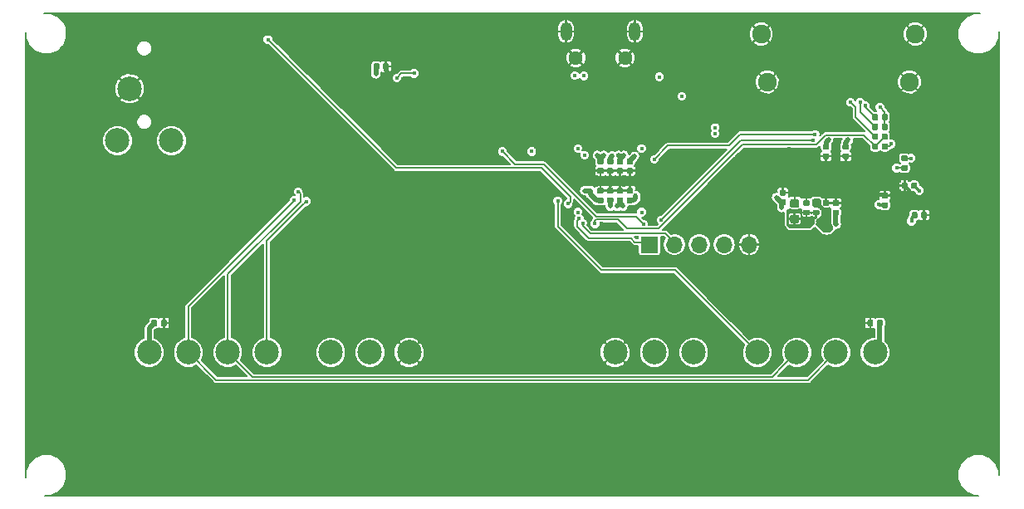
<source format=gbr>
G04 #@! TF.GenerationSoftware,KiCad,Pcbnew,5.0.2-bee76a0~70~ubuntu18.04.1*
G04 #@! TF.CreationDate,2020-11-03T11:03:39+00:00*
G04 #@! TF.ProjectId,picostation,7069636f-7374-4617-9469-6f6e2e6b6963,rev?*
G04 #@! TF.SameCoordinates,Original*
G04 #@! TF.FileFunction,Copper,L4,Bot*
G04 #@! TF.FilePolarity,Positive*
%FSLAX46Y46*%
G04 Gerber Fmt 4.6, Leading zero omitted, Abs format (unit mm)*
G04 Created by KiCad (PCBNEW 5.0.2-bee76a0~70~ubuntu18.04.1) date Tue 03 Nov 2020 11:03:39 GMT*
%MOMM*%
%LPD*%
G01*
G04 APERTURE LIST*
G04 #@! TA.AperFunction,Conductor*
%ADD10C,0.100000*%
G04 #@! TD*
G04 #@! TA.AperFunction,SMDPad,CuDef*
%ADD11C,0.590000*%
G04 #@! TD*
G04 #@! TA.AperFunction,ComponentPad*
%ADD12C,1.450000*%
G04 #@! TD*
G04 #@! TA.AperFunction,ComponentPad*
%ADD13O,1.200000X1.900000*%
G04 #@! TD*
G04 #@! TA.AperFunction,ComponentPad*
%ADD14C,2.500000*%
G04 #@! TD*
G04 #@! TA.AperFunction,ComponentPad*
%ADD15R,1.700000X1.700000*%
G04 #@! TD*
G04 #@! TA.AperFunction,ComponentPad*
%ADD16O,1.700000X1.700000*%
G04 #@! TD*
G04 #@! TA.AperFunction,ComponentPad*
%ADD17C,1.900000*%
G04 #@! TD*
G04 #@! TA.AperFunction,SMDPad,CuDef*
%ADD18C,0.875000*%
G04 #@! TD*
G04 #@! TA.AperFunction,ViaPad*
%ADD19C,0.450000*%
G04 #@! TD*
G04 #@! TA.AperFunction,Conductor*
%ADD20C,0.300000*%
G04 #@! TD*
G04 #@! TA.AperFunction,Conductor*
%ADD21C,0.500000*%
G04 #@! TD*
G04 #@! TA.AperFunction,Conductor*
%ADD22C,0.150000*%
G04 #@! TD*
G04 #@! TA.AperFunction,Conductor*
%ADD23C,0.200000*%
G04 #@! TD*
G04 #@! TA.AperFunction,Conductor*
%ADD24C,0.130000*%
G04 #@! TD*
G04 APERTURE END LIST*
D10*
G04 #@! TO.N,+3V3*
G04 #@! TO.C,C1*
G36*
X227186958Y-90220710D02*
X227201276Y-90222834D01*
X227215317Y-90226351D01*
X227228946Y-90231228D01*
X227242031Y-90237417D01*
X227254447Y-90244858D01*
X227266073Y-90253481D01*
X227276798Y-90263202D01*
X227286519Y-90273927D01*
X227295142Y-90285553D01*
X227302583Y-90297969D01*
X227308772Y-90311054D01*
X227313649Y-90324683D01*
X227317166Y-90338724D01*
X227319290Y-90353042D01*
X227320000Y-90367500D01*
X227320000Y-90662500D01*
X227319290Y-90676958D01*
X227317166Y-90691276D01*
X227313649Y-90705317D01*
X227308772Y-90718946D01*
X227302583Y-90732031D01*
X227295142Y-90744447D01*
X227286519Y-90756073D01*
X227276798Y-90766798D01*
X227266073Y-90776519D01*
X227254447Y-90785142D01*
X227242031Y-90792583D01*
X227228946Y-90798772D01*
X227215317Y-90803649D01*
X227201276Y-90807166D01*
X227186958Y-90809290D01*
X227172500Y-90810000D01*
X226827500Y-90810000D01*
X226813042Y-90809290D01*
X226798724Y-90807166D01*
X226784683Y-90803649D01*
X226771054Y-90798772D01*
X226757969Y-90792583D01*
X226745553Y-90785142D01*
X226733927Y-90776519D01*
X226723202Y-90766798D01*
X226713481Y-90756073D01*
X226704858Y-90744447D01*
X226697417Y-90732031D01*
X226691228Y-90718946D01*
X226686351Y-90705317D01*
X226682834Y-90691276D01*
X226680710Y-90676958D01*
X226680000Y-90662500D01*
X226680000Y-90367500D01*
X226680710Y-90353042D01*
X226682834Y-90338724D01*
X226686351Y-90324683D01*
X226691228Y-90311054D01*
X226697417Y-90297969D01*
X226704858Y-90285553D01*
X226713481Y-90273927D01*
X226723202Y-90263202D01*
X226733927Y-90253481D01*
X226745553Y-90244858D01*
X226757969Y-90237417D01*
X226771054Y-90231228D01*
X226784683Y-90226351D01*
X226798724Y-90222834D01*
X226813042Y-90220710D01*
X226827500Y-90220000D01*
X227172500Y-90220000D01*
X227186958Y-90220710D01*
X227186958Y-90220710D01*
G37*
D11*
G04 #@! TD*
G04 #@! TO.P,C1,1*
G04 #@! TO.N,+3V3*
X227000000Y-90515000D03*
D10*
G04 #@! TO.N,GND*
G04 #@! TO.C,C1*
G36*
X227186958Y-91190710D02*
X227201276Y-91192834D01*
X227215317Y-91196351D01*
X227228946Y-91201228D01*
X227242031Y-91207417D01*
X227254447Y-91214858D01*
X227266073Y-91223481D01*
X227276798Y-91233202D01*
X227286519Y-91243927D01*
X227295142Y-91255553D01*
X227302583Y-91267969D01*
X227308772Y-91281054D01*
X227313649Y-91294683D01*
X227317166Y-91308724D01*
X227319290Y-91323042D01*
X227320000Y-91337500D01*
X227320000Y-91632500D01*
X227319290Y-91646958D01*
X227317166Y-91661276D01*
X227313649Y-91675317D01*
X227308772Y-91688946D01*
X227302583Y-91702031D01*
X227295142Y-91714447D01*
X227286519Y-91726073D01*
X227276798Y-91736798D01*
X227266073Y-91746519D01*
X227254447Y-91755142D01*
X227242031Y-91762583D01*
X227228946Y-91768772D01*
X227215317Y-91773649D01*
X227201276Y-91777166D01*
X227186958Y-91779290D01*
X227172500Y-91780000D01*
X226827500Y-91780000D01*
X226813042Y-91779290D01*
X226798724Y-91777166D01*
X226784683Y-91773649D01*
X226771054Y-91768772D01*
X226757969Y-91762583D01*
X226745553Y-91755142D01*
X226733927Y-91746519D01*
X226723202Y-91736798D01*
X226713481Y-91726073D01*
X226704858Y-91714447D01*
X226697417Y-91702031D01*
X226691228Y-91688946D01*
X226686351Y-91675317D01*
X226682834Y-91661276D01*
X226680710Y-91646958D01*
X226680000Y-91632500D01*
X226680000Y-91337500D01*
X226680710Y-91323042D01*
X226682834Y-91308724D01*
X226686351Y-91294683D01*
X226691228Y-91281054D01*
X226697417Y-91267969D01*
X226704858Y-91255553D01*
X226713481Y-91243927D01*
X226723202Y-91233202D01*
X226733927Y-91223481D01*
X226745553Y-91214858D01*
X226757969Y-91207417D01*
X226771054Y-91201228D01*
X226784683Y-91196351D01*
X226798724Y-91192834D01*
X226813042Y-91190710D01*
X226827500Y-91190000D01*
X227172500Y-91190000D01*
X227186958Y-91190710D01*
X227186958Y-91190710D01*
G37*
D11*
G04 #@! TD*
G04 #@! TO.P,C1,2*
G04 #@! TO.N,GND*
X227000000Y-91485000D03*
D10*
G04 #@! TO.N,GND*
G04 #@! TO.C,C2*
G36*
X226186958Y-91190710D02*
X226201276Y-91192834D01*
X226215317Y-91196351D01*
X226228946Y-91201228D01*
X226242031Y-91207417D01*
X226254447Y-91214858D01*
X226266073Y-91223481D01*
X226276798Y-91233202D01*
X226286519Y-91243927D01*
X226295142Y-91255553D01*
X226302583Y-91267969D01*
X226308772Y-91281054D01*
X226313649Y-91294683D01*
X226317166Y-91308724D01*
X226319290Y-91323042D01*
X226320000Y-91337500D01*
X226320000Y-91632500D01*
X226319290Y-91646958D01*
X226317166Y-91661276D01*
X226313649Y-91675317D01*
X226308772Y-91688946D01*
X226302583Y-91702031D01*
X226295142Y-91714447D01*
X226286519Y-91726073D01*
X226276798Y-91736798D01*
X226266073Y-91746519D01*
X226254447Y-91755142D01*
X226242031Y-91762583D01*
X226228946Y-91768772D01*
X226215317Y-91773649D01*
X226201276Y-91777166D01*
X226186958Y-91779290D01*
X226172500Y-91780000D01*
X225827500Y-91780000D01*
X225813042Y-91779290D01*
X225798724Y-91777166D01*
X225784683Y-91773649D01*
X225771054Y-91768772D01*
X225757969Y-91762583D01*
X225745553Y-91755142D01*
X225733927Y-91746519D01*
X225723202Y-91736798D01*
X225713481Y-91726073D01*
X225704858Y-91714447D01*
X225697417Y-91702031D01*
X225691228Y-91688946D01*
X225686351Y-91675317D01*
X225682834Y-91661276D01*
X225680710Y-91646958D01*
X225680000Y-91632500D01*
X225680000Y-91337500D01*
X225680710Y-91323042D01*
X225682834Y-91308724D01*
X225686351Y-91294683D01*
X225691228Y-91281054D01*
X225697417Y-91267969D01*
X225704858Y-91255553D01*
X225713481Y-91243927D01*
X225723202Y-91233202D01*
X225733927Y-91223481D01*
X225745553Y-91214858D01*
X225757969Y-91207417D01*
X225771054Y-91201228D01*
X225784683Y-91196351D01*
X225798724Y-91192834D01*
X225813042Y-91190710D01*
X225827500Y-91190000D01*
X226172500Y-91190000D01*
X226186958Y-91190710D01*
X226186958Y-91190710D01*
G37*
D11*
G04 #@! TD*
G04 #@! TO.P,C2,2*
G04 #@! TO.N,GND*
X226000000Y-91485000D03*
D10*
G04 #@! TO.N,+1V1*
G04 #@! TO.C,C2*
G36*
X226186958Y-90220710D02*
X226201276Y-90222834D01*
X226215317Y-90226351D01*
X226228946Y-90231228D01*
X226242031Y-90237417D01*
X226254447Y-90244858D01*
X226266073Y-90253481D01*
X226276798Y-90263202D01*
X226286519Y-90273927D01*
X226295142Y-90285553D01*
X226302583Y-90297969D01*
X226308772Y-90311054D01*
X226313649Y-90324683D01*
X226317166Y-90338724D01*
X226319290Y-90353042D01*
X226320000Y-90367500D01*
X226320000Y-90662500D01*
X226319290Y-90676958D01*
X226317166Y-90691276D01*
X226313649Y-90705317D01*
X226308772Y-90718946D01*
X226302583Y-90732031D01*
X226295142Y-90744447D01*
X226286519Y-90756073D01*
X226276798Y-90766798D01*
X226266073Y-90776519D01*
X226254447Y-90785142D01*
X226242031Y-90792583D01*
X226228946Y-90798772D01*
X226215317Y-90803649D01*
X226201276Y-90807166D01*
X226186958Y-90809290D01*
X226172500Y-90810000D01*
X225827500Y-90810000D01*
X225813042Y-90809290D01*
X225798724Y-90807166D01*
X225784683Y-90803649D01*
X225771054Y-90798772D01*
X225757969Y-90792583D01*
X225745553Y-90785142D01*
X225733927Y-90776519D01*
X225723202Y-90766798D01*
X225713481Y-90756073D01*
X225704858Y-90744447D01*
X225697417Y-90732031D01*
X225691228Y-90718946D01*
X225686351Y-90705317D01*
X225682834Y-90691276D01*
X225680710Y-90676958D01*
X225680000Y-90662500D01*
X225680000Y-90367500D01*
X225680710Y-90353042D01*
X225682834Y-90338724D01*
X225686351Y-90324683D01*
X225691228Y-90311054D01*
X225697417Y-90297969D01*
X225704858Y-90285553D01*
X225713481Y-90273927D01*
X225723202Y-90263202D01*
X225733927Y-90253481D01*
X225745553Y-90244858D01*
X225757969Y-90237417D01*
X225771054Y-90231228D01*
X225784683Y-90226351D01*
X225798724Y-90222834D01*
X225813042Y-90220710D01*
X225827500Y-90220000D01*
X226172500Y-90220000D01*
X226186958Y-90220710D01*
X226186958Y-90220710D01*
G37*
D11*
G04 #@! TD*
G04 #@! TO.P,C2,1*
G04 #@! TO.N,+1V1*
X226000000Y-90515000D03*
D10*
G04 #@! TO.N,GND*
G04 #@! TO.C,C3*
G36*
X225186958Y-91190710D02*
X225201276Y-91192834D01*
X225215317Y-91196351D01*
X225228946Y-91201228D01*
X225242031Y-91207417D01*
X225254447Y-91214858D01*
X225266073Y-91223481D01*
X225276798Y-91233202D01*
X225286519Y-91243927D01*
X225295142Y-91255553D01*
X225302583Y-91267969D01*
X225308772Y-91281054D01*
X225313649Y-91294683D01*
X225317166Y-91308724D01*
X225319290Y-91323042D01*
X225320000Y-91337500D01*
X225320000Y-91632500D01*
X225319290Y-91646958D01*
X225317166Y-91661276D01*
X225313649Y-91675317D01*
X225308772Y-91688946D01*
X225302583Y-91702031D01*
X225295142Y-91714447D01*
X225286519Y-91726073D01*
X225276798Y-91736798D01*
X225266073Y-91746519D01*
X225254447Y-91755142D01*
X225242031Y-91762583D01*
X225228946Y-91768772D01*
X225215317Y-91773649D01*
X225201276Y-91777166D01*
X225186958Y-91779290D01*
X225172500Y-91780000D01*
X224827500Y-91780000D01*
X224813042Y-91779290D01*
X224798724Y-91777166D01*
X224784683Y-91773649D01*
X224771054Y-91768772D01*
X224757969Y-91762583D01*
X224745553Y-91755142D01*
X224733927Y-91746519D01*
X224723202Y-91736798D01*
X224713481Y-91726073D01*
X224704858Y-91714447D01*
X224697417Y-91702031D01*
X224691228Y-91688946D01*
X224686351Y-91675317D01*
X224682834Y-91661276D01*
X224680710Y-91646958D01*
X224680000Y-91632500D01*
X224680000Y-91337500D01*
X224680710Y-91323042D01*
X224682834Y-91308724D01*
X224686351Y-91294683D01*
X224691228Y-91281054D01*
X224697417Y-91267969D01*
X224704858Y-91255553D01*
X224713481Y-91243927D01*
X224723202Y-91233202D01*
X224733927Y-91223481D01*
X224745553Y-91214858D01*
X224757969Y-91207417D01*
X224771054Y-91201228D01*
X224784683Y-91196351D01*
X224798724Y-91192834D01*
X224813042Y-91190710D01*
X224827500Y-91190000D01*
X225172500Y-91190000D01*
X225186958Y-91190710D01*
X225186958Y-91190710D01*
G37*
D11*
G04 #@! TD*
G04 #@! TO.P,C3,2*
G04 #@! TO.N,GND*
X225000000Y-91485000D03*
D10*
G04 #@! TO.N,+3V3*
G04 #@! TO.C,C3*
G36*
X225186958Y-90220710D02*
X225201276Y-90222834D01*
X225215317Y-90226351D01*
X225228946Y-90231228D01*
X225242031Y-90237417D01*
X225254447Y-90244858D01*
X225266073Y-90253481D01*
X225276798Y-90263202D01*
X225286519Y-90273927D01*
X225295142Y-90285553D01*
X225302583Y-90297969D01*
X225308772Y-90311054D01*
X225313649Y-90324683D01*
X225317166Y-90338724D01*
X225319290Y-90353042D01*
X225320000Y-90367500D01*
X225320000Y-90662500D01*
X225319290Y-90676958D01*
X225317166Y-90691276D01*
X225313649Y-90705317D01*
X225308772Y-90718946D01*
X225302583Y-90732031D01*
X225295142Y-90744447D01*
X225286519Y-90756073D01*
X225276798Y-90766798D01*
X225266073Y-90776519D01*
X225254447Y-90785142D01*
X225242031Y-90792583D01*
X225228946Y-90798772D01*
X225215317Y-90803649D01*
X225201276Y-90807166D01*
X225186958Y-90809290D01*
X225172500Y-90810000D01*
X224827500Y-90810000D01*
X224813042Y-90809290D01*
X224798724Y-90807166D01*
X224784683Y-90803649D01*
X224771054Y-90798772D01*
X224757969Y-90792583D01*
X224745553Y-90785142D01*
X224733927Y-90776519D01*
X224723202Y-90766798D01*
X224713481Y-90756073D01*
X224704858Y-90744447D01*
X224697417Y-90732031D01*
X224691228Y-90718946D01*
X224686351Y-90705317D01*
X224682834Y-90691276D01*
X224680710Y-90676958D01*
X224680000Y-90662500D01*
X224680000Y-90367500D01*
X224680710Y-90353042D01*
X224682834Y-90338724D01*
X224686351Y-90324683D01*
X224691228Y-90311054D01*
X224697417Y-90297969D01*
X224704858Y-90285553D01*
X224713481Y-90273927D01*
X224723202Y-90263202D01*
X224733927Y-90253481D01*
X224745553Y-90244858D01*
X224757969Y-90237417D01*
X224771054Y-90231228D01*
X224784683Y-90226351D01*
X224798724Y-90222834D01*
X224813042Y-90220710D01*
X224827500Y-90220000D01*
X225172500Y-90220000D01*
X225186958Y-90220710D01*
X225186958Y-90220710D01*
G37*
D11*
G04 #@! TD*
G04 #@! TO.P,C3,1*
G04 #@! TO.N,+3V3*
X225000000Y-90515000D03*
D10*
G04 #@! TO.N,+3V3*
G04 #@! TO.C,C4*
G36*
X227186958Y-94190710D02*
X227201276Y-94192834D01*
X227215317Y-94196351D01*
X227228946Y-94201228D01*
X227242031Y-94207417D01*
X227254447Y-94214858D01*
X227266073Y-94223481D01*
X227276798Y-94233202D01*
X227286519Y-94243927D01*
X227295142Y-94255553D01*
X227302583Y-94267969D01*
X227308772Y-94281054D01*
X227313649Y-94294683D01*
X227317166Y-94308724D01*
X227319290Y-94323042D01*
X227320000Y-94337500D01*
X227320000Y-94632500D01*
X227319290Y-94646958D01*
X227317166Y-94661276D01*
X227313649Y-94675317D01*
X227308772Y-94688946D01*
X227302583Y-94702031D01*
X227295142Y-94714447D01*
X227286519Y-94726073D01*
X227276798Y-94736798D01*
X227266073Y-94746519D01*
X227254447Y-94755142D01*
X227242031Y-94762583D01*
X227228946Y-94768772D01*
X227215317Y-94773649D01*
X227201276Y-94777166D01*
X227186958Y-94779290D01*
X227172500Y-94780000D01*
X226827500Y-94780000D01*
X226813042Y-94779290D01*
X226798724Y-94777166D01*
X226784683Y-94773649D01*
X226771054Y-94768772D01*
X226757969Y-94762583D01*
X226745553Y-94755142D01*
X226733927Y-94746519D01*
X226723202Y-94736798D01*
X226713481Y-94726073D01*
X226704858Y-94714447D01*
X226697417Y-94702031D01*
X226691228Y-94688946D01*
X226686351Y-94675317D01*
X226682834Y-94661276D01*
X226680710Y-94646958D01*
X226680000Y-94632500D01*
X226680000Y-94337500D01*
X226680710Y-94323042D01*
X226682834Y-94308724D01*
X226686351Y-94294683D01*
X226691228Y-94281054D01*
X226697417Y-94267969D01*
X226704858Y-94255553D01*
X226713481Y-94243927D01*
X226723202Y-94233202D01*
X226733927Y-94223481D01*
X226745553Y-94214858D01*
X226757969Y-94207417D01*
X226771054Y-94201228D01*
X226784683Y-94196351D01*
X226798724Y-94192834D01*
X226813042Y-94190710D01*
X226827500Y-94190000D01*
X227172500Y-94190000D01*
X227186958Y-94190710D01*
X227186958Y-94190710D01*
G37*
D11*
G04 #@! TD*
G04 #@! TO.P,C4,1*
G04 #@! TO.N,+3V3*
X227000000Y-94485000D03*
D10*
G04 #@! TO.N,GND*
G04 #@! TO.C,C4*
G36*
X227186958Y-93220710D02*
X227201276Y-93222834D01*
X227215317Y-93226351D01*
X227228946Y-93231228D01*
X227242031Y-93237417D01*
X227254447Y-93244858D01*
X227266073Y-93253481D01*
X227276798Y-93263202D01*
X227286519Y-93273927D01*
X227295142Y-93285553D01*
X227302583Y-93297969D01*
X227308772Y-93311054D01*
X227313649Y-93324683D01*
X227317166Y-93338724D01*
X227319290Y-93353042D01*
X227320000Y-93367500D01*
X227320000Y-93662500D01*
X227319290Y-93676958D01*
X227317166Y-93691276D01*
X227313649Y-93705317D01*
X227308772Y-93718946D01*
X227302583Y-93732031D01*
X227295142Y-93744447D01*
X227286519Y-93756073D01*
X227276798Y-93766798D01*
X227266073Y-93776519D01*
X227254447Y-93785142D01*
X227242031Y-93792583D01*
X227228946Y-93798772D01*
X227215317Y-93803649D01*
X227201276Y-93807166D01*
X227186958Y-93809290D01*
X227172500Y-93810000D01*
X226827500Y-93810000D01*
X226813042Y-93809290D01*
X226798724Y-93807166D01*
X226784683Y-93803649D01*
X226771054Y-93798772D01*
X226757969Y-93792583D01*
X226745553Y-93785142D01*
X226733927Y-93776519D01*
X226723202Y-93766798D01*
X226713481Y-93756073D01*
X226704858Y-93744447D01*
X226697417Y-93732031D01*
X226691228Y-93718946D01*
X226686351Y-93705317D01*
X226682834Y-93691276D01*
X226680710Y-93676958D01*
X226680000Y-93662500D01*
X226680000Y-93367500D01*
X226680710Y-93353042D01*
X226682834Y-93338724D01*
X226686351Y-93324683D01*
X226691228Y-93311054D01*
X226697417Y-93297969D01*
X226704858Y-93285553D01*
X226713481Y-93273927D01*
X226723202Y-93263202D01*
X226733927Y-93253481D01*
X226745553Y-93244858D01*
X226757969Y-93237417D01*
X226771054Y-93231228D01*
X226784683Y-93226351D01*
X226798724Y-93222834D01*
X226813042Y-93220710D01*
X226827500Y-93220000D01*
X227172500Y-93220000D01*
X227186958Y-93220710D01*
X227186958Y-93220710D01*
G37*
D11*
G04 #@! TD*
G04 #@! TO.P,C4,2*
G04 #@! TO.N,GND*
X227000000Y-93515000D03*
D10*
G04 #@! TO.N,GND*
G04 #@! TO.C,C8*
G36*
X225186958Y-93220710D02*
X225201276Y-93222834D01*
X225215317Y-93226351D01*
X225228946Y-93231228D01*
X225242031Y-93237417D01*
X225254447Y-93244858D01*
X225266073Y-93253481D01*
X225276798Y-93263202D01*
X225286519Y-93273927D01*
X225295142Y-93285553D01*
X225302583Y-93297969D01*
X225308772Y-93311054D01*
X225313649Y-93324683D01*
X225317166Y-93338724D01*
X225319290Y-93353042D01*
X225320000Y-93367500D01*
X225320000Y-93662500D01*
X225319290Y-93676958D01*
X225317166Y-93691276D01*
X225313649Y-93705317D01*
X225308772Y-93718946D01*
X225302583Y-93732031D01*
X225295142Y-93744447D01*
X225286519Y-93756073D01*
X225276798Y-93766798D01*
X225266073Y-93776519D01*
X225254447Y-93785142D01*
X225242031Y-93792583D01*
X225228946Y-93798772D01*
X225215317Y-93803649D01*
X225201276Y-93807166D01*
X225186958Y-93809290D01*
X225172500Y-93810000D01*
X224827500Y-93810000D01*
X224813042Y-93809290D01*
X224798724Y-93807166D01*
X224784683Y-93803649D01*
X224771054Y-93798772D01*
X224757969Y-93792583D01*
X224745553Y-93785142D01*
X224733927Y-93776519D01*
X224723202Y-93766798D01*
X224713481Y-93756073D01*
X224704858Y-93744447D01*
X224697417Y-93732031D01*
X224691228Y-93718946D01*
X224686351Y-93705317D01*
X224682834Y-93691276D01*
X224680710Y-93676958D01*
X224680000Y-93662500D01*
X224680000Y-93367500D01*
X224680710Y-93353042D01*
X224682834Y-93338724D01*
X224686351Y-93324683D01*
X224691228Y-93311054D01*
X224697417Y-93297969D01*
X224704858Y-93285553D01*
X224713481Y-93273927D01*
X224723202Y-93263202D01*
X224733927Y-93253481D01*
X224745553Y-93244858D01*
X224757969Y-93237417D01*
X224771054Y-93231228D01*
X224784683Y-93226351D01*
X224798724Y-93222834D01*
X224813042Y-93220710D01*
X224827500Y-93220000D01*
X225172500Y-93220000D01*
X225186958Y-93220710D01*
X225186958Y-93220710D01*
G37*
D11*
G04 #@! TD*
G04 #@! TO.P,C8,2*
G04 #@! TO.N,GND*
X225000000Y-93515000D03*
D10*
G04 #@! TO.N,+3V3*
G04 #@! TO.C,C8*
G36*
X225186958Y-94190710D02*
X225201276Y-94192834D01*
X225215317Y-94196351D01*
X225228946Y-94201228D01*
X225242031Y-94207417D01*
X225254447Y-94214858D01*
X225266073Y-94223481D01*
X225276798Y-94233202D01*
X225286519Y-94243927D01*
X225295142Y-94255553D01*
X225302583Y-94267969D01*
X225308772Y-94281054D01*
X225313649Y-94294683D01*
X225317166Y-94308724D01*
X225319290Y-94323042D01*
X225320000Y-94337500D01*
X225320000Y-94632500D01*
X225319290Y-94646958D01*
X225317166Y-94661276D01*
X225313649Y-94675317D01*
X225308772Y-94688946D01*
X225302583Y-94702031D01*
X225295142Y-94714447D01*
X225286519Y-94726073D01*
X225276798Y-94736798D01*
X225266073Y-94746519D01*
X225254447Y-94755142D01*
X225242031Y-94762583D01*
X225228946Y-94768772D01*
X225215317Y-94773649D01*
X225201276Y-94777166D01*
X225186958Y-94779290D01*
X225172500Y-94780000D01*
X224827500Y-94780000D01*
X224813042Y-94779290D01*
X224798724Y-94777166D01*
X224784683Y-94773649D01*
X224771054Y-94768772D01*
X224757969Y-94762583D01*
X224745553Y-94755142D01*
X224733927Y-94746519D01*
X224723202Y-94736798D01*
X224713481Y-94726073D01*
X224704858Y-94714447D01*
X224697417Y-94702031D01*
X224691228Y-94688946D01*
X224686351Y-94675317D01*
X224682834Y-94661276D01*
X224680710Y-94646958D01*
X224680000Y-94632500D01*
X224680000Y-94337500D01*
X224680710Y-94323042D01*
X224682834Y-94308724D01*
X224686351Y-94294683D01*
X224691228Y-94281054D01*
X224697417Y-94267969D01*
X224704858Y-94255553D01*
X224713481Y-94243927D01*
X224723202Y-94233202D01*
X224733927Y-94223481D01*
X224745553Y-94214858D01*
X224757969Y-94207417D01*
X224771054Y-94201228D01*
X224784683Y-94196351D01*
X224798724Y-94192834D01*
X224813042Y-94190710D01*
X224827500Y-94190000D01*
X225172500Y-94190000D01*
X225186958Y-94190710D01*
X225186958Y-94190710D01*
G37*
D11*
G04 #@! TD*
G04 #@! TO.P,C8,1*
G04 #@! TO.N,+3V3*
X225000000Y-94485000D03*
D10*
G04 #@! TO.N,+1V1*
G04 #@! TO.C,C11*
G36*
X226186958Y-94190710D02*
X226201276Y-94192834D01*
X226215317Y-94196351D01*
X226228946Y-94201228D01*
X226242031Y-94207417D01*
X226254447Y-94214858D01*
X226266073Y-94223481D01*
X226276798Y-94233202D01*
X226286519Y-94243927D01*
X226295142Y-94255553D01*
X226302583Y-94267969D01*
X226308772Y-94281054D01*
X226313649Y-94294683D01*
X226317166Y-94308724D01*
X226319290Y-94323042D01*
X226320000Y-94337500D01*
X226320000Y-94632500D01*
X226319290Y-94646958D01*
X226317166Y-94661276D01*
X226313649Y-94675317D01*
X226308772Y-94688946D01*
X226302583Y-94702031D01*
X226295142Y-94714447D01*
X226286519Y-94726073D01*
X226276798Y-94736798D01*
X226266073Y-94746519D01*
X226254447Y-94755142D01*
X226242031Y-94762583D01*
X226228946Y-94768772D01*
X226215317Y-94773649D01*
X226201276Y-94777166D01*
X226186958Y-94779290D01*
X226172500Y-94780000D01*
X225827500Y-94780000D01*
X225813042Y-94779290D01*
X225798724Y-94777166D01*
X225784683Y-94773649D01*
X225771054Y-94768772D01*
X225757969Y-94762583D01*
X225745553Y-94755142D01*
X225733927Y-94746519D01*
X225723202Y-94736798D01*
X225713481Y-94726073D01*
X225704858Y-94714447D01*
X225697417Y-94702031D01*
X225691228Y-94688946D01*
X225686351Y-94675317D01*
X225682834Y-94661276D01*
X225680710Y-94646958D01*
X225680000Y-94632500D01*
X225680000Y-94337500D01*
X225680710Y-94323042D01*
X225682834Y-94308724D01*
X225686351Y-94294683D01*
X225691228Y-94281054D01*
X225697417Y-94267969D01*
X225704858Y-94255553D01*
X225713481Y-94243927D01*
X225723202Y-94233202D01*
X225733927Y-94223481D01*
X225745553Y-94214858D01*
X225757969Y-94207417D01*
X225771054Y-94201228D01*
X225784683Y-94196351D01*
X225798724Y-94192834D01*
X225813042Y-94190710D01*
X225827500Y-94190000D01*
X226172500Y-94190000D01*
X226186958Y-94190710D01*
X226186958Y-94190710D01*
G37*
D11*
G04 #@! TD*
G04 #@! TO.P,C11,1*
G04 #@! TO.N,+1V1*
X226000000Y-94485000D03*
D10*
G04 #@! TO.N,GND*
G04 #@! TO.C,C11*
G36*
X226186958Y-93220710D02*
X226201276Y-93222834D01*
X226215317Y-93226351D01*
X226228946Y-93231228D01*
X226242031Y-93237417D01*
X226254447Y-93244858D01*
X226266073Y-93253481D01*
X226276798Y-93263202D01*
X226286519Y-93273927D01*
X226295142Y-93285553D01*
X226302583Y-93297969D01*
X226308772Y-93311054D01*
X226313649Y-93324683D01*
X226317166Y-93338724D01*
X226319290Y-93353042D01*
X226320000Y-93367500D01*
X226320000Y-93662500D01*
X226319290Y-93676958D01*
X226317166Y-93691276D01*
X226313649Y-93705317D01*
X226308772Y-93718946D01*
X226302583Y-93732031D01*
X226295142Y-93744447D01*
X226286519Y-93756073D01*
X226276798Y-93766798D01*
X226266073Y-93776519D01*
X226254447Y-93785142D01*
X226242031Y-93792583D01*
X226228946Y-93798772D01*
X226215317Y-93803649D01*
X226201276Y-93807166D01*
X226186958Y-93809290D01*
X226172500Y-93810000D01*
X225827500Y-93810000D01*
X225813042Y-93809290D01*
X225798724Y-93807166D01*
X225784683Y-93803649D01*
X225771054Y-93798772D01*
X225757969Y-93792583D01*
X225745553Y-93785142D01*
X225733927Y-93776519D01*
X225723202Y-93766798D01*
X225713481Y-93756073D01*
X225704858Y-93744447D01*
X225697417Y-93732031D01*
X225691228Y-93718946D01*
X225686351Y-93705317D01*
X225682834Y-93691276D01*
X225680710Y-93676958D01*
X225680000Y-93662500D01*
X225680000Y-93367500D01*
X225680710Y-93353042D01*
X225682834Y-93338724D01*
X225686351Y-93324683D01*
X225691228Y-93311054D01*
X225697417Y-93297969D01*
X225704858Y-93285553D01*
X225713481Y-93273927D01*
X225723202Y-93263202D01*
X225733927Y-93253481D01*
X225745553Y-93244858D01*
X225757969Y-93237417D01*
X225771054Y-93231228D01*
X225784683Y-93226351D01*
X225798724Y-93222834D01*
X225813042Y-93220710D01*
X225827500Y-93220000D01*
X226172500Y-93220000D01*
X226186958Y-93220710D01*
X226186958Y-93220710D01*
G37*
D11*
G04 #@! TD*
G04 #@! TO.P,C11,2*
G04 #@! TO.N,GND*
X226000000Y-93515000D03*
D10*
G04 #@! TO.N,GND*
G04 #@! TO.C,C13*
G36*
X224186958Y-91190710D02*
X224201276Y-91192834D01*
X224215317Y-91196351D01*
X224228946Y-91201228D01*
X224242031Y-91207417D01*
X224254447Y-91214858D01*
X224266073Y-91223481D01*
X224276798Y-91233202D01*
X224286519Y-91243927D01*
X224295142Y-91255553D01*
X224302583Y-91267969D01*
X224308772Y-91281054D01*
X224313649Y-91294683D01*
X224317166Y-91308724D01*
X224319290Y-91323042D01*
X224320000Y-91337500D01*
X224320000Y-91632500D01*
X224319290Y-91646958D01*
X224317166Y-91661276D01*
X224313649Y-91675317D01*
X224308772Y-91688946D01*
X224302583Y-91702031D01*
X224295142Y-91714447D01*
X224286519Y-91726073D01*
X224276798Y-91736798D01*
X224266073Y-91746519D01*
X224254447Y-91755142D01*
X224242031Y-91762583D01*
X224228946Y-91768772D01*
X224215317Y-91773649D01*
X224201276Y-91777166D01*
X224186958Y-91779290D01*
X224172500Y-91780000D01*
X223827500Y-91780000D01*
X223813042Y-91779290D01*
X223798724Y-91777166D01*
X223784683Y-91773649D01*
X223771054Y-91768772D01*
X223757969Y-91762583D01*
X223745553Y-91755142D01*
X223733927Y-91746519D01*
X223723202Y-91736798D01*
X223713481Y-91726073D01*
X223704858Y-91714447D01*
X223697417Y-91702031D01*
X223691228Y-91688946D01*
X223686351Y-91675317D01*
X223682834Y-91661276D01*
X223680710Y-91646958D01*
X223680000Y-91632500D01*
X223680000Y-91337500D01*
X223680710Y-91323042D01*
X223682834Y-91308724D01*
X223686351Y-91294683D01*
X223691228Y-91281054D01*
X223697417Y-91267969D01*
X223704858Y-91255553D01*
X223713481Y-91243927D01*
X223723202Y-91233202D01*
X223733927Y-91223481D01*
X223745553Y-91214858D01*
X223757969Y-91207417D01*
X223771054Y-91201228D01*
X223784683Y-91196351D01*
X223798724Y-91192834D01*
X223813042Y-91190710D01*
X223827500Y-91190000D01*
X224172500Y-91190000D01*
X224186958Y-91190710D01*
X224186958Y-91190710D01*
G37*
D11*
G04 #@! TD*
G04 #@! TO.P,C13,2*
G04 #@! TO.N,GND*
X224000000Y-91485000D03*
D10*
G04 #@! TO.N,+1V1*
G04 #@! TO.C,C13*
G36*
X224186958Y-90220710D02*
X224201276Y-90222834D01*
X224215317Y-90226351D01*
X224228946Y-90231228D01*
X224242031Y-90237417D01*
X224254447Y-90244858D01*
X224266073Y-90253481D01*
X224276798Y-90263202D01*
X224286519Y-90273927D01*
X224295142Y-90285553D01*
X224302583Y-90297969D01*
X224308772Y-90311054D01*
X224313649Y-90324683D01*
X224317166Y-90338724D01*
X224319290Y-90353042D01*
X224320000Y-90367500D01*
X224320000Y-90662500D01*
X224319290Y-90676958D01*
X224317166Y-90691276D01*
X224313649Y-90705317D01*
X224308772Y-90718946D01*
X224302583Y-90732031D01*
X224295142Y-90744447D01*
X224286519Y-90756073D01*
X224276798Y-90766798D01*
X224266073Y-90776519D01*
X224254447Y-90785142D01*
X224242031Y-90792583D01*
X224228946Y-90798772D01*
X224215317Y-90803649D01*
X224201276Y-90807166D01*
X224186958Y-90809290D01*
X224172500Y-90810000D01*
X223827500Y-90810000D01*
X223813042Y-90809290D01*
X223798724Y-90807166D01*
X223784683Y-90803649D01*
X223771054Y-90798772D01*
X223757969Y-90792583D01*
X223745553Y-90785142D01*
X223733927Y-90776519D01*
X223723202Y-90766798D01*
X223713481Y-90756073D01*
X223704858Y-90744447D01*
X223697417Y-90732031D01*
X223691228Y-90718946D01*
X223686351Y-90705317D01*
X223682834Y-90691276D01*
X223680710Y-90676958D01*
X223680000Y-90662500D01*
X223680000Y-90367500D01*
X223680710Y-90353042D01*
X223682834Y-90338724D01*
X223686351Y-90324683D01*
X223691228Y-90311054D01*
X223697417Y-90297969D01*
X223704858Y-90285553D01*
X223713481Y-90273927D01*
X223723202Y-90263202D01*
X223733927Y-90253481D01*
X223745553Y-90244858D01*
X223757969Y-90237417D01*
X223771054Y-90231228D01*
X223784683Y-90226351D01*
X223798724Y-90222834D01*
X223813042Y-90220710D01*
X223827500Y-90220000D01*
X224172500Y-90220000D01*
X224186958Y-90220710D01*
X224186958Y-90220710D01*
G37*
D11*
G04 #@! TD*
G04 #@! TO.P,C13,1*
G04 #@! TO.N,+1V1*
X224000000Y-90515000D03*
D10*
G04 #@! TO.N,+3V3*
G04 #@! TO.C,C16*
G36*
X201326958Y-80530710D02*
X201341276Y-80532834D01*
X201355317Y-80536351D01*
X201368946Y-80541228D01*
X201382031Y-80547417D01*
X201394447Y-80554858D01*
X201406073Y-80563481D01*
X201416798Y-80573202D01*
X201426519Y-80583927D01*
X201435142Y-80595553D01*
X201442583Y-80607969D01*
X201448772Y-80621054D01*
X201453649Y-80634683D01*
X201457166Y-80648724D01*
X201459290Y-80663042D01*
X201460000Y-80677500D01*
X201460000Y-81022500D01*
X201459290Y-81036958D01*
X201457166Y-81051276D01*
X201453649Y-81065317D01*
X201448772Y-81078946D01*
X201442583Y-81092031D01*
X201435142Y-81104447D01*
X201426519Y-81116073D01*
X201416798Y-81126798D01*
X201406073Y-81136519D01*
X201394447Y-81145142D01*
X201382031Y-81152583D01*
X201368946Y-81158772D01*
X201355317Y-81163649D01*
X201341276Y-81167166D01*
X201326958Y-81169290D01*
X201312500Y-81170000D01*
X201017500Y-81170000D01*
X201003042Y-81169290D01*
X200988724Y-81167166D01*
X200974683Y-81163649D01*
X200961054Y-81158772D01*
X200947969Y-81152583D01*
X200935553Y-81145142D01*
X200923927Y-81136519D01*
X200913202Y-81126798D01*
X200903481Y-81116073D01*
X200894858Y-81104447D01*
X200887417Y-81092031D01*
X200881228Y-81078946D01*
X200876351Y-81065317D01*
X200872834Y-81051276D01*
X200870710Y-81036958D01*
X200870000Y-81022500D01*
X200870000Y-80677500D01*
X200870710Y-80663042D01*
X200872834Y-80648724D01*
X200876351Y-80634683D01*
X200881228Y-80621054D01*
X200887417Y-80607969D01*
X200894858Y-80595553D01*
X200903481Y-80583927D01*
X200913202Y-80573202D01*
X200923927Y-80563481D01*
X200935553Y-80554858D01*
X200947969Y-80547417D01*
X200961054Y-80541228D01*
X200974683Y-80536351D01*
X200988724Y-80532834D01*
X201003042Y-80530710D01*
X201017500Y-80530000D01*
X201312500Y-80530000D01*
X201326958Y-80530710D01*
X201326958Y-80530710D01*
G37*
D11*
G04 #@! TD*
G04 #@! TO.P,C16,1*
G04 #@! TO.N,+3V3*
X201165000Y-80850000D03*
D10*
G04 #@! TO.N,GND*
G04 #@! TO.C,C16*
G36*
X202296958Y-80530710D02*
X202311276Y-80532834D01*
X202325317Y-80536351D01*
X202338946Y-80541228D01*
X202352031Y-80547417D01*
X202364447Y-80554858D01*
X202376073Y-80563481D01*
X202386798Y-80573202D01*
X202396519Y-80583927D01*
X202405142Y-80595553D01*
X202412583Y-80607969D01*
X202418772Y-80621054D01*
X202423649Y-80634683D01*
X202427166Y-80648724D01*
X202429290Y-80663042D01*
X202430000Y-80677500D01*
X202430000Y-81022500D01*
X202429290Y-81036958D01*
X202427166Y-81051276D01*
X202423649Y-81065317D01*
X202418772Y-81078946D01*
X202412583Y-81092031D01*
X202405142Y-81104447D01*
X202396519Y-81116073D01*
X202386798Y-81126798D01*
X202376073Y-81136519D01*
X202364447Y-81145142D01*
X202352031Y-81152583D01*
X202338946Y-81158772D01*
X202325317Y-81163649D01*
X202311276Y-81167166D01*
X202296958Y-81169290D01*
X202282500Y-81170000D01*
X201987500Y-81170000D01*
X201973042Y-81169290D01*
X201958724Y-81167166D01*
X201944683Y-81163649D01*
X201931054Y-81158772D01*
X201917969Y-81152583D01*
X201905553Y-81145142D01*
X201893927Y-81136519D01*
X201883202Y-81126798D01*
X201873481Y-81116073D01*
X201864858Y-81104447D01*
X201857417Y-81092031D01*
X201851228Y-81078946D01*
X201846351Y-81065317D01*
X201842834Y-81051276D01*
X201840710Y-81036958D01*
X201840000Y-81022500D01*
X201840000Y-80677500D01*
X201840710Y-80663042D01*
X201842834Y-80648724D01*
X201846351Y-80634683D01*
X201851228Y-80621054D01*
X201857417Y-80607969D01*
X201864858Y-80595553D01*
X201873481Y-80583927D01*
X201883202Y-80573202D01*
X201893927Y-80563481D01*
X201905553Y-80554858D01*
X201917969Y-80547417D01*
X201931054Y-80541228D01*
X201944683Y-80536351D01*
X201958724Y-80532834D01*
X201973042Y-80530710D01*
X201987500Y-80530000D01*
X202282500Y-80530000D01*
X202296958Y-80530710D01*
X202296958Y-80530710D01*
G37*
D11*
G04 #@! TD*
G04 #@! TO.P,C16,2*
G04 #@! TO.N,GND*
X202135000Y-80850000D03*
D10*
G04 #@! TO.N,+3V3*
G04 #@! TO.C,C18*
G36*
X178676958Y-106680710D02*
X178691276Y-106682834D01*
X178705317Y-106686351D01*
X178718946Y-106691228D01*
X178732031Y-106697417D01*
X178744447Y-106704858D01*
X178756073Y-106713481D01*
X178766798Y-106723202D01*
X178776519Y-106733927D01*
X178785142Y-106745553D01*
X178792583Y-106757969D01*
X178798772Y-106771054D01*
X178803649Y-106784683D01*
X178807166Y-106798724D01*
X178809290Y-106813042D01*
X178810000Y-106827500D01*
X178810000Y-107172500D01*
X178809290Y-107186958D01*
X178807166Y-107201276D01*
X178803649Y-107215317D01*
X178798772Y-107228946D01*
X178792583Y-107242031D01*
X178785142Y-107254447D01*
X178776519Y-107266073D01*
X178766798Y-107276798D01*
X178756073Y-107286519D01*
X178744447Y-107295142D01*
X178732031Y-107302583D01*
X178718946Y-107308772D01*
X178705317Y-107313649D01*
X178691276Y-107317166D01*
X178676958Y-107319290D01*
X178662500Y-107320000D01*
X178367500Y-107320000D01*
X178353042Y-107319290D01*
X178338724Y-107317166D01*
X178324683Y-107313649D01*
X178311054Y-107308772D01*
X178297969Y-107302583D01*
X178285553Y-107295142D01*
X178273927Y-107286519D01*
X178263202Y-107276798D01*
X178253481Y-107266073D01*
X178244858Y-107254447D01*
X178237417Y-107242031D01*
X178231228Y-107228946D01*
X178226351Y-107215317D01*
X178222834Y-107201276D01*
X178220710Y-107186958D01*
X178220000Y-107172500D01*
X178220000Y-106827500D01*
X178220710Y-106813042D01*
X178222834Y-106798724D01*
X178226351Y-106784683D01*
X178231228Y-106771054D01*
X178237417Y-106757969D01*
X178244858Y-106745553D01*
X178253481Y-106733927D01*
X178263202Y-106723202D01*
X178273927Y-106713481D01*
X178285553Y-106704858D01*
X178297969Y-106697417D01*
X178311054Y-106691228D01*
X178324683Y-106686351D01*
X178338724Y-106682834D01*
X178353042Y-106680710D01*
X178367500Y-106680000D01*
X178662500Y-106680000D01*
X178676958Y-106680710D01*
X178676958Y-106680710D01*
G37*
D11*
G04 #@! TD*
G04 #@! TO.P,C18,1*
G04 #@! TO.N,+3V3*
X178515000Y-107000000D03*
D10*
G04 #@! TO.N,GND*
G04 #@! TO.C,C18*
G36*
X179646958Y-106680710D02*
X179661276Y-106682834D01*
X179675317Y-106686351D01*
X179688946Y-106691228D01*
X179702031Y-106697417D01*
X179714447Y-106704858D01*
X179726073Y-106713481D01*
X179736798Y-106723202D01*
X179746519Y-106733927D01*
X179755142Y-106745553D01*
X179762583Y-106757969D01*
X179768772Y-106771054D01*
X179773649Y-106784683D01*
X179777166Y-106798724D01*
X179779290Y-106813042D01*
X179780000Y-106827500D01*
X179780000Y-107172500D01*
X179779290Y-107186958D01*
X179777166Y-107201276D01*
X179773649Y-107215317D01*
X179768772Y-107228946D01*
X179762583Y-107242031D01*
X179755142Y-107254447D01*
X179746519Y-107266073D01*
X179736798Y-107276798D01*
X179726073Y-107286519D01*
X179714447Y-107295142D01*
X179702031Y-107302583D01*
X179688946Y-107308772D01*
X179675317Y-107313649D01*
X179661276Y-107317166D01*
X179646958Y-107319290D01*
X179632500Y-107320000D01*
X179337500Y-107320000D01*
X179323042Y-107319290D01*
X179308724Y-107317166D01*
X179294683Y-107313649D01*
X179281054Y-107308772D01*
X179267969Y-107302583D01*
X179255553Y-107295142D01*
X179243927Y-107286519D01*
X179233202Y-107276798D01*
X179223481Y-107266073D01*
X179214858Y-107254447D01*
X179207417Y-107242031D01*
X179201228Y-107228946D01*
X179196351Y-107215317D01*
X179192834Y-107201276D01*
X179190710Y-107186958D01*
X179190000Y-107172500D01*
X179190000Y-106827500D01*
X179190710Y-106813042D01*
X179192834Y-106798724D01*
X179196351Y-106784683D01*
X179201228Y-106771054D01*
X179207417Y-106757969D01*
X179214858Y-106745553D01*
X179223481Y-106733927D01*
X179233202Y-106723202D01*
X179243927Y-106713481D01*
X179255553Y-106704858D01*
X179267969Y-106697417D01*
X179281054Y-106691228D01*
X179294683Y-106686351D01*
X179308724Y-106682834D01*
X179323042Y-106680710D01*
X179337500Y-106680000D01*
X179632500Y-106680000D01*
X179646958Y-106680710D01*
X179646958Y-106680710D01*
G37*
D11*
G04 #@! TD*
G04 #@! TO.P,C18,2*
G04 #@! TO.N,GND*
X179485000Y-107000000D03*
D10*
G04 #@! TO.N,GND*
G04 #@! TO.C,C20*
G36*
X251676958Y-106680710D02*
X251691276Y-106682834D01*
X251705317Y-106686351D01*
X251718946Y-106691228D01*
X251732031Y-106697417D01*
X251744447Y-106704858D01*
X251756073Y-106713481D01*
X251766798Y-106723202D01*
X251776519Y-106733927D01*
X251785142Y-106745553D01*
X251792583Y-106757969D01*
X251798772Y-106771054D01*
X251803649Y-106784683D01*
X251807166Y-106798724D01*
X251809290Y-106813042D01*
X251810000Y-106827500D01*
X251810000Y-107172500D01*
X251809290Y-107186958D01*
X251807166Y-107201276D01*
X251803649Y-107215317D01*
X251798772Y-107228946D01*
X251792583Y-107242031D01*
X251785142Y-107254447D01*
X251776519Y-107266073D01*
X251766798Y-107276798D01*
X251756073Y-107286519D01*
X251744447Y-107295142D01*
X251732031Y-107302583D01*
X251718946Y-107308772D01*
X251705317Y-107313649D01*
X251691276Y-107317166D01*
X251676958Y-107319290D01*
X251662500Y-107320000D01*
X251367500Y-107320000D01*
X251353042Y-107319290D01*
X251338724Y-107317166D01*
X251324683Y-107313649D01*
X251311054Y-107308772D01*
X251297969Y-107302583D01*
X251285553Y-107295142D01*
X251273927Y-107286519D01*
X251263202Y-107276798D01*
X251253481Y-107266073D01*
X251244858Y-107254447D01*
X251237417Y-107242031D01*
X251231228Y-107228946D01*
X251226351Y-107215317D01*
X251222834Y-107201276D01*
X251220710Y-107186958D01*
X251220000Y-107172500D01*
X251220000Y-106827500D01*
X251220710Y-106813042D01*
X251222834Y-106798724D01*
X251226351Y-106784683D01*
X251231228Y-106771054D01*
X251237417Y-106757969D01*
X251244858Y-106745553D01*
X251253481Y-106733927D01*
X251263202Y-106723202D01*
X251273927Y-106713481D01*
X251285553Y-106704858D01*
X251297969Y-106697417D01*
X251311054Y-106691228D01*
X251324683Y-106686351D01*
X251338724Y-106682834D01*
X251353042Y-106680710D01*
X251367500Y-106680000D01*
X251662500Y-106680000D01*
X251676958Y-106680710D01*
X251676958Y-106680710D01*
G37*
D11*
G04 #@! TD*
G04 #@! TO.P,C20,2*
G04 #@! TO.N,GND*
X251515000Y-107000000D03*
D10*
G04 #@! TO.N,+3V3*
G04 #@! TO.C,C20*
G36*
X252646958Y-106680710D02*
X252661276Y-106682834D01*
X252675317Y-106686351D01*
X252688946Y-106691228D01*
X252702031Y-106697417D01*
X252714447Y-106704858D01*
X252726073Y-106713481D01*
X252736798Y-106723202D01*
X252746519Y-106733927D01*
X252755142Y-106745553D01*
X252762583Y-106757969D01*
X252768772Y-106771054D01*
X252773649Y-106784683D01*
X252777166Y-106798724D01*
X252779290Y-106813042D01*
X252780000Y-106827500D01*
X252780000Y-107172500D01*
X252779290Y-107186958D01*
X252777166Y-107201276D01*
X252773649Y-107215317D01*
X252768772Y-107228946D01*
X252762583Y-107242031D01*
X252755142Y-107254447D01*
X252746519Y-107266073D01*
X252736798Y-107276798D01*
X252726073Y-107286519D01*
X252714447Y-107295142D01*
X252702031Y-107302583D01*
X252688946Y-107308772D01*
X252675317Y-107313649D01*
X252661276Y-107317166D01*
X252646958Y-107319290D01*
X252632500Y-107320000D01*
X252337500Y-107320000D01*
X252323042Y-107319290D01*
X252308724Y-107317166D01*
X252294683Y-107313649D01*
X252281054Y-107308772D01*
X252267969Y-107302583D01*
X252255553Y-107295142D01*
X252243927Y-107286519D01*
X252233202Y-107276798D01*
X252223481Y-107266073D01*
X252214858Y-107254447D01*
X252207417Y-107242031D01*
X252201228Y-107228946D01*
X252196351Y-107215317D01*
X252192834Y-107201276D01*
X252190710Y-107186958D01*
X252190000Y-107172500D01*
X252190000Y-106827500D01*
X252190710Y-106813042D01*
X252192834Y-106798724D01*
X252196351Y-106784683D01*
X252201228Y-106771054D01*
X252207417Y-106757969D01*
X252214858Y-106745553D01*
X252223481Y-106733927D01*
X252233202Y-106723202D01*
X252243927Y-106713481D01*
X252255553Y-106704858D01*
X252267969Y-106697417D01*
X252281054Y-106691228D01*
X252294683Y-106686351D01*
X252308724Y-106682834D01*
X252323042Y-106680710D01*
X252337500Y-106680000D01*
X252632500Y-106680000D01*
X252646958Y-106680710D01*
X252646958Y-106680710D01*
G37*
D11*
G04 #@! TD*
G04 #@! TO.P,C20,1*
G04 #@! TO.N,+3V3*
X252485000Y-107000000D03*
D10*
G04 #@! TO.N,GND*
G04 #@! TO.C,C21*
G36*
X248186958Y-94470710D02*
X248201276Y-94472834D01*
X248215317Y-94476351D01*
X248228946Y-94481228D01*
X248242031Y-94487417D01*
X248254447Y-94494858D01*
X248266073Y-94503481D01*
X248276798Y-94513202D01*
X248286519Y-94523927D01*
X248295142Y-94535553D01*
X248302583Y-94547969D01*
X248308772Y-94561054D01*
X248313649Y-94574683D01*
X248317166Y-94588724D01*
X248319290Y-94603042D01*
X248320000Y-94617500D01*
X248320000Y-94912500D01*
X248319290Y-94926958D01*
X248317166Y-94941276D01*
X248313649Y-94955317D01*
X248308772Y-94968946D01*
X248302583Y-94982031D01*
X248295142Y-94994447D01*
X248286519Y-95006073D01*
X248276798Y-95016798D01*
X248266073Y-95026519D01*
X248254447Y-95035142D01*
X248242031Y-95042583D01*
X248228946Y-95048772D01*
X248215317Y-95053649D01*
X248201276Y-95057166D01*
X248186958Y-95059290D01*
X248172500Y-95060000D01*
X247827500Y-95060000D01*
X247813042Y-95059290D01*
X247798724Y-95057166D01*
X247784683Y-95053649D01*
X247771054Y-95048772D01*
X247757969Y-95042583D01*
X247745553Y-95035142D01*
X247733927Y-95026519D01*
X247723202Y-95016798D01*
X247713481Y-95006073D01*
X247704858Y-94994447D01*
X247697417Y-94982031D01*
X247691228Y-94968946D01*
X247686351Y-94955317D01*
X247682834Y-94941276D01*
X247680710Y-94926958D01*
X247680000Y-94912500D01*
X247680000Y-94617500D01*
X247680710Y-94603042D01*
X247682834Y-94588724D01*
X247686351Y-94574683D01*
X247691228Y-94561054D01*
X247697417Y-94547969D01*
X247704858Y-94535553D01*
X247713481Y-94523927D01*
X247723202Y-94513202D01*
X247733927Y-94503481D01*
X247745553Y-94494858D01*
X247757969Y-94487417D01*
X247771054Y-94481228D01*
X247784683Y-94476351D01*
X247798724Y-94472834D01*
X247813042Y-94470710D01*
X247827500Y-94470000D01*
X248172500Y-94470000D01*
X248186958Y-94470710D01*
X248186958Y-94470710D01*
G37*
D11*
G04 #@! TD*
G04 #@! TO.P,C21,2*
G04 #@! TO.N,GND*
X248000000Y-94765000D03*
D10*
G04 #@! TO.N,+3V3*
G04 #@! TO.C,C21*
G36*
X248186958Y-95440710D02*
X248201276Y-95442834D01*
X248215317Y-95446351D01*
X248228946Y-95451228D01*
X248242031Y-95457417D01*
X248254447Y-95464858D01*
X248266073Y-95473481D01*
X248276798Y-95483202D01*
X248286519Y-95493927D01*
X248295142Y-95505553D01*
X248302583Y-95517969D01*
X248308772Y-95531054D01*
X248313649Y-95544683D01*
X248317166Y-95558724D01*
X248319290Y-95573042D01*
X248320000Y-95587500D01*
X248320000Y-95882500D01*
X248319290Y-95896958D01*
X248317166Y-95911276D01*
X248313649Y-95925317D01*
X248308772Y-95938946D01*
X248302583Y-95952031D01*
X248295142Y-95964447D01*
X248286519Y-95976073D01*
X248276798Y-95986798D01*
X248266073Y-95996519D01*
X248254447Y-96005142D01*
X248242031Y-96012583D01*
X248228946Y-96018772D01*
X248215317Y-96023649D01*
X248201276Y-96027166D01*
X248186958Y-96029290D01*
X248172500Y-96030000D01*
X247827500Y-96030000D01*
X247813042Y-96029290D01*
X247798724Y-96027166D01*
X247784683Y-96023649D01*
X247771054Y-96018772D01*
X247757969Y-96012583D01*
X247745553Y-96005142D01*
X247733927Y-95996519D01*
X247723202Y-95986798D01*
X247713481Y-95976073D01*
X247704858Y-95964447D01*
X247697417Y-95952031D01*
X247691228Y-95938946D01*
X247686351Y-95925317D01*
X247682834Y-95911276D01*
X247680710Y-95896958D01*
X247680000Y-95882500D01*
X247680000Y-95587500D01*
X247680710Y-95573042D01*
X247682834Y-95558724D01*
X247686351Y-95544683D01*
X247691228Y-95531054D01*
X247697417Y-95517969D01*
X247704858Y-95505553D01*
X247713481Y-95493927D01*
X247723202Y-95483202D01*
X247733927Y-95473481D01*
X247745553Y-95464858D01*
X247757969Y-95457417D01*
X247771054Y-95451228D01*
X247784683Y-95446351D01*
X247798724Y-95442834D01*
X247813042Y-95440710D01*
X247827500Y-95440000D01*
X248172500Y-95440000D01*
X248186958Y-95440710D01*
X248186958Y-95440710D01*
G37*
D11*
G04 #@! TD*
G04 #@! TO.P,C21,1*
G04 #@! TO.N,+3V3*
X248000000Y-95735000D03*
D10*
G04 #@! TO.N,+3V3*
G04 #@! TO.C,C22*
G36*
X249186958Y-88720710D02*
X249201276Y-88722834D01*
X249215317Y-88726351D01*
X249228946Y-88731228D01*
X249242031Y-88737417D01*
X249254447Y-88744858D01*
X249266073Y-88753481D01*
X249276798Y-88763202D01*
X249286519Y-88773927D01*
X249295142Y-88785553D01*
X249302583Y-88797969D01*
X249308772Y-88811054D01*
X249313649Y-88824683D01*
X249317166Y-88838724D01*
X249319290Y-88853042D01*
X249320000Y-88867500D01*
X249320000Y-89162500D01*
X249319290Y-89176958D01*
X249317166Y-89191276D01*
X249313649Y-89205317D01*
X249308772Y-89218946D01*
X249302583Y-89232031D01*
X249295142Y-89244447D01*
X249286519Y-89256073D01*
X249276798Y-89266798D01*
X249266073Y-89276519D01*
X249254447Y-89285142D01*
X249242031Y-89292583D01*
X249228946Y-89298772D01*
X249215317Y-89303649D01*
X249201276Y-89307166D01*
X249186958Y-89309290D01*
X249172500Y-89310000D01*
X248827500Y-89310000D01*
X248813042Y-89309290D01*
X248798724Y-89307166D01*
X248784683Y-89303649D01*
X248771054Y-89298772D01*
X248757969Y-89292583D01*
X248745553Y-89285142D01*
X248733927Y-89276519D01*
X248723202Y-89266798D01*
X248713481Y-89256073D01*
X248704858Y-89244447D01*
X248697417Y-89232031D01*
X248691228Y-89218946D01*
X248686351Y-89205317D01*
X248682834Y-89191276D01*
X248680710Y-89176958D01*
X248680000Y-89162500D01*
X248680000Y-88867500D01*
X248680710Y-88853042D01*
X248682834Y-88838724D01*
X248686351Y-88824683D01*
X248691228Y-88811054D01*
X248697417Y-88797969D01*
X248704858Y-88785553D01*
X248713481Y-88773927D01*
X248723202Y-88763202D01*
X248733927Y-88753481D01*
X248745553Y-88744858D01*
X248757969Y-88737417D01*
X248771054Y-88731228D01*
X248784683Y-88726351D01*
X248798724Y-88722834D01*
X248813042Y-88720710D01*
X248827500Y-88720000D01*
X249172500Y-88720000D01*
X249186958Y-88720710D01*
X249186958Y-88720710D01*
G37*
D11*
G04 #@! TD*
G04 #@! TO.P,C22,1*
G04 #@! TO.N,+3V3*
X249000000Y-89015000D03*
D10*
G04 #@! TO.N,GND*
G04 #@! TO.C,C22*
G36*
X249186958Y-89690710D02*
X249201276Y-89692834D01*
X249215317Y-89696351D01*
X249228946Y-89701228D01*
X249242031Y-89707417D01*
X249254447Y-89714858D01*
X249266073Y-89723481D01*
X249276798Y-89733202D01*
X249286519Y-89743927D01*
X249295142Y-89755553D01*
X249302583Y-89767969D01*
X249308772Y-89781054D01*
X249313649Y-89794683D01*
X249317166Y-89808724D01*
X249319290Y-89823042D01*
X249320000Y-89837500D01*
X249320000Y-90132500D01*
X249319290Y-90146958D01*
X249317166Y-90161276D01*
X249313649Y-90175317D01*
X249308772Y-90188946D01*
X249302583Y-90202031D01*
X249295142Y-90214447D01*
X249286519Y-90226073D01*
X249276798Y-90236798D01*
X249266073Y-90246519D01*
X249254447Y-90255142D01*
X249242031Y-90262583D01*
X249228946Y-90268772D01*
X249215317Y-90273649D01*
X249201276Y-90277166D01*
X249186958Y-90279290D01*
X249172500Y-90280000D01*
X248827500Y-90280000D01*
X248813042Y-90279290D01*
X248798724Y-90277166D01*
X248784683Y-90273649D01*
X248771054Y-90268772D01*
X248757969Y-90262583D01*
X248745553Y-90255142D01*
X248733927Y-90246519D01*
X248723202Y-90236798D01*
X248713481Y-90226073D01*
X248704858Y-90214447D01*
X248697417Y-90202031D01*
X248691228Y-90188946D01*
X248686351Y-90175317D01*
X248682834Y-90161276D01*
X248680710Y-90146958D01*
X248680000Y-90132500D01*
X248680000Y-89837500D01*
X248680710Y-89823042D01*
X248682834Y-89808724D01*
X248686351Y-89794683D01*
X248691228Y-89781054D01*
X248697417Y-89767969D01*
X248704858Y-89755553D01*
X248713481Y-89743927D01*
X248723202Y-89733202D01*
X248733927Y-89723481D01*
X248745553Y-89714858D01*
X248757969Y-89707417D01*
X248771054Y-89701228D01*
X248784683Y-89696351D01*
X248798724Y-89692834D01*
X248813042Y-89690710D01*
X248827500Y-89690000D01*
X249172500Y-89690000D01*
X249186958Y-89690710D01*
X249186958Y-89690710D01*
G37*
D11*
G04 #@! TD*
G04 #@! TO.P,C22,2*
G04 #@! TO.N,GND*
X249000000Y-89985000D03*
D10*
G04 #@! TO.N,GND*
G04 #@! TO.C,C23*
G36*
X242786958Y-93420710D02*
X242801276Y-93422834D01*
X242815317Y-93426351D01*
X242828946Y-93431228D01*
X242842031Y-93437417D01*
X242854447Y-93444858D01*
X242866073Y-93453481D01*
X242876798Y-93463202D01*
X242886519Y-93473927D01*
X242895142Y-93485553D01*
X242902583Y-93497969D01*
X242908772Y-93511054D01*
X242913649Y-93524683D01*
X242917166Y-93538724D01*
X242919290Y-93553042D01*
X242920000Y-93567500D01*
X242920000Y-93862500D01*
X242919290Y-93876958D01*
X242917166Y-93891276D01*
X242913649Y-93905317D01*
X242908772Y-93918946D01*
X242902583Y-93932031D01*
X242895142Y-93944447D01*
X242886519Y-93956073D01*
X242876798Y-93966798D01*
X242866073Y-93976519D01*
X242854447Y-93985142D01*
X242842031Y-93992583D01*
X242828946Y-93998772D01*
X242815317Y-94003649D01*
X242801276Y-94007166D01*
X242786958Y-94009290D01*
X242772500Y-94010000D01*
X242427500Y-94010000D01*
X242413042Y-94009290D01*
X242398724Y-94007166D01*
X242384683Y-94003649D01*
X242371054Y-93998772D01*
X242357969Y-93992583D01*
X242345553Y-93985142D01*
X242333927Y-93976519D01*
X242323202Y-93966798D01*
X242313481Y-93956073D01*
X242304858Y-93944447D01*
X242297417Y-93932031D01*
X242291228Y-93918946D01*
X242286351Y-93905317D01*
X242282834Y-93891276D01*
X242280710Y-93876958D01*
X242280000Y-93862500D01*
X242280000Y-93567500D01*
X242280710Y-93553042D01*
X242282834Y-93538724D01*
X242286351Y-93524683D01*
X242291228Y-93511054D01*
X242297417Y-93497969D01*
X242304858Y-93485553D01*
X242313481Y-93473927D01*
X242323202Y-93463202D01*
X242333927Y-93453481D01*
X242345553Y-93444858D01*
X242357969Y-93437417D01*
X242371054Y-93431228D01*
X242384683Y-93426351D01*
X242398724Y-93422834D01*
X242413042Y-93420710D01*
X242427500Y-93420000D01*
X242772500Y-93420000D01*
X242786958Y-93420710D01*
X242786958Y-93420710D01*
G37*
D11*
G04 #@! TD*
G04 #@! TO.P,C23,2*
G04 #@! TO.N,GND*
X242600000Y-93715000D03*
D10*
G04 #@! TO.N,+3V3*
G04 #@! TO.C,C23*
G36*
X242786958Y-94390710D02*
X242801276Y-94392834D01*
X242815317Y-94396351D01*
X242828946Y-94401228D01*
X242842031Y-94407417D01*
X242854447Y-94414858D01*
X242866073Y-94423481D01*
X242876798Y-94433202D01*
X242886519Y-94443927D01*
X242895142Y-94455553D01*
X242902583Y-94467969D01*
X242908772Y-94481054D01*
X242913649Y-94494683D01*
X242917166Y-94508724D01*
X242919290Y-94523042D01*
X242920000Y-94537500D01*
X242920000Y-94832500D01*
X242919290Y-94846958D01*
X242917166Y-94861276D01*
X242913649Y-94875317D01*
X242908772Y-94888946D01*
X242902583Y-94902031D01*
X242895142Y-94914447D01*
X242886519Y-94926073D01*
X242876798Y-94936798D01*
X242866073Y-94946519D01*
X242854447Y-94955142D01*
X242842031Y-94962583D01*
X242828946Y-94968772D01*
X242815317Y-94973649D01*
X242801276Y-94977166D01*
X242786958Y-94979290D01*
X242772500Y-94980000D01*
X242427500Y-94980000D01*
X242413042Y-94979290D01*
X242398724Y-94977166D01*
X242384683Y-94973649D01*
X242371054Y-94968772D01*
X242357969Y-94962583D01*
X242345553Y-94955142D01*
X242333927Y-94946519D01*
X242323202Y-94936798D01*
X242313481Y-94926073D01*
X242304858Y-94914447D01*
X242297417Y-94902031D01*
X242291228Y-94888946D01*
X242286351Y-94875317D01*
X242282834Y-94861276D01*
X242280710Y-94846958D01*
X242280000Y-94832500D01*
X242280000Y-94537500D01*
X242280710Y-94523042D01*
X242282834Y-94508724D01*
X242286351Y-94494683D01*
X242291228Y-94481054D01*
X242297417Y-94467969D01*
X242304858Y-94455553D01*
X242313481Y-94443927D01*
X242323202Y-94433202D01*
X242333927Y-94423481D01*
X242345553Y-94414858D01*
X242357969Y-94407417D01*
X242371054Y-94401228D01*
X242384683Y-94396351D01*
X242398724Y-94392834D01*
X242413042Y-94390710D01*
X242427500Y-94390000D01*
X242772500Y-94390000D01*
X242786958Y-94390710D01*
X242786958Y-94390710D01*
G37*
D11*
G04 #@! TD*
G04 #@! TO.P,C23,1*
G04 #@! TO.N,+3V3*
X242600000Y-94685000D03*
D10*
G04 #@! TO.N,+1V1*
G04 #@! TO.C,C24*
G36*
X247186958Y-88720710D02*
X247201276Y-88722834D01*
X247215317Y-88726351D01*
X247228946Y-88731228D01*
X247242031Y-88737417D01*
X247254447Y-88744858D01*
X247266073Y-88753481D01*
X247276798Y-88763202D01*
X247286519Y-88773927D01*
X247295142Y-88785553D01*
X247302583Y-88797969D01*
X247308772Y-88811054D01*
X247313649Y-88824683D01*
X247317166Y-88838724D01*
X247319290Y-88853042D01*
X247320000Y-88867500D01*
X247320000Y-89162500D01*
X247319290Y-89176958D01*
X247317166Y-89191276D01*
X247313649Y-89205317D01*
X247308772Y-89218946D01*
X247302583Y-89232031D01*
X247295142Y-89244447D01*
X247286519Y-89256073D01*
X247276798Y-89266798D01*
X247266073Y-89276519D01*
X247254447Y-89285142D01*
X247242031Y-89292583D01*
X247228946Y-89298772D01*
X247215317Y-89303649D01*
X247201276Y-89307166D01*
X247186958Y-89309290D01*
X247172500Y-89310000D01*
X246827500Y-89310000D01*
X246813042Y-89309290D01*
X246798724Y-89307166D01*
X246784683Y-89303649D01*
X246771054Y-89298772D01*
X246757969Y-89292583D01*
X246745553Y-89285142D01*
X246733927Y-89276519D01*
X246723202Y-89266798D01*
X246713481Y-89256073D01*
X246704858Y-89244447D01*
X246697417Y-89232031D01*
X246691228Y-89218946D01*
X246686351Y-89205317D01*
X246682834Y-89191276D01*
X246680710Y-89176958D01*
X246680000Y-89162500D01*
X246680000Y-88867500D01*
X246680710Y-88853042D01*
X246682834Y-88838724D01*
X246686351Y-88824683D01*
X246691228Y-88811054D01*
X246697417Y-88797969D01*
X246704858Y-88785553D01*
X246713481Y-88773927D01*
X246723202Y-88763202D01*
X246733927Y-88753481D01*
X246745553Y-88744858D01*
X246757969Y-88737417D01*
X246771054Y-88731228D01*
X246784683Y-88726351D01*
X246798724Y-88722834D01*
X246813042Y-88720710D01*
X246827500Y-88720000D01*
X247172500Y-88720000D01*
X247186958Y-88720710D01*
X247186958Y-88720710D01*
G37*
D11*
G04 #@! TD*
G04 #@! TO.P,C24,1*
G04 #@! TO.N,+1V1*
X247000000Y-89015000D03*
D10*
G04 #@! TO.N,GND*
G04 #@! TO.C,C24*
G36*
X247186958Y-89690710D02*
X247201276Y-89692834D01*
X247215317Y-89696351D01*
X247228946Y-89701228D01*
X247242031Y-89707417D01*
X247254447Y-89714858D01*
X247266073Y-89723481D01*
X247276798Y-89733202D01*
X247286519Y-89743927D01*
X247295142Y-89755553D01*
X247302583Y-89767969D01*
X247308772Y-89781054D01*
X247313649Y-89794683D01*
X247317166Y-89808724D01*
X247319290Y-89823042D01*
X247320000Y-89837500D01*
X247320000Y-90132500D01*
X247319290Y-90146958D01*
X247317166Y-90161276D01*
X247313649Y-90175317D01*
X247308772Y-90188946D01*
X247302583Y-90202031D01*
X247295142Y-90214447D01*
X247286519Y-90226073D01*
X247276798Y-90236798D01*
X247266073Y-90246519D01*
X247254447Y-90255142D01*
X247242031Y-90262583D01*
X247228946Y-90268772D01*
X247215317Y-90273649D01*
X247201276Y-90277166D01*
X247186958Y-90279290D01*
X247172500Y-90280000D01*
X246827500Y-90280000D01*
X246813042Y-90279290D01*
X246798724Y-90277166D01*
X246784683Y-90273649D01*
X246771054Y-90268772D01*
X246757969Y-90262583D01*
X246745553Y-90255142D01*
X246733927Y-90246519D01*
X246723202Y-90236798D01*
X246713481Y-90226073D01*
X246704858Y-90214447D01*
X246697417Y-90202031D01*
X246691228Y-90188946D01*
X246686351Y-90175317D01*
X246682834Y-90161276D01*
X246680710Y-90146958D01*
X246680000Y-90132500D01*
X246680000Y-89837500D01*
X246680710Y-89823042D01*
X246682834Y-89808724D01*
X246686351Y-89794683D01*
X246691228Y-89781054D01*
X246697417Y-89767969D01*
X246704858Y-89755553D01*
X246713481Y-89743927D01*
X246723202Y-89733202D01*
X246733927Y-89723481D01*
X246745553Y-89714858D01*
X246757969Y-89707417D01*
X246771054Y-89701228D01*
X246784683Y-89696351D01*
X246798724Y-89692834D01*
X246813042Y-89690710D01*
X246827500Y-89690000D01*
X247172500Y-89690000D01*
X247186958Y-89690710D01*
X247186958Y-89690710D01*
G37*
D11*
G04 #@! TD*
G04 #@! TO.P,C24,2*
G04 #@! TO.N,GND*
X247000000Y-89985000D03*
D10*
G04 #@! TO.N,/VCCPLL*
G04 #@! TO.C,C25*
G36*
X245186958Y-95440710D02*
X245201276Y-95442834D01*
X245215317Y-95446351D01*
X245228946Y-95451228D01*
X245242031Y-95457417D01*
X245254447Y-95464858D01*
X245266073Y-95473481D01*
X245276798Y-95483202D01*
X245286519Y-95493927D01*
X245295142Y-95505553D01*
X245302583Y-95517969D01*
X245308772Y-95531054D01*
X245313649Y-95544683D01*
X245317166Y-95558724D01*
X245319290Y-95573042D01*
X245320000Y-95587500D01*
X245320000Y-95882500D01*
X245319290Y-95896958D01*
X245317166Y-95911276D01*
X245313649Y-95925317D01*
X245308772Y-95938946D01*
X245302583Y-95952031D01*
X245295142Y-95964447D01*
X245286519Y-95976073D01*
X245276798Y-95986798D01*
X245266073Y-95996519D01*
X245254447Y-96005142D01*
X245242031Y-96012583D01*
X245228946Y-96018772D01*
X245215317Y-96023649D01*
X245201276Y-96027166D01*
X245186958Y-96029290D01*
X245172500Y-96030000D01*
X244827500Y-96030000D01*
X244813042Y-96029290D01*
X244798724Y-96027166D01*
X244784683Y-96023649D01*
X244771054Y-96018772D01*
X244757969Y-96012583D01*
X244745553Y-96005142D01*
X244733927Y-95996519D01*
X244723202Y-95986798D01*
X244713481Y-95976073D01*
X244704858Y-95964447D01*
X244697417Y-95952031D01*
X244691228Y-95938946D01*
X244686351Y-95925317D01*
X244682834Y-95911276D01*
X244680710Y-95896958D01*
X244680000Y-95882500D01*
X244680000Y-95587500D01*
X244680710Y-95573042D01*
X244682834Y-95558724D01*
X244686351Y-95544683D01*
X244691228Y-95531054D01*
X244697417Y-95517969D01*
X244704858Y-95505553D01*
X244713481Y-95493927D01*
X244723202Y-95483202D01*
X244733927Y-95473481D01*
X244745553Y-95464858D01*
X244757969Y-95457417D01*
X244771054Y-95451228D01*
X244784683Y-95446351D01*
X244798724Y-95442834D01*
X244813042Y-95440710D01*
X244827500Y-95440000D01*
X245172500Y-95440000D01*
X245186958Y-95440710D01*
X245186958Y-95440710D01*
G37*
D11*
G04 #@! TD*
G04 #@! TO.P,C25,1*
G04 #@! TO.N,/VCCPLL*
X245000000Y-95735000D03*
D10*
G04 #@! TO.N,GND*
G04 #@! TO.C,C25*
G36*
X245186958Y-94470710D02*
X245201276Y-94472834D01*
X245215317Y-94476351D01*
X245228946Y-94481228D01*
X245242031Y-94487417D01*
X245254447Y-94494858D01*
X245266073Y-94503481D01*
X245276798Y-94513202D01*
X245286519Y-94523927D01*
X245295142Y-94535553D01*
X245302583Y-94547969D01*
X245308772Y-94561054D01*
X245313649Y-94574683D01*
X245317166Y-94588724D01*
X245319290Y-94603042D01*
X245320000Y-94617500D01*
X245320000Y-94912500D01*
X245319290Y-94926958D01*
X245317166Y-94941276D01*
X245313649Y-94955317D01*
X245308772Y-94968946D01*
X245302583Y-94982031D01*
X245295142Y-94994447D01*
X245286519Y-95006073D01*
X245276798Y-95016798D01*
X245266073Y-95026519D01*
X245254447Y-95035142D01*
X245242031Y-95042583D01*
X245228946Y-95048772D01*
X245215317Y-95053649D01*
X245201276Y-95057166D01*
X245186958Y-95059290D01*
X245172500Y-95060000D01*
X244827500Y-95060000D01*
X244813042Y-95059290D01*
X244798724Y-95057166D01*
X244784683Y-95053649D01*
X244771054Y-95048772D01*
X244757969Y-95042583D01*
X244745553Y-95035142D01*
X244733927Y-95026519D01*
X244723202Y-95016798D01*
X244713481Y-95006073D01*
X244704858Y-94994447D01*
X244697417Y-94982031D01*
X244691228Y-94968946D01*
X244686351Y-94955317D01*
X244682834Y-94941276D01*
X244680710Y-94926958D01*
X244680000Y-94912500D01*
X244680000Y-94617500D01*
X244680710Y-94603042D01*
X244682834Y-94588724D01*
X244686351Y-94574683D01*
X244691228Y-94561054D01*
X244697417Y-94547969D01*
X244704858Y-94535553D01*
X244713481Y-94523927D01*
X244723202Y-94513202D01*
X244733927Y-94503481D01*
X244745553Y-94494858D01*
X244757969Y-94487417D01*
X244771054Y-94481228D01*
X244784683Y-94476351D01*
X244798724Y-94472834D01*
X244813042Y-94470710D01*
X244827500Y-94470000D01*
X245172500Y-94470000D01*
X245186958Y-94470710D01*
X245186958Y-94470710D01*
G37*
D11*
G04 #@! TD*
G04 #@! TO.P,C25,2*
G04 #@! TO.N,GND*
X245000000Y-94765000D03*
D10*
G04 #@! TO.N,GND*
G04 #@! TO.C,C26*
G36*
X247186958Y-94470710D02*
X247201276Y-94472834D01*
X247215317Y-94476351D01*
X247228946Y-94481228D01*
X247242031Y-94487417D01*
X247254447Y-94494858D01*
X247266073Y-94503481D01*
X247276798Y-94513202D01*
X247286519Y-94523927D01*
X247295142Y-94535553D01*
X247302583Y-94547969D01*
X247308772Y-94561054D01*
X247313649Y-94574683D01*
X247317166Y-94588724D01*
X247319290Y-94603042D01*
X247320000Y-94617500D01*
X247320000Y-94912500D01*
X247319290Y-94926958D01*
X247317166Y-94941276D01*
X247313649Y-94955317D01*
X247308772Y-94968946D01*
X247302583Y-94982031D01*
X247295142Y-94994447D01*
X247286519Y-95006073D01*
X247276798Y-95016798D01*
X247266073Y-95026519D01*
X247254447Y-95035142D01*
X247242031Y-95042583D01*
X247228946Y-95048772D01*
X247215317Y-95053649D01*
X247201276Y-95057166D01*
X247186958Y-95059290D01*
X247172500Y-95060000D01*
X246827500Y-95060000D01*
X246813042Y-95059290D01*
X246798724Y-95057166D01*
X246784683Y-95053649D01*
X246771054Y-95048772D01*
X246757969Y-95042583D01*
X246745553Y-95035142D01*
X246733927Y-95026519D01*
X246723202Y-95016798D01*
X246713481Y-95006073D01*
X246704858Y-94994447D01*
X246697417Y-94982031D01*
X246691228Y-94968946D01*
X246686351Y-94955317D01*
X246682834Y-94941276D01*
X246680710Y-94926958D01*
X246680000Y-94912500D01*
X246680000Y-94617500D01*
X246680710Y-94603042D01*
X246682834Y-94588724D01*
X246686351Y-94574683D01*
X246691228Y-94561054D01*
X246697417Y-94547969D01*
X246704858Y-94535553D01*
X246713481Y-94523927D01*
X246723202Y-94513202D01*
X246733927Y-94503481D01*
X246745553Y-94494858D01*
X246757969Y-94487417D01*
X246771054Y-94481228D01*
X246784683Y-94476351D01*
X246798724Y-94472834D01*
X246813042Y-94470710D01*
X246827500Y-94470000D01*
X247172500Y-94470000D01*
X247186958Y-94470710D01*
X247186958Y-94470710D01*
G37*
D11*
G04 #@! TD*
G04 #@! TO.P,C26,2*
G04 #@! TO.N,GND*
X247000000Y-94765000D03*
D10*
G04 #@! TO.N,+1V1*
G04 #@! TO.C,C26*
G36*
X247186958Y-95440710D02*
X247201276Y-95442834D01*
X247215317Y-95446351D01*
X247228946Y-95451228D01*
X247242031Y-95457417D01*
X247254447Y-95464858D01*
X247266073Y-95473481D01*
X247276798Y-95483202D01*
X247286519Y-95493927D01*
X247295142Y-95505553D01*
X247302583Y-95517969D01*
X247308772Y-95531054D01*
X247313649Y-95544683D01*
X247317166Y-95558724D01*
X247319290Y-95573042D01*
X247320000Y-95587500D01*
X247320000Y-95882500D01*
X247319290Y-95896958D01*
X247317166Y-95911276D01*
X247313649Y-95925317D01*
X247308772Y-95938946D01*
X247302583Y-95952031D01*
X247295142Y-95964447D01*
X247286519Y-95976073D01*
X247276798Y-95986798D01*
X247266073Y-95996519D01*
X247254447Y-96005142D01*
X247242031Y-96012583D01*
X247228946Y-96018772D01*
X247215317Y-96023649D01*
X247201276Y-96027166D01*
X247186958Y-96029290D01*
X247172500Y-96030000D01*
X246827500Y-96030000D01*
X246813042Y-96029290D01*
X246798724Y-96027166D01*
X246784683Y-96023649D01*
X246771054Y-96018772D01*
X246757969Y-96012583D01*
X246745553Y-96005142D01*
X246733927Y-95996519D01*
X246723202Y-95986798D01*
X246713481Y-95976073D01*
X246704858Y-95964447D01*
X246697417Y-95952031D01*
X246691228Y-95938946D01*
X246686351Y-95925317D01*
X246682834Y-95911276D01*
X246680710Y-95896958D01*
X246680000Y-95882500D01*
X246680000Y-95587500D01*
X246680710Y-95573042D01*
X246682834Y-95558724D01*
X246686351Y-95544683D01*
X246691228Y-95531054D01*
X246697417Y-95517969D01*
X246704858Y-95505553D01*
X246713481Y-95493927D01*
X246723202Y-95483202D01*
X246733927Y-95473481D01*
X246745553Y-95464858D01*
X246757969Y-95457417D01*
X246771054Y-95451228D01*
X246784683Y-95446351D01*
X246798724Y-95442834D01*
X246813042Y-95440710D01*
X246827500Y-95440000D01*
X247172500Y-95440000D01*
X247186958Y-95440710D01*
X247186958Y-95440710D01*
G37*
D11*
G04 #@! TD*
G04 #@! TO.P,C26,1*
G04 #@! TO.N,+1V1*
X247000000Y-95735000D03*
D10*
G04 #@! TO.N,GND*
G04 #@! TO.C,C28*
G36*
X253186958Y-93720710D02*
X253201276Y-93722834D01*
X253215317Y-93726351D01*
X253228946Y-93731228D01*
X253242031Y-93737417D01*
X253254447Y-93744858D01*
X253266073Y-93753481D01*
X253276798Y-93763202D01*
X253286519Y-93773927D01*
X253295142Y-93785553D01*
X253302583Y-93797969D01*
X253308772Y-93811054D01*
X253313649Y-93824683D01*
X253317166Y-93838724D01*
X253319290Y-93853042D01*
X253320000Y-93867500D01*
X253320000Y-94162500D01*
X253319290Y-94176958D01*
X253317166Y-94191276D01*
X253313649Y-94205317D01*
X253308772Y-94218946D01*
X253302583Y-94232031D01*
X253295142Y-94244447D01*
X253286519Y-94256073D01*
X253276798Y-94266798D01*
X253266073Y-94276519D01*
X253254447Y-94285142D01*
X253242031Y-94292583D01*
X253228946Y-94298772D01*
X253215317Y-94303649D01*
X253201276Y-94307166D01*
X253186958Y-94309290D01*
X253172500Y-94310000D01*
X252827500Y-94310000D01*
X252813042Y-94309290D01*
X252798724Y-94307166D01*
X252784683Y-94303649D01*
X252771054Y-94298772D01*
X252757969Y-94292583D01*
X252745553Y-94285142D01*
X252733927Y-94276519D01*
X252723202Y-94266798D01*
X252713481Y-94256073D01*
X252704858Y-94244447D01*
X252697417Y-94232031D01*
X252691228Y-94218946D01*
X252686351Y-94205317D01*
X252682834Y-94191276D01*
X252680710Y-94176958D01*
X252680000Y-94162500D01*
X252680000Y-93867500D01*
X252680710Y-93853042D01*
X252682834Y-93838724D01*
X252686351Y-93824683D01*
X252691228Y-93811054D01*
X252697417Y-93797969D01*
X252704858Y-93785553D01*
X252713481Y-93773927D01*
X252723202Y-93763202D01*
X252733927Y-93753481D01*
X252745553Y-93744858D01*
X252757969Y-93737417D01*
X252771054Y-93731228D01*
X252784683Y-93726351D01*
X252798724Y-93722834D01*
X252813042Y-93720710D01*
X252827500Y-93720000D01*
X253172500Y-93720000D01*
X253186958Y-93720710D01*
X253186958Y-93720710D01*
G37*
D11*
G04 #@! TD*
G04 #@! TO.P,C28,2*
G04 #@! TO.N,GND*
X253000000Y-94015000D03*
D10*
G04 #@! TO.N,+3V3*
G04 #@! TO.C,C28*
G36*
X253186958Y-94690710D02*
X253201276Y-94692834D01*
X253215317Y-94696351D01*
X253228946Y-94701228D01*
X253242031Y-94707417D01*
X253254447Y-94714858D01*
X253266073Y-94723481D01*
X253276798Y-94733202D01*
X253286519Y-94743927D01*
X253295142Y-94755553D01*
X253302583Y-94767969D01*
X253308772Y-94781054D01*
X253313649Y-94794683D01*
X253317166Y-94808724D01*
X253319290Y-94823042D01*
X253320000Y-94837500D01*
X253320000Y-95132500D01*
X253319290Y-95146958D01*
X253317166Y-95161276D01*
X253313649Y-95175317D01*
X253308772Y-95188946D01*
X253302583Y-95202031D01*
X253295142Y-95214447D01*
X253286519Y-95226073D01*
X253276798Y-95236798D01*
X253266073Y-95246519D01*
X253254447Y-95255142D01*
X253242031Y-95262583D01*
X253228946Y-95268772D01*
X253215317Y-95273649D01*
X253201276Y-95277166D01*
X253186958Y-95279290D01*
X253172500Y-95280000D01*
X252827500Y-95280000D01*
X252813042Y-95279290D01*
X252798724Y-95277166D01*
X252784683Y-95273649D01*
X252771054Y-95268772D01*
X252757969Y-95262583D01*
X252745553Y-95255142D01*
X252733927Y-95246519D01*
X252723202Y-95236798D01*
X252713481Y-95226073D01*
X252704858Y-95214447D01*
X252697417Y-95202031D01*
X252691228Y-95188946D01*
X252686351Y-95175317D01*
X252682834Y-95161276D01*
X252680710Y-95146958D01*
X252680000Y-95132500D01*
X252680000Y-94837500D01*
X252680710Y-94823042D01*
X252682834Y-94808724D01*
X252686351Y-94794683D01*
X252691228Y-94781054D01*
X252697417Y-94767969D01*
X252704858Y-94755553D01*
X252713481Y-94743927D01*
X252723202Y-94733202D01*
X252733927Y-94723481D01*
X252745553Y-94714858D01*
X252757969Y-94707417D01*
X252771054Y-94701228D01*
X252784683Y-94696351D01*
X252798724Y-94692834D01*
X252813042Y-94690710D01*
X252827500Y-94690000D01*
X253172500Y-94690000D01*
X253186958Y-94690710D01*
X253186958Y-94690710D01*
G37*
D11*
G04 #@! TD*
G04 #@! TO.P,C28,1*
G04 #@! TO.N,+3V3*
X253000000Y-94985000D03*
D10*
G04 #@! TO.N,GND*
G04 #@! TO.C,C29*
G36*
X255176958Y-92680710D02*
X255191276Y-92682834D01*
X255205317Y-92686351D01*
X255218946Y-92691228D01*
X255232031Y-92697417D01*
X255244447Y-92704858D01*
X255256073Y-92713481D01*
X255266798Y-92723202D01*
X255276519Y-92733927D01*
X255285142Y-92745553D01*
X255292583Y-92757969D01*
X255298772Y-92771054D01*
X255303649Y-92784683D01*
X255307166Y-92798724D01*
X255309290Y-92813042D01*
X255310000Y-92827500D01*
X255310000Y-93172500D01*
X255309290Y-93186958D01*
X255307166Y-93201276D01*
X255303649Y-93215317D01*
X255298772Y-93228946D01*
X255292583Y-93242031D01*
X255285142Y-93254447D01*
X255276519Y-93266073D01*
X255266798Y-93276798D01*
X255256073Y-93286519D01*
X255244447Y-93295142D01*
X255232031Y-93302583D01*
X255218946Y-93308772D01*
X255205317Y-93313649D01*
X255191276Y-93317166D01*
X255176958Y-93319290D01*
X255162500Y-93320000D01*
X254867500Y-93320000D01*
X254853042Y-93319290D01*
X254838724Y-93317166D01*
X254824683Y-93313649D01*
X254811054Y-93308772D01*
X254797969Y-93302583D01*
X254785553Y-93295142D01*
X254773927Y-93286519D01*
X254763202Y-93276798D01*
X254753481Y-93266073D01*
X254744858Y-93254447D01*
X254737417Y-93242031D01*
X254731228Y-93228946D01*
X254726351Y-93215317D01*
X254722834Y-93201276D01*
X254720710Y-93186958D01*
X254720000Y-93172500D01*
X254720000Y-92827500D01*
X254720710Y-92813042D01*
X254722834Y-92798724D01*
X254726351Y-92784683D01*
X254731228Y-92771054D01*
X254737417Y-92757969D01*
X254744858Y-92745553D01*
X254753481Y-92733927D01*
X254763202Y-92723202D01*
X254773927Y-92713481D01*
X254785553Y-92704858D01*
X254797969Y-92697417D01*
X254811054Y-92691228D01*
X254824683Y-92686351D01*
X254838724Y-92682834D01*
X254853042Y-92680710D01*
X254867500Y-92680000D01*
X255162500Y-92680000D01*
X255176958Y-92680710D01*
X255176958Y-92680710D01*
G37*
D11*
G04 #@! TD*
G04 #@! TO.P,C29,2*
G04 #@! TO.N,GND*
X255015000Y-93000000D03*
D10*
G04 #@! TO.N,+3V3*
G04 #@! TO.C,C29*
G36*
X256146958Y-92680710D02*
X256161276Y-92682834D01*
X256175317Y-92686351D01*
X256188946Y-92691228D01*
X256202031Y-92697417D01*
X256214447Y-92704858D01*
X256226073Y-92713481D01*
X256236798Y-92723202D01*
X256246519Y-92733927D01*
X256255142Y-92745553D01*
X256262583Y-92757969D01*
X256268772Y-92771054D01*
X256273649Y-92784683D01*
X256277166Y-92798724D01*
X256279290Y-92813042D01*
X256280000Y-92827500D01*
X256280000Y-93172500D01*
X256279290Y-93186958D01*
X256277166Y-93201276D01*
X256273649Y-93215317D01*
X256268772Y-93228946D01*
X256262583Y-93242031D01*
X256255142Y-93254447D01*
X256246519Y-93266073D01*
X256236798Y-93276798D01*
X256226073Y-93286519D01*
X256214447Y-93295142D01*
X256202031Y-93302583D01*
X256188946Y-93308772D01*
X256175317Y-93313649D01*
X256161276Y-93317166D01*
X256146958Y-93319290D01*
X256132500Y-93320000D01*
X255837500Y-93320000D01*
X255823042Y-93319290D01*
X255808724Y-93317166D01*
X255794683Y-93313649D01*
X255781054Y-93308772D01*
X255767969Y-93302583D01*
X255755553Y-93295142D01*
X255743927Y-93286519D01*
X255733202Y-93276798D01*
X255723481Y-93266073D01*
X255714858Y-93254447D01*
X255707417Y-93242031D01*
X255701228Y-93228946D01*
X255696351Y-93215317D01*
X255692834Y-93201276D01*
X255690710Y-93186958D01*
X255690000Y-93172500D01*
X255690000Y-92827500D01*
X255690710Y-92813042D01*
X255692834Y-92798724D01*
X255696351Y-92784683D01*
X255701228Y-92771054D01*
X255707417Y-92757969D01*
X255714858Y-92745553D01*
X255723481Y-92733927D01*
X255733202Y-92723202D01*
X255743927Y-92713481D01*
X255755553Y-92704858D01*
X255767969Y-92697417D01*
X255781054Y-92691228D01*
X255794683Y-92686351D01*
X255808724Y-92682834D01*
X255823042Y-92680710D01*
X255837500Y-92680000D01*
X256132500Y-92680000D01*
X256146958Y-92680710D01*
X256146958Y-92680710D01*
G37*
D11*
G04 #@! TD*
G04 #@! TO.P,C29,1*
G04 #@! TO.N,+3V3*
X255985000Y-93000000D03*
D10*
G04 #@! TO.N,+3V3*
G04 #@! TO.C,C30*
G36*
X256176958Y-95680710D02*
X256191276Y-95682834D01*
X256205317Y-95686351D01*
X256218946Y-95691228D01*
X256232031Y-95697417D01*
X256244447Y-95704858D01*
X256256073Y-95713481D01*
X256266798Y-95723202D01*
X256276519Y-95733927D01*
X256285142Y-95745553D01*
X256292583Y-95757969D01*
X256298772Y-95771054D01*
X256303649Y-95784683D01*
X256307166Y-95798724D01*
X256309290Y-95813042D01*
X256310000Y-95827500D01*
X256310000Y-96172500D01*
X256309290Y-96186958D01*
X256307166Y-96201276D01*
X256303649Y-96215317D01*
X256298772Y-96228946D01*
X256292583Y-96242031D01*
X256285142Y-96254447D01*
X256276519Y-96266073D01*
X256266798Y-96276798D01*
X256256073Y-96286519D01*
X256244447Y-96295142D01*
X256232031Y-96302583D01*
X256218946Y-96308772D01*
X256205317Y-96313649D01*
X256191276Y-96317166D01*
X256176958Y-96319290D01*
X256162500Y-96320000D01*
X255867500Y-96320000D01*
X255853042Y-96319290D01*
X255838724Y-96317166D01*
X255824683Y-96313649D01*
X255811054Y-96308772D01*
X255797969Y-96302583D01*
X255785553Y-96295142D01*
X255773927Y-96286519D01*
X255763202Y-96276798D01*
X255753481Y-96266073D01*
X255744858Y-96254447D01*
X255737417Y-96242031D01*
X255731228Y-96228946D01*
X255726351Y-96215317D01*
X255722834Y-96201276D01*
X255720710Y-96186958D01*
X255720000Y-96172500D01*
X255720000Y-95827500D01*
X255720710Y-95813042D01*
X255722834Y-95798724D01*
X255726351Y-95784683D01*
X255731228Y-95771054D01*
X255737417Y-95757969D01*
X255744858Y-95745553D01*
X255753481Y-95733927D01*
X255763202Y-95723202D01*
X255773927Y-95713481D01*
X255785553Y-95704858D01*
X255797969Y-95697417D01*
X255811054Y-95691228D01*
X255824683Y-95686351D01*
X255838724Y-95682834D01*
X255853042Y-95680710D01*
X255867500Y-95680000D01*
X256162500Y-95680000D01*
X256176958Y-95680710D01*
X256176958Y-95680710D01*
G37*
D11*
G04 #@! TD*
G04 #@! TO.P,C30,1*
G04 #@! TO.N,+3V3*
X256015000Y-96000000D03*
D10*
G04 #@! TO.N,GND*
G04 #@! TO.C,C30*
G36*
X257146958Y-95680710D02*
X257161276Y-95682834D01*
X257175317Y-95686351D01*
X257188946Y-95691228D01*
X257202031Y-95697417D01*
X257214447Y-95704858D01*
X257226073Y-95713481D01*
X257236798Y-95723202D01*
X257246519Y-95733927D01*
X257255142Y-95745553D01*
X257262583Y-95757969D01*
X257268772Y-95771054D01*
X257273649Y-95784683D01*
X257277166Y-95798724D01*
X257279290Y-95813042D01*
X257280000Y-95827500D01*
X257280000Y-96172500D01*
X257279290Y-96186958D01*
X257277166Y-96201276D01*
X257273649Y-96215317D01*
X257268772Y-96228946D01*
X257262583Y-96242031D01*
X257255142Y-96254447D01*
X257246519Y-96266073D01*
X257236798Y-96276798D01*
X257226073Y-96286519D01*
X257214447Y-96295142D01*
X257202031Y-96302583D01*
X257188946Y-96308772D01*
X257175317Y-96313649D01*
X257161276Y-96317166D01*
X257146958Y-96319290D01*
X257132500Y-96320000D01*
X256837500Y-96320000D01*
X256823042Y-96319290D01*
X256808724Y-96317166D01*
X256794683Y-96313649D01*
X256781054Y-96308772D01*
X256767969Y-96302583D01*
X256755553Y-96295142D01*
X256743927Y-96286519D01*
X256733202Y-96276798D01*
X256723481Y-96266073D01*
X256714858Y-96254447D01*
X256707417Y-96242031D01*
X256701228Y-96228946D01*
X256696351Y-96215317D01*
X256692834Y-96201276D01*
X256690710Y-96186958D01*
X256690000Y-96172500D01*
X256690000Y-95827500D01*
X256690710Y-95813042D01*
X256692834Y-95798724D01*
X256696351Y-95784683D01*
X256701228Y-95771054D01*
X256707417Y-95757969D01*
X256714858Y-95745553D01*
X256723481Y-95733927D01*
X256733202Y-95723202D01*
X256743927Y-95713481D01*
X256755553Y-95704858D01*
X256767969Y-95697417D01*
X256781054Y-95691228D01*
X256794683Y-95686351D01*
X256808724Y-95682834D01*
X256823042Y-95680710D01*
X256837500Y-95680000D01*
X257132500Y-95680000D01*
X257146958Y-95680710D01*
X257146958Y-95680710D01*
G37*
D11*
G04 #@! TD*
G04 #@! TO.P,C30,2*
G04 #@! TO.N,GND*
X256985000Y-96000000D03*
D12*
G04 #@! TO.P,J1,6*
G04 #@! TO.N,GND*
X226500000Y-79962500D03*
X221500000Y-79962500D03*
D13*
X227500000Y-77262500D03*
X220500000Y-77262500D03*
G04 #@! TD*
D14*
G04 #@! TO.P,J2,S*
G04 #@! TO.N,GND*
X176000000Y-83100000D03*
G04 #@! TO.P,J2,T*
G04 #@! TO.N,/AUDIO_L*
X174750000Y-88400000D03*
G04 #@! TO.P,J2,R*
G04 #@! TO.N,/AUDIO_R*
X180250000Y-88400000D03*
G04 #@! TD*
G04 #@! TO.P,J4,1*
G04 #@! TO.N,+3V3*
X178000000Y-110000000D03*
G04 #@! TO.P,J4,2*
G04 #@! TO.N,/CTRL_CLK*
X182000000Y-110000000D03*
G04 #@! TO.P,J4,3*
G04 #@! TO.N,/CTRL_LAT*
X186000000Y-110000000D03*
G04 #@! TO.P,J4,4*
G04 #@! TO.N,/CTRL_DAT0*
X190000000Y-110000000D03*
G04 #@! TO.P,J4,5*
G04 #@! TO.N,Net-(J4-Pad5)*
X196500000Y-110000000D03*
G04 #@! TO.P,J4,6*
G04 #@! TO.N,Net-(J4-Pad6)*
X200500000Y-110000000D03*
G04 #@! TO.P,J4,7*
G04 #@! TO.N,GND*
X204500000Y-110000000D03*
G04 #@! TD*
D15*
G04 #@! TO.P,J5,1*
G04 #@! TO.N,/UART_TX*
X229000000Y-99000000D03*
D16*
G04 #@! TO.P,J5,2*
G04 #@! TO.N,/UART_RX*
X231540000Y-99000000D03*
G04 #@! TO.P,J5,3*
G04 #@! TO.N,/SWCLK*
X234080000Y-99000000D03*
G04 #@! TO.P,J5,4*
G04 #@! TO.N,/SWDIO*
X236620000Y-99000000D03*
G04 #@! TO.P,J5,5*
G04 #@! TO.N,GND*
X239160000Y-99000000D03*
G04 #@! TD*
D14*
G04 #@! TO.P,J6,1*
G04 #@! TO.N,+3V3*
X252000000Y-110000000D03*
G04 #@! TO.P,J6,2*
G04 #@! TO.N,/CTRL_CLK*
X248000000Y-110000000D03*
G04 #@! TO.P,J6,3*
G04 #@! TO.N,/CTRL_LAT*
X244000000Y-110000000D03*
G04 #@! TO.P,J6,4*
G04 #@! TO.N,/CTRL_DAT1*
X240000000Y-110000000D03*
G04 #@! TO.P,J6,5*
G04 #@! TO.N,Net-(J6-Pad5)*
X233500000Y-110000000D03*
G04 #@! TO.P,J6,6*
G04 #@! TO.N,Net-(J6-Pad6)*
X229500000Y-110000000D03*
G04 #@! TO.P,J6,7*
G04 #@! TO.N,GND*
X225500000Y-110000000D03*
G04 #@! TD*
D17*
G04 #@! TO.P,J7,SH*
G04 #@! TO.N,GND*
X240400000Y-77525000D03*
X256100000Y-77525000D03*
X241000000Y-82425000D03*
X255500000Y-82425000D03*
G04 #@! TD*
D10*
G04 #@! TO.N,+3V3*
G04 #@! TO.C,R13*
G36*
X253146958Y-88680710D02*
X253161276Y-88682834D01*
X253175317Y-88686351D01*
X253188946Y-88691228D01*
X253202031Y-88697417D01*
X253214447Y-88704858D01*
X253226073Y-88713481D01*
X253236798Y-88723202D01*
X253246519Y-88733927D01*
X253255142Y-88745553D01*
X253262583Y-88757969D01*
X253268772Y-88771054D01*
X253273649Y-88784683D01*
X253277166Y-88798724D01*
X253279290Y-88813042D01*
X253280000Y-88827500D01*
X253280000Y-89172500D01*
X253279290Y-89186958D01*
X253277166Y-89201276D01*
X253273649Y-89215317D01*
X253268772Y-89228946D01*
X253262583Y-89242031D01*
X253255142Y-89254447D01*
X253246519Y-89266073D01*
X253236798Y-89276798D01*
X253226073Y-89286519D01*
X253214447Y-89295142D01*
X253202031Y-89302583D01*
X253188946Y-89308772D01*
X253175317Y-89313649D01*
X253161276Y-89317166D01*
X253146958Y-89319290D01*
X253132500Y-89320000D01*
X252837500Y-89320000D01*
X252823042Y-89319290D01*
X252808724Y-89317166D01*
X252794683Y-89313649D01*
X252781054Y-89308772D01*
X252767969Y-89302583D01*
X252755553Y-89295142D01*
X252743927Y-89286519D01*
X252733202Y-89276798D01*
X252723481Y-89266073D01*
X252714858Y-89254447D01*
X252707417Y-89242031D01*
X252701228Y-89228946D01*
X252696351Y-89215317D01*
X252692834Y-89201276D01*
X252690710Y-89186958D01*
X252690000Y-89172500D01*
X252690000Y-88827500D01*
X252690710Y-88813042D01*
X252692834Y-88798724D01*
X252696351Y-88784683D01*
X252701228Y-88771054D01*
X252707417Y-88757969D01*
X252714858Y-88745553D01*
X252723481Y-88733927D01*
X252733202Y-88723202D01*
X252743927Y-88713481D01*
X252755553Y-88704858D01*
X252767969Y-88697417D01*
X252781054Y-88691228D01*
X252794683Y-88686351D01*
X252808724Y-88682834D01*
X252823042Y-88680710D01*
X252837500Y-88680000D01*
X253132500Y-88680000D01*
X253146958Y-88680710D01*
X253146958Y-88680710D01*
G37*
D11*
G04 #@! TD*
G04 #@! TO.P,R13,2*
G04 #@! TO.N,+3V3*
X252985000Y-89000000D03*
D10*
G04 #@! TO.N,/DVI_CEC*
G04 #@! TO.C,R13*
G36*
X252176958Y-88680710D02*
X252191276Y-88682834D01*
X252205317Y-88686351D01*
X252218946Y-88691228D01*
X252232031Y-88697417D01*
X252244447Y-88704858D01*
X252256073Y-88713481D01*
X252266798Y-88723202D01*
X252276519Y-88733927D01*
X252285142Y-88745553D01*
X252292583Y-88757969D01*
X252298772Y-88771054D01*
X252303649Y-88784683D01*
X252307166Y-88798724D01*
X252309290Y-88813042D01*
X252310000Y-88827500D01*
X252310000Y-89172500D01*
X252309290Y-89186958D01*
X252307166Y-89201276D01*
X252303649Y-89215317D01*
X252298772Y-89228946D01*
X252292583Y-89242031D01*
X252285142Y-89254447D01*
X252276519Y-89266073D01*
X252266798Y-89276798D01*
X252256073Y-89286519D01*
X252244447Y-89295142D01*
X252232031Y-89302583D01*
X252218946Y-89308772D01*
X252205317Y-89313649D01*
X252191276Y-89317166D01*
X252176958Y-89319290D01*
X252162500Y-89320000D01*
X251867500Y-89320000D01*
X251853042Y-89319290D01*
X251838724Y-89317166D01*
X251824683Y-89313649D01*
X251811054Y-89308772D01*
X251797969Y-89302583D01*
X251785553Y-89295142D01*
X251773927Y-89286519D01*
X251763202Y-89276798D01*
X251753481Y-89266073D01*
X251744858Y-89254447D01*
X251737417Y-89242031D01*
X251731228Y-89228946D01*
X251726351Y-89215317D01*
X251722834Y-89201276D01*
X251720710Y-89186958D01*
X251720000Y-89172500D01*
X251720000Y-88827500D01*
X251720710Y-88813042D01*
X251722834Y-88798724D01*
X251726351Y-88784683D01*
X251731228Y-88771054D01*
X251737417Y-88757969D01*
X251744858Y-88745553D01*
X251753481Y-88733927D01*
X251763202Y-88723202D01*
X251773927Y-88713481D01*
X251785553Y-88704858D01*
X251797969Y-88697417D01*
X251811054Y-88691228D01*
X251824683Y-88686351D01*
X251838724Y-88682834D01*
X251853042Y-88680710D01*
X251867500Y-88680000D01*
X252162500Y-88680000D01*
X252176958Y-88680710D01*
X252176958Y-88680710D01*
G37*
D11*
G04 #@! TD*
G04 #@! TO.P,R13,1*
G04 #@! TO.N,/DVI_CEC*
X252015000Y-89000000D03*
D10*
G04 #@! TO.N,/DVI_SCL*
G04 #@! TO.C,R14*
G36*
X252176958Y-86680710D02*
X252191276Y-86682834D01*
X252205317Y-86686351D01*
X252218946Y-86691228D01*
X252232031Y-86697417D01*
X252244447Y-86704858D01*
X252256073Y-86713481D01*
X252266798Y-86723202D01*
X252276519Y-86733927D01*
X252285142Y-86745553D01*
X252292583Y-86757969D01*
X252298772Y-86771054D01*
X252303649Y-86784683D01*
X252307166Y-86798724D01*
X252309290Y-86813042D01*
X252310000Y-86827500D01*
X252310000Y-87172500D01*
X252309290Y-87186958D01*
X252307166Y-87201276D01*
X252303649Y-87215317D01*
X252298772Y-87228946D01*
X252292583Y-87242031D01*
X252285142Y-87254447D01*
X252276519Y-87266073D01*
X252266798Y-87276798D01*
X252256073Y-87286519D01*
X252244447Y-87295142D01*
X252232031Y-87302583D01*
X252218946Y-87308772D01*
X252205317Y-87313649D01*
X252191276Y-87317166D01*
X252176958Y-87319290D01*
X252162500Y-87320000D01*
X251867500Y-87320000D01*
X251853042Y-87319290D01*
X251838724Y-87317166D01*
X251824683Y-87313649D01*
X251811054Y-87308772D01*
X251797969Y-87302583D01*
X251785553Y-87295142D01*
X251773927Y-87286519D01*
X251763202Y-87276798D01*
X251753481Y-87266073D01*
X251744858Y-87254447D01*
X251737417Y-87242031D01*
X251731228Y-87228946D01*
X251726351Y-87215317D01*
X251722834Y-87201276D01*
X251720710Y-87186958D01*
X251720000Y-87172500D01*
X251720000Y-86827500D01*
X251720710Y-86813042D01*
X251722834Y-86798724D01*
X251726351Y-86784683D01*
X251731228Y-86771054D01*
X251737417Y-86757969D01*
X251744858Y-86745553D01*
X251753481Y-86733927D01*
X251763202Y-86723202D01*
X251773927Y-86713481D01*
X251785553Y-86704858D01*
X251797969Y-86697417D01*
X251811054Y-86691228D01*
X251824683Y-86686351D01*
X251838724Y-86682834D01*
X251853042Y-86680710D01*
X251867500Y-86680000D01*
X252162500Y-86680000D01*
X252176958Y-86680710D01*
X252176958Y-86680710D01*
G37*
D11*
G04 #@! TD*
G04 #@! TO.P,R14,1*
G04 #@! TO.N,/DVI_SCL*
X252015000Y-87000000D03*
D10*
G04 #@! TO.N,VBUS*
G04 #@! TO.C,R14*
G36*
X253146958Y-86680710D02*
X253161276Y-86682834D01*
X253175317Y-86686351D01*
X253188946Y-86691228D01*
X253202031Y-86697417D01*
X253214447Y-86704858D01*
X253226073Y-86713481D01*
X253236798Y-86723202D01*
X253246519Y-86733927D01*
X253255142Y-86745553D01*
X253262583Y-86757969D01*
X253268772Y-86771054D01*
X253273649Y-86784683D01*
X253277166Y-86798724D01*
X253279290Y-86813042D01*
X253280000Y-86827500D01*
X253280000Y-87172500D01*
X253279290Y-87186958D01*
X253277166Y-87201276D01*
X253273649Y-87215317D01*
X253268772Y-87228946D01*
X253262583Y-87242031D01*
X253255142Y-87254447D01*
X253246519Y-87266073D01*
X253236798Y-87276798D01*
X253226073Y-87286519D01*
X253214447Y-87295142D01*
X253202031Y-87302583D01*
X253188946Y-87308772D01*
X253175317Y-87313649D01*
X253161276Y-87317166D01*
X253146958Y-87319290D01*
X253132500Y-87320000D01*
X252837500Y-87320000D01*
X252823042Y-87319290D01*
X252808724Y-87317166D01*
X252794683Y-87313649D01*
X252781054Y-87308772D01*
X252767969Y-87302583D01*
X252755553Y-87295142D01*
X252743927Y-87286519D01*
X252733202Y-87276798D01*
X252723481Y-87266073D01*
X252714858Y-87254447D01*
X252707417Y-87242031D01*
X252701228Y-87228946D01*
X252696351Y-87215317D01*
X252692834Y-87201276D01*
X252690710Y-87186958D01*
X252690000Y-87172500D01*
X252690000Y-86827500D01*
X252690710Y-86813042D01*
X252692834Y-86798724D01*
X252696351Y-86784683D01*
X252701228Y-86771054D01*
X252707417Y-86757969D01*
X252714858Y-86745553D01*
X252723481Y-86733927D01*
X252733202Y-86723202D01*
X252743927Y-86713481D01*
X252755553Y-86704858D01*
X252767969Y-86697417D01*
X252781054Y-86691228D01*
X252794683Y-86686351D01*
X252808724Y-86682834D01*
X252823042Y-86680710D01*
X252837500Y-86680000D01*
X253132500Y-86680000D01*
X253146958Y-86680710D01*
X253146958Y-86680710D01*
G37*
D11*
G04 #@! TD*
G04 #@! TO.P,R14,2*
G04 #@! TO.N,VBUS*
X252985000Y-87000000D03*
D10*
G04 #@! TO.N,VBUS*
G04 #@! TO.C,R19*
G36*
X253146958Y-85680710D02*
X253161276Y-85682834D01*
X253175317Y-85686351D01*
X253188946Y-85691228D01*
X253202031Y-85697417D01*
X253214447Y-85704858D01*
X253226073Y-85713481D01*
X253236798Y-85723202D01*
X253246519Y-85733927D01*
X253255142Y-85745553D01*
X253262583Y-85757969D01*
X253268772Y-85771054D01*
X253273649Y-85784683D01*
X253277166Y-85798724D01*
X253279290Y-85813042D01*
X253280000Y-85827500D01*
X253280000Y-86172500D01*
X253279290Y-86186958D01*
X253277166Y-86201276D01*
X253273649Y-86215317D01*
X253268772Y-86228946D01*
X253262583Y-86242031D01*
X253255142Y-86254447D01*
X253246519Y-86266073D01*
X253236798Y-86276798D01*
X253226073Y-86286519D01*
X253214447Y-86295142D01*
X253202031Y-86302583D01*
X253188946Y-86308772D01*
X253175317Y-86313649D01*
X253161276Y-86317166D01*
X253146958Y-86319290D01*
X253132500Y-86320000D01*
X252837500Y-86320000D01*
X252823042Y-86319290D01*
X252808724Y-86317166D01*
X252794683Y-86313649D01*
X252781054Y-86308772D01*
X252767969Y-86302583D01*
X252755553Y-86295142D01*
X252743927Y-86286519D01*
X252733202Y-86276798D01*
X252723481Y-86266073D01*
X252714858Y-86254447D01*
X252707417Y-86242031D01*
X252701228Y-86228946D01*
X252696351Y-86215317D01*
X252692834Y-86201276D01*
X252690710Y-86186958D01*
X252690000Y-86172500D01*
X252690000Y-85827500D01*
X252690710Y-85813042D01*
X252692834Y-85798724D01*
X252696351Y-85784683D01*
X252701228Y-85771054D01*
X252707417Y-85757969D01*
X252714858Y-85745553D01*
X252723481Y-85733927D01*
X252733202Y-85723202D01*
X252743927Y-85713481D01*
X252755553Y-85704858D01*
X252767969Y-85697417D01*
X252781054Y-85691228D01*
X252794683Y-85686351D01*
X252808724Y-85682834D01*
X252823042Y-85680710D01*
X252837500Y-85680000D01*
X253132500Y-85680000D01*
X253146958Y-85680710D01*
X253146958Y-85680710D01*
G37*
D11*
G04 #@! TD*
G04 #@! TO.P,R19,2*
G04 #@! TO.N,VBUS*
X252985000Y-86000000D03*
D10*
G04 #@! TO.N,/DVI_SDA*
G04 #@! TO.C,R19*
G36*
X252176958Y-85680710D02*
X252191276Y-85682834D01*
X252205317Y-85686351D01*
X252218946Y-85691228D01*
X252232031Y-85697417D01*
X252244447Y-85704858D01*
X252256073Y-85713481D01*
X252266798Y-85723202D01*
X252276519Y-85733927D01*
X252285142Y-85745553D01*
X252292583Y-85757969D01*
X252298772Y-85771054D01*
X252303649Y-85784683D01*
X252307166Y-85798724D01*
X252309290Y-85813042D01*
X252310000Y-85827500D01*
X252310000Y-86172500D01*
X252309290Y-86186958D01*
X252307166Y-86201276D01*
X252303649Y-86215317D01*
X252298772Y-86228946D01*
X252292583Y-86242031D01*
X252285142Y-86254447D01*
X252276519Y-86266073D01*
X252266798Y-86276798D01*
X252256073Y-86286519D01*
X252244447Y-86295142D01*
X252232031Y-86302583D01*
X252218946Y-86308772D01*
X252205317Y-86313649D01*
X252191276Y-86317166D01*
X252176958Y-86319290D01*
X252162500Y-86320000D01*
X251867500Y-86320000D01*
X251853042Y-86319290D01*
X251838724Y-86317166D01*
X251824683Y-86313649D01*
X251811054Y-86308772D01*
X251797969Y-86302583D01*
X251785553Y-86295142D01*
X251773927Y-86286519D01*
X251763202Y-86276798D01*
X251753481Y-86266073D01*
X251744858Y-86254447D01*
X251737417Y-86242031D01*
X251731228Y-86228946D01*
X251726351Y-86215317D01*
X251722834Y-86201276D01*
X251720710Y-86186958D01*
X251720000Y-86172500D01*
X251720000Y-85827500D01*
X251720710Y-85813042D01*
X251722834Y-85798724D01*
X251726351Y-85784683D01*
X251731228Y-85771054D01*
X251737417Y-85757969D01*
X251744858Y-85745553D01*
X251753481Y-85733927D01*
X251763202Y-85723202D01*
X251773927Y-85713481D01*
X251785553Y-85704858D01*
X251797969Y-85697417D01*
X251811054Y-85691228D01*
X251824683Y-85686351D01*
X251838724Y-85682834D01*
X251853042Y-85680710D01*
X251867500Y-85680000D01*
X252162500Y-85680000D01*
X252176958Y-85680710D01*
X252176958Y-85680710D01*
G37*
D11*
G04 #@! TD*
G04 #@! TO.P,R19,1*
G04 #@! TO.N,/DVI_SDA*
X252015000Y-86000000D03*
D10*
G04 #@! TO.N,Net-(J7-Pad13)*
G04 #@! TO.C,R24*
G36*
X252176958Y-87680710D02*
X252191276Y-87682834D01*
X252205317Y-87686351D01*
X252218946Y-87691228D01*
X252232031Y-87697417D01*
X252244447Y-87704858D01*
X252256073Y-87713481D01*
X252266798Y-87723202D01*
X252276519Y-87733927D01*
X252285142Y-87745553D01*
X252292583Y-87757969D01*
X252298772Y-87771054D01*
X252303649Y-87784683D01*
X252307166Y-87798724D01*
X252309290Y-87813042D01*
X252310000Y-87827500D01*
X252310000Y-88172500D01*
X252309290Y-88186958D01*
X252307166Y-88201276D01*
X252303649Y-88215317D01*
X252298772Y-88228946D01*
X252292583Y-88242031D01*
X252285142Y-88254447D01*
X252276519Y-88266073D01*
X252266798Y-88276798D01*
X252256073Y-88286519D01*
X252244447Y-88295142D01*
X252232031Y-88302583D01*
X252218946Y-88308772D01*
X252205317Y-88313649D01*
X252191276Y-88317166D01*
X252176958Y-88319290D01*
X252162500Y-88320000D01*
X251867500Y-88320000D01*
X251853042Y-88319290D01*
X251838724Y-88317166D01*
X251824683Y-88313649D01*
X251811054Y-88308772D01*
X251797969Y-88302583D01*
X251785553Y-88295142D01*
X251773927Y-88286519D01*
X251763202Y-88276798D01*
X251753481Y-88266073D01*
X251744858Y-88254447D01*
X251737417Y-88242031D01*
X251731228Y-88228946D01*
X251726351Y-88215317D01*
X251722834Y-88201276D01*
X251720710Y-88186958D01*
X251720000Y-88172500D01*
X251720000Y-87827500D01*
X251720710Y-87813042D01*
X251722834Y-87798724D01*
X251726351Y-87784683D01*
X251731228Y-87771054D01*
X251737417Y-87757969D01*
X251744858Y-87745553D01*
X251753481Y-87733927D01*
X251763202Y-87723202D01*
X251773927Y-87713481D01*
X251785553Y-87704858D01*
X251797969Y-87697417D01*
X251811054Y-87691228D01*
X251824683Y-87686351D01*
X251838724Y-87682834D01*
X251853042Y-87680710D01*
X251867500Y-87680000D01*
X252162500Y-87680000D01*
X252176958Y-87680710D01*
X252176958Y-87680710D01*
G37*
D11*
G04 #@! TD*
G04 #@! TO.P,R24,1*
G04 #@! TO.N,Net-(J7-Pad13)*
X252015000Y-88000000D03*
D10*
G04 #@! TO.N,/DVI_CEC*
G04 #@! TO.C,R24*
G36*
X253146958Y-87680710D02*
X253161276Y-87682834D01*
X253175317Y-87686351D01*
X253188946Y-87691228D01*
X253202031Y-87697417D01*
X253214447Y-87704858D01*
X253226073Y-87713481D01*
X253236798Y-87723202D01*
X253246519Y-87733927D01*
X253255142Y-87745553D01*
X253262583Y-87757969D01*
X253268772Y-87771054D01*
X253273649Y-87784683D01*
X253277166Y-87798724D01*
X253279290Y-87813042D01*
X253280000Y-87827500D01*
X253280000Y-88172500D01*
X253279290Y-88186958D01*
X253277166Y-88201276D01*
X253273649Y-88215317D01*
X253268772Y-88228946D01*
X253262583Y-88242031D01*
X253255142Y-88254447D01*
X253246519Y-88266073D01*
X253236798Y-88276798D01*
X253226073Y-88286519D01*
X253214447Y-88295142D01*
X253202031Y-88302583D01*
X253188946Y-88308772D01*
X253175317Y-88313649D01*
X253161276Y-88317166D01*
X253146958Y-88319290D01*
X253132500Y-88320000D01*
X252837500Y-88320000D01*
X252823042Y-88319290D01*
X252808724Y-88317166D01*
X252794683Y-88313649D01*
X252781054Y-88308772D01*
X252767969Y-88302583D01*
X252755553Y-88295142D01*
X252743927Y-88286519D01*
X252733202Y-88276798D01*
X252723481Y-88266073D01*
X252714858Y-88254447D01*
X252707417Y-88242031D01*
X252701228Y-88228946D01*
X252696351Y-88215317D01*
X252692834Y-88201276D01*
X252690710Y-88186958D01*
X252690000Y-88172500D01*
X252690000Y-87827500D01*
X252690710Y-87813042D01*
X252692834Y-87798724D01*
X252696351Y-87784683D01*
X252701228Y-87771054D01*
X252707417Y-87757969D01*
X252714858Y-87745553D01*
X252723481Y-87733927D01*
X252733202Y-87723202D01*
X252743927Y-87713481D01*
X252755553Y-87704858D01*
X252767969Y-87697417D01*
X252781054Y-87691228D01*
X252794683Y-87686351D01*
X252808724Y-87682834D01*
X252823042Y-87680710D01*
X252837500Y-87680000D01*
X253132500Y-87680000D01*
X253146958Y-87680710D01*
X253146958Y-87680710D01*
G37*
D11*
G04 #@! TD*
G04 #@! TO.P,R24,2*
G04 #@! TO.N,/DVI_CEC*
X252985000Y-88000000D03*
D10*
G04 #@! TO.N,+1V1*
G04 #@! TO.C,R25*
G36*
X246186958Y-94470710D02*
X246201276Y-94472834D01*
X246215317Y-94476351D01*
X246228946Y-94481228D01*
X246242031Y-94487417D01*
X246254447Y-94494858D01*
X246266073Y-94503481D01*
X246276798Y-94513202D01*
X246286519Y-94523927D01*
X246295142Y-94535553D01*
X246302583Y-94547969D01*
X246308772Y-94561054D01*
X246313649Y-94574683D01*
X246317166Y-94588724D01*
X246319290Y-94603042D01*
X246320000Y-94617500D01*
X246320000Y-94912500D01*
X246319290Y-94926958D01*
X246317166Y-94941276D01*
X246313649Y-94955317D01*
X246308772Y-94968946D01*
X246302583Y-94982031D01*
X246295142Y-94994447D01*
X246286519Y-95006073D01*
X246276798Y-95016798D01*
X246266073Y-95026519D01*
X246254447Y-95035142D01*
X246242031Y-95042583D01*
X246228946Y-95048772D01*
X246215317Y-95053649D01*
X246201276Y-95057166D01*
X246186958Y-95059290D01*
X246172500Y-95060000D01*
X245827500Y-95060000D01*
X245813042Y-95059290D01*
X245798724Y-95057166D01*
X245784683Y-95053649D01*
X245771054Y-95048772D01*
X245757969Y-95042583D01*
X245745553Y-95035142D01*
X245733927Y-95026519D01*
X245723202Y-95016798D01*
X245713481Y-95006073D01*
X245704858Y-94994447D01*
X245697417Y-94982031D01*
X245691228Y-94968946D01*
X245686351Y-94955317D01*
X245682834Y-94941276D01*
X245680710Y-94926958D01*
X245680000Y-94912500D01*
X245680000Y-94617500D01*
X245680710Y-94603042D01*
X245682834Y-94588724D01*
X245686351Y-94574683D01*
X245691228Y-94561054D01*
X245697417Y-94547969D01*
X245704858Y-94535553D01*
X245713481Y-94523927D01*
X245723202Y-94513202D01*
X245733927Y-94503481D01*
X245745553Y-94494858D01*
X245757969Y-94487417D01*
X245771054Y-94481228D01*
X245784683Y-94476351D01*
X245798724Y-94472834D01*
X245813042Y-94470710D01*
X245827500Y-94470000D01*
X246172500Y-94470000D01*
X246186958Y-94470710D01*
X246186958Y-94470710D01*
G37*
D11*
G04 #@! TD*
G04 #@! TO.P,R25,1*
G04 #@! TO.N,+1V1*
X246000000Y-94765000D03*
D10*
G04 #@! TO.N,/VCCPLL*
G04 #@! TO.C,R25*
G36*
X246186958Y-95440710D02*
X246201276Y-95442834D01*
X246215317Y-95446351D01*
X246228946Y-95451228D01*
X246242031Y-95457417D01*
X246254447Y-95464858D01*
X246266073Y-95473481D01*
X246276798Y-95483202D01*
X246286519Y-95493927D01*
X246295142Y-95505553D01*
X246302583Y-95517969D01*
X246308772Y-95531054D01*
X246313649Y-95544683D01*
X246317166Y-95558724D01*
X246319290Y-95573042D01*
X246320000Y-95587500D01*
X246320000Y-95882500D01*
X246319290Y-95896958D01*
X246317166Y-95911276D01*
X246313649Y-95925317D01*
X246308772Y-95938946D01*
X246302583Y-95952031D01*
X246295142Y-95964447D01*
X246286519Y-95976073D01*
X246276798Y-95986798D01*
X246266073Y-95996519D01*
X246254447Y-96005142D01*
X246242031Y-96012583D01*
X246228946Y-96018772D01*
X246215317Y-96023649D01*
X246201276Y-96027166D01*
X246186958Y-96029290D01*
X246172500Y-96030000D01*
X245827500Y-96030000D01*
X245813042Y-96029290D01*
X245798724Y-96027166D01*
X245784683Y-96023649D01*
X245771054Y-96018772D01*
X245757969Y-96012583D01*
X245745553Y-96005142D01*
X245733927Y-95996519D01*
X245723202Y-95986798D01*
X245713481Y-95976073D01*
X245704858Y-95964447D01*
X245697417Y-95952031D01*
X245691228Y-95938946D01*
X245686351Y-95925317D01*
X245682834Y-95911276D01*
X245680710Y-95896958D01*
X245680000Y-95882500D01*
X245680000Y-95587500D01*
X245680710Y-95573042D01*
X245682834Y-95558724D01*
X245686351Y-95544683D01*
X245691228Y-95531054D01*
X245697417Y-95517969D01*
X245704858Y-95505553D01*
X245713481Y-95493927D01*
X245723202Y-95483202D01*
X245733927Y-95473481D01*
X245745553Y-95464858D01*
X245757969Y-95457417D01*
X245771054Y-95451228D01*
X245784683Y-95446351D01*
X245798724Y-95442834D01*
X245813042Y-95440710D01*
X245827500Y-95440000D01*
X246172500Y-95440000D01*
X246186958Y-95440710D01*
X246186958Y-95440710D01*
G37*
D11*
G04 #@! TD*
G04 #@! TO.P,R25,2*
G04 #@! TO.N,/VCCPLL*
X246000000Y-95735000D03*
D10*
G04 #@! TO.N,/HRAM_~CS~*
G04 #@! TO.C,R26*
G36*
X255186958Y-90890710D02*
X255201276Y-90892834D01*
X255215317Y-90896351D01*
X255228946Y-90901228D01*
X255242031Y-90907417D01*
X255254447Y-90914858D01*
X255266073Y-90923481D01*
X255276798Y-90933202D01*
X255286519Y-90943927D01*
X255295142Y-90955553D01*
X255302583Y-90967969D01*
X255308772Y-90981054D01*
X255313649Y-90994683D01*
X255317166Y-91008724D01*
X255319290Y-91023042D01*
X255320000Y-91037500D01*
X255320000Y-91332500D01*
X255319290Y-91346958D01*
X255317166Y-91361276D01*
X255313649Y-91375317D01*
X255308772Y-91388946D01*
X255302583Y-91402031D01*
X255295142Y-91414447D01*
X255286519Y-91426073D01*
X255276798Y-91436798D01*
X255266073Y-91446519D01*
X255254447Y-91455142D01*
X255242031Y-91462583D01*
X255228946Y-91468772D01*
X255215317Y-91473649D01*
X255201276Y-91477166D01*
X255186958Y-91479290D01*
X255172500Y-91480000D01*
X254827500Y-91480000D01*
X254813042Y-91479290D01*
X254798724Y-91477166D01*
X254784683Y-91473649D01*
X254771054Y-91468772D01*
X254757969Y-91462583D01*
X254745553Y-91455142D01*
X254733927Y-91446519D01*
X254723202Y-91436798D01*
X254713481Y-91426073D01*
X254704858Y-91414447D01*
X254697417Y-91402031D01*
X254691228Y-91388946D01*
X254686351Y-91375317D01*
X254682834Y-91361276D01*
X254680710Y-91346958D01*
X254680000Y-91332500D01*
X254680000Y-91037500D01*
X254680710Y-91023042D01*
X254682834Y-91008724D01*
X254686351Y-90994683D01*
X254691228Y-90981054D01*
X254697417Y-90967969D01*
X254704858Y-90955553D01*
X254713481Y-90943927D01*
X254723202Y-90933202D01*
X254733927Y-90923481D01*
X254745553Y-90914858D01*
X254757969Y-90907417D01*
X254771054Y-90901228D01*
X254784683Y-90896351D01*
X254798724Y-90892834D01*
X254813042Y-90890710D01*
X254827500Y-90890000D01*
X255172500Y-90890000D01*
X255186958Y-90890710D01*
X255186958Y-90890710D01*
G37*
D11*
G04 #@! TD*
G04 #@! TO.P,R26,2*
G04 #@! TO.N,/HRAM_~CS~*
X255000000Y-91185000D03*
D10*
G04 #@! TO.N,+3V3*
G04 #@! TO.C,R26*
G36*
X255186958Y-89920710D02*
X255201276Y-89922834D01*
X255215317Y-89926351D01*
X255228946Y-89931228D01*
X255242031Y-89937417D01*
X255254447Y-89944858D01*
X255266073Y-89953481D01*
X255276798Y-89963202D01*
X255286519Y-89973927D01*
X255295142Y-89985553D01*
X255302583Y-89997969D01*
X255308772Y-90011054D01*
X255313649Y-90024683D01*
X255317166Y-90038724D01*
X255319290Y-90053042D01*
X255320000Y-90067500D01*
X255320000Y-90362500D01*
X255319290Y-90376958D01*
X255317166Y-90391276D01*
X255313649Y-90405317D01*
X255308772Y-90418946D01*
X255302583Y-90432031D01*
X255295142Y-90444447D01*
X255286519Y-90456073D01*
X255276798Y-90466798D01*
X255266073Y-90476519D01*
X255254447Y-90485142D01*
X255242031Y-90492583D01*
X255228946Y-90498772D01*
X255215317Y-90503649D01*
X255201276Y-90507166D01*
X255186958Y-90509290D01*
X255172500Y-90510000D01*
X254827500Y-90510000D01*
X254813042Y-90509290D01*
X254798724Y-90507166D01*
X254784683Y-90503649D01*
X254771054Y-90498772D01*
X254757969Y-90492583D01*
X254745553Y-90485142D01*
X254733927Y-90476519D01*
X254723202Y-90466798D01*
X254713481Y-90456073D01*
X254704858Y-90444447D01*
X254697417Y-90432031D01*
X254691228Y-90418946D01*
X254686351Y-90405317D01*
X254682834Y-90391276D01*
X254680710Y-90376958D01*
X254680000Y-90362500D01*
X254680000Y-90067500D01*
X254680710Y-90053042D01*
X254682834Y-90038724D01*
X254686351Y-90024683D01*
X254691228Y-90011054D01*
X254697417Y-89997969D01*
X254704858Y-89985553D01*
X254713481Y-89973927D01*
X254723202Y-89963202D01*
X254733927Y-89953481D01*
X254745553Y-89944858D01*
X254757969Y-89937417D01*
X254771054Y-89931228D01*
X254784683Y-89926351D01*
X254798724Y-89922834D01*
X254813042Y-89920710D01*
X254827500Y-89920000D01*
X255172500Y-89920000D01*
X255186958Y-89920710D01*
X255186958Y-89920710D01*
G37*
D11*
G04 #@! TD*
G04 #@! TO.P,R26,1*
G04 #@! TO.N,+3V3*
X255000000Y-90215000D03*
D10*
G04 #@! TO.N,+3V3*
G04 #@! TO.C,C31*
G36*
X224186958Y-94190710D02*
X224201276Y-94192834D01*
X224215317Y-94196351D01*
X224228946Y-94201228D01*
X224242031Y-94207417D01*
X224254447Y-94214858D01*
X224266073Y-94223481D01*
X224276798Y-94233202D01*
X224286519Y-94243927D01*
X224295142Y-94255553D01*
X224302583Y-94267969D01*
X224308772Y-94281054D01*
X224313649Y-94294683D01*
X224317166Y-94308724D01*
X224319290Y-94323042D01*
X224320000Y-94337500D01*
X224320000Y-94632500D01*
X224319290Y-94646958D01*
X224317166Y-94661276D01*
X224313649Y-94675317D01*
X224308772Y-94688946D01*
X224302583Y-94702031D01*
X224295142Y-94714447D01*
X224286519Y-94726073D01*
X224276798Y-94736798D01*
X224266073Y-94746519D01*
X224254447Y-94755142D01*
X224242031Y-94762583D01*
X224228946Y-94768772D01*
X224215317Y-94773649D01*
X224201276Y-94777166D01*
X224186958Y-94779290D01*
X224172500Y-94780000D01*
X223827500Y-94780000D01*
X223813042Y-94779290D01*
X223798724Y-94777166D01*
X223784683Y-94773649D01*
X223771054Y-94768772D01*
X223757969Y-94762583D01*
X223745553Y-94755142D01*
X223733927Y-94746519D01*
X223723202Y-94736798D01*
X223713481Y-94726073D01*
X223704858Y-94714447D01*
X223697417Y-94702031D01*
X223691228Y-94688946D01*
X223686351Y-94675317D01*
X223682834Y-94661276D01*
X223680710Y-94646958D01*
X223680000Y-94632500D01*
X223680000Y-94337500D01*
X223680710Y-94323042D01*
X223682834Y-94308724D01*
X223686351Y-94294683D01*
X223691228Y-94281054D01*
X223697417Y-94267969D01*
X223704858Y-94255553D01*
X223713481Y-94243927D01*
X223723202Y-94233202D01*
X223733927Y-94223481D01*
X223745553Y-94214858D01*
X223757969Y-94207417D01*
X223771054Y-94201228D01*
X223784683Y-94196351D01*
X223798724Y-94192834D01*
X223813042Y-94190710D01*
X223827500Y-94190000D01*
X224172500Y-94190000D01*
X224186958Y-94190710D01*
X224186958Y-94190710D01*
G37*
D11*
G04 #@! TD*
G04 #@! TO.P,C31,1*
G04 #@! TO.N,+3V3*
X224000000Y-94485000D03*
D10*
G04 #@! TO.N,GND*
G04 #@! TO.C,C31*
G36*
X224186958Y-93220710D02*
X224201276Y-93222834D01*
X224215317Y-93226351D01*
X224228946Y-93231228D01*
X224242031Y-93237417D01*
X224254447Y-93244858D01*
X224266073Y-93253481D01*
X224276798Y-93263202D01*
X224286519Y-93273927D01*
X224295142Y-93285553D01*
X224302583Y-93297969D01*
X224308772Y-93311054D01*
X224313649Y-93324683D01*
X224317166Y-93338724D01*
X224319290Y-93353042D01*
X224320000Y-93367500D01*
X224320000Y-93662500D01*
X224319290Y-93676958D01*
X224317166Y-93691276D01*
X224313649Y-93705317D01*
X224308772Y-93718946D01*
X224302583Y-93732031D01*
X224295142Y-93744447D01*
X224286519Y-93756073D01*
X224276798Y-93766798D01*
X224266073Y-93776519D01*
X224254447Y-93785142D01*
X224242031Y-93792583D01*
X224228946Y-93798772D01*
X224215317Y-93803649D01*
X224201276Y-93807166D01*
X224186958Y-93809290D01*
X224172500Y-93810000D01*
X223827500Y-93810000D01*
X223813042Y-93809290D01*
X223798724Y-93807166D01*
X223784683Y-93803649D01*
X223771054Y-93798772D01*
X223757969Y-93792583D01*
X223745553Y-93785142D01*
X223733927Y-93776519D01*
X223723202Y-93766798D01*
X223713481Y-93756073D01*
X223704858Y-93744447D01*
X223697417Y-93732031D01*
X223691228Y-93718946D01*
X223686351Y-93705317D01*
X223682834Y-93691276D01*
X223680710Y-93676958D01*
X223680000Y-93662500D01*
X223680000Y-93367500D01*
X223680710Y-93353042D01*
X223682834Y-93338724D01*
X223686351Y-93324683D01*
X223691228Y-93311054D01*
X223697417Y-93297969D01*
X223704858Y-93285553D01*
X223713481Y-93273927D01*
X223723202Y-93263202D01*
X223733927Y-93253481D01*
X223745553Y-93244858D01*
X223757969Y-93237417D01*
X223771054Y-93231228D01*
X223784683Y-93226351D01*
X223798724Y-93222834D01*
X223813042Y-93220710D01*
X223827500Y-93220000D01*
X224172500Y-93220000D01*
X224186958Y-93220710D01*
X224186958Y-93220710D01*
G37*
D11*
G04 #@! TD*
G04 #@! TO.P,C31,2*
G04 #@! TO.N,GND*
X224000000Y-93515000D03*
D10*
G04 #@! TO.N,/VCCPLL*
G04 #@! TO.C,C27*
G36*
X244077691Y-95951053D02*
X244098926Y-95954203D01*
X244119750Y-95959419D01*
X244139962Y-95966651D01*
X244159368Y-95975830D01*
X244177781Y-95986866D01*
X244195024Y-95999654D01*
X244210930Y-96014070D01*
X244225346Y-96029976D01*
X244238134Y-96047219D01*
X244249170Y-96065632D01*
X244258349Y-96085038D01*
X244265581Y-96105250D01*
X244270797Y-96126074D01*
X244273947Y-96147309D01*
X244275000Y-96168750D01*
X244275000Y-96606250D01*
X244273947Y-96627691D01*
X244270797Y-96648926D01*
X244265581Y-96669750D01*
X244258349Y-96689962D01*
X244249170Y-96709368D01*
X244238134Y-96727781D01*
X244225346Y-96745024D01*
X244210930Y-96760930D01*
X244195024Y-96775346D01*
X244177781Y-96788134D01*
X244159368Y-96799170D01*
X244139962Y-96808349D01*
X244119750Y-96815581D01*
X244098926Y-96820797D01*
X244077691Y-96823947D01*
X244056250Y-96825000D01*
X243543750Y-96825000D01*
X243522309Y-96823947D01*
X243501074Y-96820797D01*
X243480250Y-96815581D01*
X243460038Y-96808349D01*
X243440632Y-96799170D01*
X243422219Y-96788134D01*
X243404976Y-96775346D01*
X243389070Y-96760930D01*
X243374654Y-96745024D01*
X243361866Y-96727781D01*
X243350830Y-96709368D01*
X243341651Y-96689962D01*
X243334419Y-96669750D01*
X243329203Y-96648926D01*
X243326053Y-96627691D01*
X243325000Y-96606250D01*
X243325000Y-96168750D01*
X243326053Y-96147309D01*
X243329203Y-96126074D01*
X243334419Y-96105250D01*
X243341651Y-96085038D01*
X243350830Y-96065632D01*
X243361866Y-96047219D01*
X243374654Y-96029976D01*
X243389070Y-96014070D01*
X243404976Y-95999654D01*
X243422219Y-95986866D01*
X243440632Y-95975830D01*
X243460038Y-95966651D01*
X243480250Y-95959419D01*
X243501074Y-95954203D01*
X243522309Y-95951053D01*
X243543750Y-95950000D01*
X244056250Y-95950000D01*
X244077691Y-95951053D01*
X244077691Y-95951053D01*
G37*
D18*
G04 #@! TD*
G04 #@! TO.P,C27,1*
G04 #@! TO.N,/VCCPLL*
X243800000Y-96387500D03*
D10*
G04 #@! TO.N,GND*
G04 #@! TO.C,C27*
G36*
X244077691Y-94376053D02*
X244098926Y-94379203D01*
X244119750Y-94384419D01*
X244139962Y-94391651D01*
X244159368Y-94400830D01*
X244177781Y-94411866D01*
X244195024Y-94424654D01*
X244210930Y-94439070D01*
X244225346Y-94454976D01*
X244238134Y-94472219D01*
X244249170Y-94490632D01*
X244258349Y-94510038D01*
X244265581Y-94530250D01*
X244270797Y-94551074D01*
X244273947Y-94572309D01*
X244275000Y-94593750D01*
X244275000Y-95031250D01*
X244273947Y-95052691D01*
X244270797Y-95073926D01*
X244265581Y-95094750D01*
X244258349Y-95114962D01*
X244249170Y-95134368D01*
X244238134Y-95152781D01*
X244225346Y-95170024D01*
X244210930Y-95185930D01*
X244195024Y-95200346D01*
X244177781Y-95213134D01*
X244159368Y-95224170D01*
X244139962Y-95233349D01*
X244119750Y-95240581D01*
X244098926Y-95245797D01*
X244077691Y-95248947D01*
X244056250Y-95250000D01*
X243543750Y-95250000D01*
X243522309Y-95248947D01*
X243501074Y-95245797D01*
X243480250Y-95240581D01*
X243460038Y-95233349D01*
X243440632Y-95224170D01*
X243422219Y-95213134D01*
X243404976Y-95200346D01*
X243389070Y-95185930D01*
X243374654Y-95170024D01*
X243361866Y-95152781D01*
X243350830Y-95134368D01*
X243341651Y-95114962D01*
X243334419Y-95094750D01*
X243329203Y-95073926D01*
X243326053Y-95052691D01*
X243325000Y-95031250D01*
X243325000Y-94593750D01*
X243326053Y-94572309D01*
X243329203Y-94551074D01*
X243334419Y-94530250D01*
X243341651Y-94510038D01*
X243350830Y-94490632D01*
X243361866Y-94472219D01*
X243374654Y-94454976D01*
X243389070Y-94439070D01*
X243404976Y-94424654D01*
X243422219Y-94411866D01*
X243440632Y-94400830D01*
X243460038Y-94391651D01*
X243480250Y-94384419D01*
X243501074Y-94379203D01*
X243522309Y-94376053D01*
X243543750Y-94375000D01*
X244056250Y-94375000D01*
X244077691Y-94376053D01*
X244077691Y-94376053D01*
G37*
D18*
G04 #@! TD*
G04 #@! TO.P,C27,2*
G04 #@! TO.N,GND*
X243800000Y-94812500D03*
D19*
G04 #@! TO.N,+3V3*
X255719714Y-96619713D03*
X256500000Y-93500000D03*
X252403219Y-94925011D03*
X227500000Y-90000000D03*
X227600000Y-94000000D03*
X228200000Y-95700000D03*
X221700000Y-95700000D03*
X221700000Y-89200000D03*
X228200000Y-89200000D03*
X225200000Y-89900000D03*
X225000000Y-95100000D03*
X222400000Y-93500000D03*
X223000000Y-93500000D03*
X222400000Y-89900000D03*
X248050000Y-96950000D03*
X201100000Y-81600000D03*
X217000000Y-89500000D03*
X235700000Y-87075000D03*
X235700000Y-87700000D03*
X255650000Y-90200000D03*
X253650000Y-88750000D03*
X249275000Y-88325000D03*
X221400000Y-81775000D03*
X222325000Y-81800000D03*
X242500000Y-95250000D03*
X241950000Y-94200000D03*
G04 #@! TO.N,GND*
X257000000Y-96600000D03*
X252400000Y-93900000D03*
X255500000Y-93600000D03*
X254500000Y-93500000D03*
X254500000Y-92500000D03*
X255500000Y-92425000D03*
X251250000Y-91775000D03*
X256525000Y-94475000D03*
X256525000Y-92475000D03*
X257750000Y-96000000D03*
X253650000Y-94000000D03*
X223600000Y-92100000D03*
X223600000Y-92900000D03*
X226400000Y-92900000D03*
X226400000Y-92100000D03*
X225000000Y-92100000D03*
X225000000Y-92900000D03*
X244250000Y-94000000D03*
X248750000Y-94750000D03*
X244250000Y-91000000D03*
X246500000Y-94000000D03*
X248750000Y-94000000D03*
X246500000Y-91000000D03*
X248750000Y-91000000D03*
X202400002Y-81499998D03*
X244000000Y-84500000D03*
X245500000Y-84500000D03*
X247000000Y-84500000D03*
X248500000Y-84500000D03*
X244000000Y-81975000D03*
X245500000Y-81975000D03*
X247000000Y-81975000D03*
X248500000Y-81975000D03*
X251500000Y-81975000D03*
X251500000Y-84500000D03*
X234000000Y-85050000D03*
X233050000Y-85050000D03*
X234975000Y-85050000D03*
X233200000Y-82225000D03*
X233200000Y-82900000D03*
X233200000Y-87075000D03*
X233200000Y-87650000D03*
X218625000Y-82250000D03*
X217925000Y-82250000D03*
X217850000Y-85000000D03*
X222150000Y-85000000D03*
X217875000Y-86250000D03*
X222700000Y-81100000D03*
X222150000Y-83725000D03*
X224775000Y-84975000D03*
X216050000Y-83125000D03*
X215525000Y-85175000D03*
X215575000Y-87275000D03*
X214425000Y-88875000D03*
X206625000Y-86450000D03*
X202750000Y-83500000D03*
X202925000Y-78550000D03*
X204475000Y-77000000D03*
X198725000Y-78975000D03*
X200400000Y-83025000D03*
X209575000Y-92200000D03*
X220150000Y-95300000D03*
X219625000Y-97875000D03*
X225600000Y-100250000D03*
X225450000Y-97125000D03*
X229425000Y-96900000D03*
X231200000Y-96800000D03*
X248550000Y-97650000D03*
X245800000Y-98350000D03*
X242075000Y-90250000D03*
X229375000Y-89425000D03*
X226800000Y-87975000D03*
X226225000Y-85750000D03*
X225075000Y-82325000D03*
X242425000Y-112300000D03*
X250750000Y-107000000D03*
X180250000Y-107000000D03*
X189475000Y-99300000D03*
X186600000Y-108325000D03*
X189450000Y-108350000D03*
X185475000Y-102550000D03*
X187525000Y-112275000D03*
X183550000Y-110750000D03*
X185450000Y-108325000D03*
X182550000Y-105525000D03*
X251500000Y-107750000D03*
X179475000Y-107775000D03*
X250550000Y-87300000D03*
X250000000Y-88425000D03*
X243100000Y-85075000D03*
X243200000Y-89250000D03*
X242175000Y-86525000D03*
X205875000Y-79150000D03*
X177450000Y-97675000D03*
X178575000Y-97700000D03*
X177550000Y-93325000D03*
X179450000Y-93250000D03*
X176475000Y-93275000D03*
X175300000Y-95975000D03*
X178300000Y-96000000D03*
X178000000Y-91300000D03*
X204425000Y-82050000D03*
X221875000Y-82600000D03*
X192650000Y-78050000D03*
X197300000Y-89950000D03*
X204000000Y-89950000D03*
X224049952Y-96874987D03*
X221740000Y-88460000D03*
X216030000Y-88100000D03*
X217610000Y-89770000D03*
X218100000Y-97350000D03*
X227700000Y-98300000D03*
X230350000Y-98300000D03*
X232650000Y-98300000D03*
X235200000Y-98300000D03*
X264000000Y-80000000D03*
X260000000Y-76000000D03*
X166000000Y-80000000D03*
X170000000Y-76000000D03*
X170000000Y-124000000D03*
X166000000Y-120000000D03*
X264000000Y-120000000D03*
X260000000Y-124000000D03*
X234400000Y-77800000D03*
X249450000Y-85150000D03*
X236400000Y-89425000D03*
X244250000Y-90250000D03*
G04 #@! TO.N,+1V1*
X223700000Y-89900000D03*
X224300000Y-89900000D03*
X225800000Y-89900000D03*
X226400000Y-89900000D03*
X225700000Y-95100000D03*
X226300000Y-95100000D03*
X247250000Y-88300000D03*
X247050000Y-97550000D03*
X247418206Y-97168206D03*
X246275010Y-96589733D03*
G04 #@! TO.N,VBUS*
X230000000Y-81900000D03*
X232300000Y-83900000D03*
X252500000Y-85000000D03*
G04 #@! TO.N,/VCCPLL*
X245218206Y-97049979D03*
X245621598Y-96766137D03*
G04 #@! TO.N,/SD_DAT1*
X203250000Y-82000000D03*
X205000000Y-81550008D03*
G04 #@! TO.N,/CTRL_CLK*
X192800000Y-94500000D03*
G04 #@! TO.N,/CTRL_LAT*
X193200000Y-93599998D03*
G04 #@! TO.N,/CTRL_DAT0*
X194000002Y-94600000D03*
G04 #@! TO.N,/UART_TX*
X221835713Y-96349219D03*
G04 #@! TO.N,/UART_RX*
X222186804Y-96835788D03*
G04 #@! TO.N,/CTRL_DAT1*
X219650000Y-94550000D03*
G04 #@! TO.N,/DVI_SDA*
X251000000Y-84849996D03*
G04 #@! TO.N,/DVI_SCL*
X250476379Y-84481628D03*
G04 #@! TO.N,Net-(J7-Pad13)*
X249500000Y-84500000D03*
G04 #@! TO.N,/uC_LED*
X220704776Y-94836517D03*
X190100000Y-78100000D03*
G04 #@! TO.N,/uC_~RST~*
X214000000Y-89500000D03*
X228400000Y-96909990D03*
G04 #@! TO.N,/DVI_CEC*
X223445408Y-96874997D03*
G04 #@! TO.N,/HRAM_~CS~*
X254200000Y-91200000D03*
G04 #@! TO.N,/FPGA_~CRESET~*
X230181794Y-96481794D03*
G04 #@! TO.N,/FPGA_CDONE*
X245875920Y-87763390D03*
X229500000Y-90300000D03*
G04 #@! TO.N,/FPGA_~CRESET~*
X245696080Y-88349990D03*
G04 #@! TD*
D20*
G04 #@! TO.N,+3V3*
X255719714Y-96295286D02*
X256015000Y-96000000D01*
X255719714Y-96619713D02*
X255719714Y-96295286D01*
X255985000Y-93000000D02*
X256000000Y-93000000D01*
X256000000Y-93000000D02*
X256500000Y-93500000D01*
X252463208Y-94985000D02*
X252403219Y-94925011D01*
X253000000Y-94985000D02*
X252463208Y-94985000D01*
D21*
X225000000Y-90120000D02*
X225174991Y-89945009D01*
X225000000Y-90515000D02*
X225000000Y-90120000D01*
X227000000Y-90500000D02*
X227500000Y-90000000D01*
X227000000Y-90515000D02*
X227000000Y-90500000D01*
X227600000Y-94305000D02*
X227600000Y-94009298D01*
X227420000Y-94485000D02*
X227600000Y-94305000D01*
X227000000Y-94485000D02*
X227420000Y-94485000D01*
X225000000Y-94485000D02*
X225000000Y-95100000D01*
X223000000Y-93818198D02*
X223000000Y-93500000D01*
X223000000Y-93905000D02*
X223000000Y-93818198D01*
X223580000Y-94485000D02*
X223000000Y-93905000D01*
X224000000Y-94485000D02*
X223580000Y-94485000D01*
X223000000Y-93500000D02*
X222400000Y-93500000D01*
X178000000Y-107515000D02*
X178000000Y-110000000D01*
X178515000Y-107000000D02*
X178000000Y-107515000D01*
X252485000Y-109515000D02*
X252000000Y-110000000D01*
X252485000Y-107000000D02*
X252485000Y-109515000D01*
X201100000Y-80915000D02*
X201165000Y-80850000D01*
X201100000Y-81600000D02*
X201100000Y-80915000D01*
D22*
X255000000Y-90215000D02*
X255635000Y-90215000D01*
X255635000Y-90215000D02*
X255650000Y-90200000D01*
X253425001Y-88974999D02*
X253650000Y-88750000D01*
X252985000Y-89000000D02*
X253400000Y-89000000D01*
X253400000Y-89000000D02*
X253425001Y-88974999D01*
D21*
X249000000Y-88600000D02*
X249050001Y-88549999D01*
X249050001Y-88549999D02*
X249275000Y-88325000D01*
X249000000Y-89015000D02*
X249000000Y-88600000D01*
X248000000Y-96900000D02*
X248050000Y-96950000D01*
X248000000Y-95700000D02*
X248000000Y-96900000D01*
X242500000Y-95250000D02*
X242500000Y-94750000D01*
X242500000Y-94750000D02*
X242174999Y-94424999D01*
X242174999Y-94424999D02*
X241950000Y-94200000D01*
D20*
G04 #@! TO.N,GND*
X257000000Y-96015000D02*
X256985000Y-96000000D01*
X257000000Y-96600000D02*
X257000000Y-96015000D01*
X252885000Y-93900000D02*
X253000000Y-94015000D01*
X252400000Y-93900000D02*
X252885000Y-93900000D01*
X255500000Y-93485000D02*
X255015000Y-93000000D01*
X255500000Y-93600000D02*
X255500000Y-93485000D01*
D21*
X202135000Y-81270000D02*
X202364998Y-81499998D01*
X202364998Y-81499998D02*
X202400002Y-81499998D01*
X202135000Y-80850000D02*
X202135000Y-81270000D01*
G04 #@! TO.N,+1V1*
X247000000Y-88550000D02*
X247250000Y-88300000D01*
X247000000Y-89015000D02*
X247000000Y-88550000D01*
X224000000Y-90200000D02*
X223700000Y-89900000D01*
X224000000Y-90200000D02*
X224300000Y-89900000D01*
X224000000Y-90515000D02*
X224000000Y-90200000D01*
X225825001Y-89925001D02*
X225825001Y-89900000D01*
X226000000Y-90100000D02*
X225825001Y-89925001D01*
X226000000Y-90515000D02*
X226000000Y-90100000D01*
X226000000Y-90300000D02*
X226400000Y-89900000D01*
X226000000Y-90515000D02*
X226000000Y-90300000D01*
X226000000Y-94800000D02*
X226300000Y-95100000D01*
X226000000Y-94800000D02*
X225700000Y-95100000D01*
X226000000Y-94485000D02*
X226000000Y-94800000D01*
D22*
G04 #@! TO.N,VBUS*
X252985000Y-85485000D02*
X252500000Y-85000000D01*
X252985000Y-86000000D02*
X252985000Y-85485000D01*
X252985000Y-87000000D02*
X252985000Y-86000000D01*
G04 #@! TO.N,/SD_DAT1*
X203250000Y-82000000D02*
X203699992Y-81550008D01*
X204681802Y-81550008D02*
X205000000Y-81550008D01*
X203699992Y-81550008D02*
X204681802Y-81550008D01*
G04 #@! TO.N,/CTRL_CLK*
X245200000Y-112800000D02*
X248000000Y-110000000D01*
X182000000Y-110000000D02*
X184800000Y-112800000D01*
X184800000Y-112800000D02*
X245200000Y-112800000D01*
X182000000Y-110000000D02*
X182000000Y-105300000D01*
X182000000Y-105300000D02*
X192575001Y-94724999D01*
X192575001Y-94724999D02*
X192800000Y-94500000D01*
G04 #@! TO.N,/CTRL_LAT*
X242750001Y-111249999D02*
X244000000Y-110000000D01*
X186000000Y-110000000D02*
X188499989Y-112499989D01*
X241500011Y-112499989D02*
X242750001Y-111249999D01*
X188499989Y-112499989D02*
X241500011Y-112499989D01*
X193424999Y-94608999D02*
X193424999Y-93824997D01*
X193424999Y-93824997D02*
X193200000Y-93599998D01*
X186000000Y-110000000D02*
X186000000Y-102033998D01*
X186000000Y-102033998D02*
X193424999Y-94608999D01*
G04 #@! TO.N,/CTRL_DAT0*
X190000000Y-98600002D02*
X193775003Y-94824999D01*
X193775003Y-94824999D02*
X194000002Y-94600000D01*
X190000000Y-110000000D02*
X190000000Y-98600002D01*
G04 #@! TO.N,/UART_TX*
X221610714Y-96574218D02*
X221835713Y-96349219D01*
X228750001Y-98750001D02*
X227500001Y-98750001D01*
X229000000Y-99000000D02*
X228750001Y-98750001D01*
X227500001Y-98750001D02*
X227100000Y-98350000D01*
X227100000Y-98350000D02*
X222805721Y-98350000D01*
X222805721Y-98350000D02*
X221610714Y-97154993D01*
X221610714Y-97154993D02*
X221610714Y-96574218D01*
G04 #@! TO.N,/UART_RX*
X222186804Y-97091804D02*
X222186804Y-96835788D01*
X222945000Y-97850000D02*
X222186804Y-97091804D01*
X230600000Y-97850000D02*
X222945000Y-97850000D01*
X231540000Y-99000000D02*
X231540000Y-98790000D01*
X231540000Y-98790000D02*
X230600000Y-97850000D01*
G04 #@! TO.N,/CTRL_DAT1*
X219650000Y-94868198D02*
X219650000Y-94550000D01*
X219650000Y-97150000D02*
X219650000Y-94868198D01*
X224100000Y-101600000D02*
X219650000Y-97150000D01*
X240000000Y-110000000D02*
X231600000Y-101600000D01*
X231600000Y-101600000D02*
X224100000Y-101600000D01*
G04 #@! TO.N,/DVI_SDA*
X251000000Y-84985000D02*
X251000000Y-84849996D01*
X252015000Y-86000000D02*
X251000000Y-84985000D01*
G04 #@! TO.N,/DVI_SCL*
X250476379Y-85461379D02*
X250476379Y-84799826D01*
X252015000Y-87000000D02*
X250476379Y-85461379D01*
X250476379Y-84799826D02*
X250476379Y-84481628D01*
G04 #@! TO.N,Net-(J7-Pad13)*
X250000000Y-85000000D02*
X249500000Y-84500000D01*
X252015000Y-88000000D02*
X250000000Y-85985000D01*
X250000000Y-85985000D02*
X250000000Y-85000000D01*
G04 #@! TO.N,/uC_LED*
X203200000Y-91200000D02*
X190324999Y-78324999D01*
X190324999Y-78324999D02*
X190100000Y-78100000D01*
X220929775Y-94154053D02*
X217975722Y-91200000D01*
X220704776Y-94836517D02*
X220929775Y-94611518D01*
X217975722Y-91200000D02*
X203200000Y-91200000D01*
X220929775Y-94611518D02*
X220929775Y-94154053D01*
G04 #@! TO.N,/uC_~RST~*
X227630010Y-96140000D02*
X228175001Y-96684991D01*
X218220000Y-90800000D02*
X223544975Y-96124975D01*
X214000000Y-89500000D02*
X215300000Y-90800000D01*
X223544975Y-96124975D02*
X224390221Y-96124975D01*
X215300000Y-90800000D02*
X218220000Y-90800000D01*
X224390221Y-96124975D02*
X224405246Y-96140000D01*
X228175001Y-96684991D02*
X228400000Y-96909990D01*
X224405246Y-96140000D02*
X227630010Y-96140000D01*
G04 #@! TO.N,/DVI_CEC*
X252015000Y-88970000D02*
X252985000Y-88000000D01*
X252015000Y-89000000D02*
X252015000Y-88970000D01*
X246008497Y-88800000D02*
X238500000Y-88800000D01*
X229940000Y-97360000D02*
X226690000Y-97360000D01*
X252015000Y-89000000D02*
X250839992Y-87824992D01*
X238500000Y-88800000D02*
X229940000Y-97360000D01*
X246983505Y-87824992D02*
X246008497Y-88800000D01*
X250839992Y-87824992D02*
X246983505Y-87824992D01*
X226690000Y-97360000D02*
X225770011Y-96440011D01*
X225770011Y-96440011D02*
X224280978Y-96440011D01*
X224280978Y-96440011D02*
X224265953Y-96424986D01*
X224265953Y-96424986D02*
X223577221Y-96424986D01*
X223577221Y-96424986D02*
X223445408Y-96556799D01*
X223445408Y-96556799D02*
X223445408Y-96874997D01*
G04 #@! TO.N,/HRAM_~CS~*
X254215000Y-91185000D02*
X254200000Y-91200000D01*
X255000000Y-91185000D02*
X254215000Y-91185000D01*
G04 #@! TO.N,/FPGA_CDONE*
X245557722Y-87763390D02*
X245875920Y-87763390D01*
X238236610Y-87763390D02*
X245557722Y-87763390D01*
X237100000Y-88900000D02*
X238236610Y-87763390D01*
X229500000Y-90300000D02*
X230900000Y-88900000D01*
X230900000Y-88900000D02*
X237100000Y-88900000D01*
G04 #@! TO.N,/FPGA_~CRESET~*
X245377882Y-88349990D02*
X245696080Y-88349990D01*
X238313598Y-88349990D02*
X245377882Y-88349990D01*
X230181794Y-96481794D02*
X238313598Y-88349990D01*
G04 #@! TD*
D23*
G04 #@! TO.N,GND*
G36*
X262674303Y-75400000D02*
X262082284Y-75400000D01*
X261310446Y-75719706D01*
X260719706Y-76310446D01*
X260400000Y-77082284D01*
X260400000Y-77917716D01*
X260719706Y-78689554D01*
X261310446Y-79280294D01*
X262082284Y-79600000D01*
X262917716Y-79600000D01*
X263689554Y-79280294D01*
X264280294Y-78689554D01*
X264600000Y-77917716D01*
X264600000Y-77273279D01*
X264621179Y-77384303D01*
X264625000Y-77505891D01*
X264625001Y-122369120D01*
X264612567Y-122400525D01*
X264603154Y-122449867D01*
X264600000Y-122474834D01*
X264600000Y-122082284D01*
X264280294Y-121310446D01*
X263689554Y-120719706D01*
X262917716Y-120400000D01*
X262082284Y-120400000D01*
X261310446Y-120719706D01*
X260719706Y-121310446D01*
X260400000Y-122082284D01*
X260400000Y-122917716D01*
X260719706Y-123689554D01*
X261310446Y-124280294D01*
X262082284Y-124600000D01*
X262493705Y-124600000D01*
X262487436Y-124600197D01*
X262388404Y-124615883D01*
X262367336Y-124625000D01*
X167523592Y-124625000D01*
X167325697Y-124600000D01*
X167917716Y-124600000D01*
X168689554Y-124280294D01*
X169280294Y-123689554D01*
X169600000Y-122917716D01*
X169600000Y-122082284D01*
X169280294Y-121310446D01*
X168689554Y-120719706D01*
X167917716Y-120400000D01*
X167082284Y-120400000D01*
X166310446Y-120719706D01*
X165719706Y-121310446D01*
X165400000Y-122082284D01*
X165400000Y-122726721D01*
X165378821Y-122615697D01*
X165375000Y-122494108D01*
X165375000Y-109691686D01*
X176450000Y-109691686D01*
X176450000Y-110308314D01*
X176685974Y-110878004D01*
X177121996Y-111314026D01*
X177691686Y-111550000D01*
X178308314Y-111550000D01*
X178878004Y-111314026D01*
X179314026Y-110878004D01*
X179550000Y-110308314D01*
X179550000Y-109691686D01*
X180450000Y-109691686D01*
X180450000Y-110308314D01*
X180685974Y-110878004D01*
X181121996Y-111314026D01*
X181691686Y-111550000D01*
X182308314Y-111550000D01*
X182811319Y-111341648D01*
X184508722Y-113039052D01*
X184529641Y-113070359D01*
X184560948Y-113091278D01*
X184560949Y-113091279D01*
X184653681Y-113153241D01*
X184653682Y-113153241D01*
X184653683Y-113153242D01*
X184763069Y-113175000D01*
X184763073Y-113175000D01*
X184800000Y-113182345D01*
X184836926Y-113175000D01*
X245163074Y-113175000D01*
X245200000Y-113182345D01*
X245236926Y-113175000D01*
X245236931Y-113175000D01*
X245346317Y-113153242D01*
X245470359Y-113070359D01*
X245491280Y-113039049D01*
X247188681Y-111341648D01*
X247691686Y-111550000D01*
X248308314Y-111550000D01*
X248878004Y-111314026D01*
X249314026Y-110878004D01*
X249550000Y-110308314D01*
X249550000Y-109691686D01*
X250450000Y-109691686D01*
X250450000Y-110308314D01*
X250685974Y-110878004D01*
X251121996Y-111314026D01*
X251691686Y-111550000D01*
X252308314Y-111550000D01*
X252878004Y-111314026D01*
X253314026Y-110878004D01*
X253550000Y-110308314D01*
X253550000Y-109691686D01*
X253314026Y-109121996D01*
X253035000Y-108842970D01*
X253035000Y-107370493D01*
X253051366Y-107346000D01*
X253085877Y-107172500D01*
X253085877Y-106827500D01*
X253051366Y-106654000D01*
X252953086Y-106506914D01*
X252806000Y-106408634D01*
X252632500Y-106374123D01*
X252337500Y-106374123D01*
X252164000Y-106408634D01*
X252043448Y-106489184D01*
X251979937Y-106425672D01*
X251869674Y-106380000D01*
X251615000Y-106380000D01*
X251540000Y-106455000D01*
X251540000Y-106975000D01*
X251560000Y-106975000D01*
X251560000Y-107025000D01*
X251540000Y-107025000D01*
X251540000Y-107545000D01*
X251615000Y-107620000D01*
X251869674Y-107620000D01*
X251935000Y-107592941D01*
X251935001Y-108450000D01*
X251691686Y-108450000D01*
X251121996Y-108685974D01*
X250685974Y-109121996D01*
X250450000Y-109691686D01*
X249550000Y-109691686D01*
X249314026Y-109121996D01*
X248878004Y-108685974D01*
X248308314Y-108450000D01*
X247691686Y-108450000D01*
X247121996Y-108685974D01*
X246685974Y-109121996D01*
X246450000Y-109691686D01*
X246450000Y-110308314D01*
X246658352Y-110811319D01*
X245044671Y-112425000D01*
X242105329Y-112425000D01*
X243041280Y-111489050D01*
X243041282Y-111489047D01*
X243188681Y-111341648D01*
X243691686Y-111550000D01*
X244308314Y-111550000D01*
X244878004Y-111314026D01*
X245314026Y-110878004D01*
X245550000Y-110308314D01*
X245550000Y-109691686D01*
X245314026Y-109121996D01*
X244878004Y-108685974D01*
X244308314Y-108450000D01*
X243691686Y-108450000D01*
X243121996Y-108685974D01*
X242685974Y-109121996D01*
X242450000Y-109691686D01*
X242450000Y-110308314D01*
X242658352Y-110811319D01*
X242510953Y-110958718D01*
X242510950Y-110958720D01*
X241344682Y-112124989D01*
X188655319Y-112124989D01*
X187341648Y-110811319D01*
X187550000Y-110308314D01*
X187550000Y-109691686D01*
X187314026Y-109121996D01*
X186878004Y-108685974D01*
X186375000Y-108477622D01*
X186375000Y-102189327D01*
X189625001Y-98939327D01*
X189625000Y-108477622D01*
X189121996Y-108685974D01*
X188685974Y-109121996D01*
X188450000Y-109691686D01*
X188450000Y-110308314D01*
X188685974Y-110878004D01*
X189121996Y-111314026D01*
X189691686Y-111550000D01*
X190308314Y-111550000D01*
X190878004Y-111314026D01*
X191314026Y-110878004D01*
X191550000Y-110308314D01*
X191550000Y-109691686D01*
X194950000Y-109691686D01*
X194950000Y-110308314D01*
X195185974Y-110878004D01*
X195621996Y-111314026D01*
X196191686Y-111550000D01*
X196808314Y-111550000D01*
X197378004Y-111314026D01*
X197814026Y-110878004D01*
X198050000Y-110308314D01*
X198050000Y-109691686D01*
X198950000Y-109691686D01*
X198950000Y-110308314D01*
X199185974Y-110878004D01*
X199621996Y-111314026D01*
X200191686Y-111550000D01*
X200808314Y-111550000D01*
X201378004Y-111314026D01*
X201610045Y-111081985D01*
X203453370Y-111081985D01*
X203591426Y-111293078D01*
X204155426Y-111542345D01*
X204771885Y-111556804D01*
X205346952Y-111334253D01*
X205408574Y-111293078D01*
X205546630Y-111081985D01*
X224453370Y-111081985D01*
X224591426Y-111293078D01*
X225155426Y-111542345D01*
X225771885Y-111556804D01*
X226346952Y-111334253D01*
X226408574Y-111293078D01*
X226546630Y-111081985D01*
X225500000Y-110035355D01*
X224453370Y-111081985D01*
X205546630Y-111081985D01*
X204500000Y-110035355D01*
X203453370Y-111081985D01*
X201610045Y-111081985D01*
X201814026Y-110878004D01*
X202050000Y-110308314D01*
X202050000Y-110271885D01*
X202943196Y-110271885D01*
X203165747Y-110846952D01*
X203206922Y-110908574D01*
X203418015Y-111046630D01*
X204464645Y-110000000D01*
X204535355Y-110000000D01*
X205581985Y-111046630D01*
X205793078Y-110908574D01*
X206042345Y-110344574D01*
X206044049Y-110271885D01*
X223943196Y-110271885D01*
X224165747Y-110846952D01*
X224206922Y-110908574D01*
X224418015Y-111046630D01*
X225464645Y-110000000D01*
X225535355Y-110000000D01*
X226581985Y-111046630D01*
X226793078Y-110908574D01*
X227042345Y-110344574D01*
X227056804Y-109728115D01*
X227042706Y-109691686D01*
X227950000Y-109691686D01*
X227950000Y-110308314D01*
X228185974Y-110878004D01*
X228621996Y-111314026D01*
X229191686Y-111550000D01*
X229808314Y-111550000D01*
X230378004Y-111314026D01*
X230814026Y-110878004D01*
X231050000Y-110308314D01*
X231050000Y-109691686D01*
X231950000Y-109691686D01*
X231950000Y-110308314D01*
X232185974Y-110878004D01*
X232621996Y-111314026D01*
X233191686Y-111550000D01*
X233808314Y-111550000D01*
X234378004Y-111314026D01*
X234814026Y-110878004D01*
X235050000Y-110308314D01*
X235050000Y-109691686D01*
X234814026Y-109121996D01*
X234378004Y-108685974D01*
X233808314Y-108450000D01*
X233191686Y-108450000D01*
X232621996Y-108685974D01*
X232185974Y-109121996D01*
X231950000Y-109691686D01*
X231050000Y-109691686D01*
X230814026Y-109121996D01*
X230378004Y-108685974D01*
X229808314Y-108450000D01*
X229191686Y-108450000D01*
X228621996Y-108685974D01*
X228185974Y-109121996D01*
X227950000Y-109691686D01*
X227042706Y-109691686D01*
X226834253Y-109153048D01*
X226793078Y-109091426D01*
X226581985Y-108953370D01*
X225535355Y-110000000D01*
X225464645Y-110000000D01*
X224418015Y-108953370D01*
X224206922Y-109091426D01*
X223957655Y-109655426D01*
X223943196Y-110271885D01*
X206044049Y-110271885D01*
X206056804Y-109728115D01*
X205834253Y-109153048D01*
X205793078Y-109091426D01*
X205581985Y-108953370D01*
X204535355Y-110000000D01*
X204464645Y-110000000D01*
X203418015Y-108953370D01*
X203206922Y-109091426D01*
X202957655Y-109655426D01*
X202943196Y-110271885D01*
X202050000Y-110271885D01*
X202050000Y-109691686D01*
X201814026Y-109121996D01*
X201610045Y-108918015D01*
X203453370Y-108918015D01*
X204500000Y-109964645D01*
X205546630Y-108918015D01*
X224453370Y-108918015D01*
X225500000Y-109964645D01*
X226546630Y-108918015D01*
X226408574Y-108706922D01*
X225844574Y-108457655D01*
X225228115Y-108443196D01*
X224653048Y-108665747D01*
X224591426Y-108706922D01*
X224453370Y-108918015D01*
X205546630Y-108918015D01*
X205408574Y-108706922D01*
X204844574Y-108457655D01*
X204228115Y-108443196D01*
X203653048Y-108665747D01*
X203591426Y-108706922D01*
X203453370Y-108918015D01*
X201610045Y-108918015D01*
X201378004Y-108685974D01*
X200808314Y-108450000D01*
X200191686Y-108450000D01*
X199621996Y-108685974D01*
X199185974Y-109121996D01*
X198950000Y-109691686D01*
X198050000Y-109691686D01*
X197814026Y-109121996D01*
X197378004Y-108685974D01*
X196808314Y-108450000D01*
X196191686Y-108450000D01*
X195621996Y-108685974D01*
X195185974Y-109121996D01*
X194950000Y-109691686D01*
X191550000Y-109691686D01*
X191314026Y-109121996D01*
X190878004Y-108685974D01*
X190375000Y-108477622D01*
X190375000Y-98755331D01*
X194005332Y-95125000D01*
X194104431Y-95125000D01*
X194297390Y-95045073D01*
X194445075Y-94897388D01*
X194525002Y-94704429D01*
X194525002Y-94495571D01*
X194504292Y-94445571D01*
X219125000Y-94445571D01*
X219125000Y-94654429D01*
X219204927Y-94847388D01*
X219275001Y-94917462D01*
X219275000Y-97113073D01*
X219267655Y-97150000D01*
X219275000Y-97186926D01*
X219275000Y-97186930D01*
X219296758Y-97296316D01*
X219296759Y-97296317D01*
X219296759Y-97296318D01*
X219339310Y-97360000D01*
X219379641Y-97420359D01*
X219410951Y-97441280D01*
X223808722Y-101839052D01*
X223829641Y-101870359D01*
X223860948Y-101891278D01*
X223953681Y-101953241D01*
X223953682Y-101953241D01*
X223953683Y-101953242D01*
X224063069Y-101975000D01*
X224063073Y-101975000D01*
X224099999Y-101982345D01*
X224136925Y-101975000D01*
X231444671Y-101975000D01*
X238658352Y-109188682D01*
X238450000Y-109691686D01*
X238450000Y-110308314D01*
X238685974Y-110878004D01*
X239121996Y-111314026D01*
X239691686Y-111550000D01*
X240308314Y-111550000D01*
X240878004Y-111314026D01*
X241314026Y-110878004D01*
X241550000Y-110308314D01*
X241550000Y-109691686D01*
X241314026Y-109121996D01*
X240878004Y-108685974D01*
X240308314Y-108450000D01*
X239691686Y-108450000D01*
X239188682Y-108658352D01*
X237630330Y-107100000D01*
X250920000Y-107100000D01*
X250920000Y-107379673D01*
X250965672Y-107489936D01*
X251050063Y-107574328D01*
X251160326Y-107620000D01*
X251415000Y-107620000D01*
X251490000Y-107545000D01*
X251490000Y-107025000D01*
X250995000Y-107025000D01*
X250920000Y-107100000D01*
X237630330Y-107100000D01*
X237150657Y-106620327D01*
X250920000Y-106620327D01*
X250920000Y-106900000D01*
X250995000Y-106975000D01*
X251490000Y-106975000D01*
X251490000Y-106455000D01*
X251415000Y-106380000D01*
X251160326Y-106380000D01*
X251050063Y-106425672D01*
X250965672Y-106510064D01*
X250920000Y-106620327D01*
X237150657Y-106620327D01*
X231891280Y-101360951D01*
X231870359Y-101329641D01*
X231746317Y-101246758D01*
X231636931Y-101225000D01*
X231636926Y-101225000D01*
X231600000Y-101217655D01*
X231563074Y-101225000D01*
X224255330Y-101225000D01*
X220025000Y-96994671D01*
X220025000Y-94917461D01*
X220095073Y-94847388D01*
X220175000Y-94654429D01*
X220175000Y-94445571D01*
X220095073Y-94252612D01*
X219947388Y-94104927D01*
X219754429Y-94025000D01*
X219545571Y-94025000D01*
X219352612Y-94104927D01*
X219204927Y-94252612D01*
X219125000Y-94445571D01*
X194504292Y-94445571D01*
X194445075Y-94302612D01*
X194297390Y-94154927D01*
X194104431Y-94075000D01*
X193895573Y-94075000D01*
X193799999Y-94114588D01*
X193799999Y-93861923D01*
X193807344Y-93824997D01*
X193799999Y-93788071D01*
X193799999Y-93788066D01*
X193778241Y-93678680D01*
X193725000Y-93599000D01*
X193725000Y-93495569D01*
X193645073Y-93302610D01*
X193497388Y-93154925D01*
X193304429Y-93074998D01*
X193095571Y-93074998D01*
X192902612Y-93154925D01*
X192754927Y-93302610D01*
X192675000Y-93495569D01*
X192675000Y-93704427D01*
X192754927Y-93897386D01*
X192832541Y-93975000D01*
X192695571Y-93975000D01*
X192502612Y-94054927D01*
X192354927Y-94202612D01*
X192275000Y-94395571D01*
X192275000Y-94494670D01*
X181760949Y-105008722D01*
X181729642Y-105029641D01*
X181708723Y-105060948D01*
X181708721Y-105060950D01*
X181646759Y-105153682D01*
X181617655Y-105300000D01*
X181625001Y-105336931D01*
X181625000Y-108477622D01*
X181121996Y-108685974D01*
X180685974Y-109121996D01*
X180450000Y-109691686D01*
X179550000Y-109691686D01*
X179314026Y-109121996D01*
X178878004Y-108685974D01*
X178550000Y-108550110D01*
X178550000Y-107742816D01*
X178668042Y-107624775D01*
X178836000Y-107591366D01*
X178956552Y-107510816D01*
X179020063Y-107574328D01*
X179130326Y-107620000D01*
X179385000Y-107620000D01*
X179460000Y-107545000D01*
X179460000Y-107025000D01*
X179510000Y-107025000D01*
X179510000Y-107545000D01*
X179585000Y-107620000D01*
X179839674Y-107620000D01*
X179949937Y-107574328D01*
X180034328Y-107489936D01*
X180080000Y-107379673D01*
X180080000Y-107100000D01*
X180005000Y-107025000D01*
X179510000Y-107025000D01*
X179460000Y-107025000D01*
X179440000Y-107025000D01*
X179440000Y-106975000D01*
X179460000Y-106975000D01*
X179460000Y-106455000D01*
X179510000Y-106455000D01*
X179510000Y-106975000D01*
X180005000Y-106975000D01*
X180080000Y-106900000D01*
X180080000Y-106620327D01*
X180034328Y-106510064D01*
X179949937Y-106425672D01*
X179839674Y-106380000D01*
X179585000Y-106380000D01*
X179510000Y-106455000D01*
X179460000Y-106455000D01*
X179385000Y-106380000D01*
X179130326Y-106380000D01*
X179020063Y-106425672D01*
X178956552Y-106489184D01*
X178836000Y-106408634D01*
X178662500Y-106374123D01*
X178367500Y-106374123D01*
X178194000Y-106408634D01*
X178046914Y-106506914D01*
X177948634Y-106654000D01*
X177915225Y-106821958D01*
X177649400Y-107087784D01*
X177603472Y-107118472D01*
X177481911Y-107300402D01*
X177450000Y-107460830D01*
X177439225Y-107515000D01*
X177450000Y-107569169D01*
X177450000Y-108550110D01*
X177121996Y-108685974D01*
X176685974Y-109121996D01*
X176450000Y-109691686D01*
X165375000Y-109691686D01*
X165375000Y-88091686D01*
X173200000Y-88091686D01*
X173200000Y-88708314D01*
X173435974Y-89278004D01*
X173871996Y-89714026D01*
X174441686Y-89950000D01*
X175058314Y-89950000D01*
X175628004Y-89714026D01*
X176064026Y-89278004D01*
X176300000Y-88708314D01*
X176300000Y-88091686D01*
X178700000Y-88091686D01*
X178700000Y-88708314D01*
X178935974Y-89278004D01*
X179371996Y-89714026D01*
X179941686Y-89950000D01*
X180558314Y-89950000D01*
X181128004Y-89714026D01*
X181564026Y-89278004D01*
X181800000Y-88708314D01*
X181800000Y-88091686D01*
X181564026Y-87521996D01*
X181128004Y-87085974D01*
X180558314Y-86850000D01*
X179941686Y-86850000D01*
X179371996Y-87085974D01*
X178935974Y-87521996D01*
X178700000Y-88091686D01*
X176300000Y-88091686D01*
X176064026Y-87521996D01*
X175628004Y-87085974D01*
X175058314Y-86850000D01*
X174441686Y-86850000D01*
X173871996Y-87085974D01*
X173435974Y-87521996D01*
X173200000Y-88091686D01*
X165375000Y-88091686D01*
X165375000Y-86340870D01*
X176700000Y-86340870D01*
X176700000Y-86659130D01*
X176821793Y-86953164D01*
X177046836Y-87178207D01*
X177340870Y-87300000D01*
X177659130Y-87300000D01*
X177953164Y-87178207D01*
X178178207Y-86953164D01*
X178300000Y-86659130D01*
X178300000Y-86340870D01*
X178178207Y-86046836D01*
X177953164Y-85821793D01*
X177659130Y-85700000D01*
X177340870Y-85700000D01*
X177046836Y-85821793D01*
X176821793Y-86046836D01*
X176700000Y-86340870D01*
X165375000Y-86340870D01*
X165375000Y-84181985D01*
X174953370Y-84181985D01*
X175091426Y-84393078D01*
X175655426Y-84642345D01*
X176271885Y-84656804D01*
X176846952Y-84434253D01*
X176908574Y-84393078D01*
X177046630Y-84181985D01*
X176000000Y-83135355D01*
X174953370Y-84181985D01*
X165375000Y-84181985D01*
X165375000Y-83371885D01*
X174443196Y-83371885D01*
X174665747Y-83946952D01*
X174706922Y-84008574D01*
X174918015Y-84146630D01*
X175964645Y-83100000D01*
X176035355Y-83100000D01*
X177081985Y-84146630D01*
X177293078Y-84008574D01*
X177542345Y-83444574D01*
X177556804Y-82828115D01*
X177334253Y-82253048D01*
X177293078Y-82191426D01*
X177081985Y-82053370D01*
X176035355Y-83100000D01*
X175964645Y-83100000D01*
X174918015Y-82053370D01*
X174706922Y-82191426D01*
X174457655Y-82755426D01*
X174443196Y-83371885D01*
X165375000Y-83371885D01*
X165375000Y-82018015D01*
X174953370Y-82018015D01*
X176000000Y-83064645D01*
X177046630Y-82018015D01*
X176908574Y-81806922D01*
X176344574Y-81557655D01*
X175728115Y-81543196D01*
X175153048Y-81765747D01*
X175091426Y-81806922D01*
X174953370Y-82018015D01*
X165375000Y-82018015D01*
X165375000Y-77523593D01*
X165400000Y-77325697D01*
X165400000Y-77917716D01*
X165719706Y-78689554D01*
X166310446Y-79280294D01*
X167082284Y-79600000D01*
X167917716Y-79600000D01*
X168689554Y-79280294D01*
X169128978Y-78840870D01*
X176700000Y-78840870D01*
X176700000Y-79159130D01*
X176821793Y-79453164D01*
X177046836Y-79678207D01*
X177340870Y-79800000D01*
X177659130Y-79800000D01*
X177953164Y-79678207D01*
X178178207Y-79453164D01*
X178300000Y-79159130D01*
X178300000Y-78840870D01*
X178178207Y-78546836D01*
X177953164Y-78321793D01*
X177659130Y-78200000D01*
X177340870Y-78200000D01*
X177046836Y-78321793D01*
X176821793Y-78546836D01*
X176700000Y-78840870D01*
X169128978Y-78840870D01*
X169280294Y-78689554D01*
X169567751Y-77995571D01*
X189575000Y-77995571D01*
X189575000Y-78204429D01*
X189654927Y-78397388D01*
X189802612Y-78545073D01*
X189995571Y-78625000D01*
X190094671Y-78625000D01*
X202908722Y-91439052D01*
X202929641Y-91470359D01*
X202960948Y-91491278D01*
X202960949Y-91491279D01*
X203053681Y-91553241D01*
X203053682Y-91553241D01*
X203053683Y-91553242D01*
X203163069Y-91575000D01*
X203163073Y-91575000D01*
X203199999Y-91582345D01*
X203236926Y-91575000D01*
X217820393Y-91575000D01*
X220554776Y-94309384D01*
X220554776Y-94330393D01*
X220407388Y-94391444D01*
X220259703Y-94539129D01*
X220179776Y-94732088D01*
X220179776Y-94940946D01*
X220259703Y-95133905D01*
X220407388Y-95281590D01*
X220600347Y-95361517D01*
X220809205Y-95361517D01*
X221002164Y-95281590D01*
X221149849Y-95133905D01*
X221229776Y-94940946D01*
X221229776Y-94837515D01*
X221283017Y-94757835D01*
X221304775Y-94648449D01*
X221304775Y-94648444D01*
X221312120Y-94611518D01*
X221304775Y-94574592D01*
X221304775Y-94415105D01*
X223175685Y-96286015D01*
X223175049Y-96286440D01*
X223154129Y-96317749D01*
X223105375Y-96390715D01*
X223092166Y-96410483D01*
X223073470Y-96504474D01*
X223000335Y-96577609D01*
X222920408Y-96770568D01*
X222920408Y-96979426D01*
X223000335Y-97172385D01*
X223148020Y-97320070D01*
X223340979Y-97399997D01*
X223549837Y-97399997D01*
X223742796Y-97320070D01*
X223890481Y-97172385D01*
X223970408Y-96979426D01*
X223970408Y-96799986D01*
X224168510Y-96799986D01*
X224244047Y-96815011D01*
X224244052Y-96815011D01*
X224280978Y-96822356D01*
X224317904Y-96815011D01*
X225614682Y-96815011D01*
X226274670Y-97475000D01*
X223100330Y-97475000D01*
X222668966Y-97043637D01*
X222711804Y-96940217D01*
X222711804Y-96731359D01*
X222631877Y-96538400D01*
X222484192Y-96390715D01*
X222360713Y-96339568D01*
X222360713Y-96244790D01*
X222280786Y-96051831D01*
X222168877Y-95939922D01*
X222225000Y-95804429D01*
X222225000Y-95595571D01*
X222145073Y-95402612D01*
X221997388Y-95254927D01*
X221804429Y-95175000D01*
X221595571Y-95175000D01*
X221402612Y-95254927D01*
X221254927Y-95402612D01*
X221175000Y-95595571D01*
X221175000Y-95804429D01*
X221254927Y-95997388D01*
X221366836Y-96109297D01*
X221310713Y-96244790D01*
X221310713Y-96348221D01*
X221257473Y-96427900D01*
X221228369Y-96574218D01*
X221235715Y-96611149D01*
X221235714Y-97118066D01*
X221228369Y-97154993D01*
X221235714Y-97191919D01*
X221235714Y-97191923D01*
X221257472Y-97301309D01*
X221257473Y-97301310D01*
X221257473Y-97301311D01*
X221277213Y-97330854D01*
X221340355Y-97425352D01*
X221371664Y-97446273D01*
X222514443Y-98589052D01*
X222535362Y-98620359D01*
X222566669Y-98641278D01*
X222566670Y-98641279D01*
X222659402Y-98703241D01*
X222659403Y-98703241D01*
X222659404Y-98703242D01*
X222768790Y-98725000D01*
X222768794Y-98725000D01*
X222805720Y-98732345D01*
X222842646Y-98725000D01*
X226944671Y-98725000D01*
X227208723Y-98989053D01*
X227229642Y-99020360D01*
X227260949Y-99041279D01*
X227260950Y-99041280D01*
X227289504Y-99060359D01*
X227353684Y-99103243D01*
X227463070Y-99125001D01*
X227463075Y-99125001D01*
X227500001Y-99132346D01*
X227536927Y-99125001D01*
X227844123Y-99125001D01*
X227844123Y-99850000D01*
X227867407Y-99967054D01*
X227933712Y-100066288D01*
X228032946Y-100132593D01*
X228150000Y-100155877D01*
X229850000Y-100155877D01*
X229967054Y-100132593D01*
X230066288Y-100066288D01*
X230132593Y-99967054D01*
X230155877Y-99850000D01*
X230155877Y-98225000D01*
X230444671Y-98225000D01*
X230582591Y-98362920D01*
X230456724Y-98551293D01*
X230367471Y-99000000D01*
X230456724Y-99448707D01*
X230710897Y-99829103D01*
X231091293Y-100083276D01*
X231426739Y-100150000D01*
X231653261Y-100150000D01*
X231988707Y-100083276D01*
X232369103Y-99829103D01*
X232623276Y-99448707D01*
X232712529Y-99000000D01*
X232907471Y-99000000D01*
X232996724Y-99448707D01*
X233250897Y-99829103D01*
X233631293Y-100083276D01*
X233966739Y-100150000D01*
X234193261Y-100150000D01*
X234528707Y-100083276D01*
X234909103Y-99829103D01*
X235163276Y-99448707D01*
X235252529Y-99000000D01*
X235447471Y-99000000D01*
X235536724Y-99448707D01*
X235790897Y-99829103D01*
X236171293Y-100083276D01*
X236506739Y-100150000D01*
X236733261Y-100150000D01*
X237068707Y-100083276D01*
X237449103Y-99829103D01*
X237703276Y-99448707D01*
X237751841Y-99204550D01*
X238028335Y-99204550D01*
X238192756Y-99622049D01*
X238504431Y-99944847D01*
X238915911Y-100123800D01*
X238955451Y-100131662D01*
X239135000Y-100074709D01*
X239135000Y-99025000D01*
X239185000Y-99025000D01*
X239185000Y-100074709D01*
X239364549Y-100131662D01*
X239404089Y-100123800D01*
X239815569Y-99944847D01*
X240127244Y-99622049D01*
X240291665Y-99204550D01*
X240234731Y-99025000D01*
X239185000Y-99025000D01*
X239135000Y-99025000D01*
X238085269Y-99025000D01*
X238028335Y-99204550D01*
X237751841Y-99204550D01*
X237792529Y-99000000D01*
X237751842Y-98795450D01*
X238028335Y-98795450D01*
X238085269Y-98975000D01*
X239135000Y-98975000D01*
X239135000Y-97925291D01*
X239185000Y-97925291D01*
X239185000Y-98975000D01*
X240234731Y-98975000D01*
X240291665Y-98795450D01*
X240127244Y-98377951D01*
X239815569Y-98055153D01*
X239404089Y-97876200D01*
X239364549Y-97868338D01*
X239185000Y-97925291D01*
X239135000Y-97925291D01*
X238955451Y-97868338D01*
X238915911Y-97876200D01*
X238504431Y-98055153D01*
X238192756Y-98377951D01*
X238028335Y-98795450D01*
X237751842Y-98795450D01*
X237703276Y-98551293D01*
X237449103Y-98170897D01*
X237068707Y-97916724D01*
X236733261Y-97850000D01*
X236506739Y-97850000D01*
X236171293Y-97916724D01*
X235790897Y-98170897D01*
X235536724Y-98551293D01*
X235447471Y-99000000D01*
X235252529Y-99000000D01*
X235163276Y-98551293D01*
X234909103Y-98170897D01*
X234528707Y-97916724D01*
X234193261Y-97850000D01*
X233966739Y-97850000D01*
X233631293Y-97916724D01*
X233250897Y-98170897D01*
X232996724Y-98551293D01*
X232907471Y-99000000D01*
X232712529Y-99000000D01*
X232623276Y-98551293D01*
X232369103Y-98170897D01*
X231988707Y-97916724D01*
X231653261Y-97850000D01*
X231426739Y-97850000D01*
X231179507Y-97899177D01*
X230891280Y-97610950D01*
X230870359Y-97579641D01*
X230746317Y-97496758D01*
X230636931Y-97475000D01*
X230636926Y-97475000D01*
X230600000Y-97467655D01*
X230563074Y-97475000D01*
X230355329Y-97475000D01*
X233630329Y-94200000D01*
X241389225Y-94200000D01*
X241431912Y-94414599D01*
X241522788Y-94550604D01*
X241950000Y-94977816D01*
X241950000Y-95304169D01*
X241981911Y-95464598D01*
X242103472Y-95646528D01*
X242285401Y-95768089D01*
X242500000Y-95810775D01*
X242700000Y-95770993D01*
X242700000Y-97000000D01*
X242722836Y-97114805D01*
X242787868Y-97212132D01*
X243087868Y-97512132D01*
X243185195Y-97577164D01*
X243300000Y-97600000D01*
X245400000Y-97600000D01*
X245514805Y-97577164D01*
X245612132Y-97512132D01*
X245850000Y-97274264D01*
X246537868Y-97962132D01*
X246635195Y-98027164D01*
X246750000Y-98050000D01*
X246885216Y-98050000D01*
X246945571Y-98075000D01*
X247154429Y-98075000D01*
X247214784Y-98050000D01*
X247400000Y-98050000D01*
X247514805Y-98027164D01*
X247612132Y-97962132D01*
X247912132Y-97662132D01*
X247977164Y-97564805D01*
X247990274Y-97498895D01*
X248050000Y-97510775D01*
X248264600Y-97468088D01*
X248446528Y-97346528D01*
X248568088Y-97164600D01*
X248610775Y-96950000D01*
X248568088Y-96735401D01*
X248550000Y-96708331D01*
X248550000Y-96515284D01*
X255194714Y-96515284D01*
X255194714Y-96724142D01*
X255274641Y-96917101D01*
X255422326Y-97064786D01*
X255615285Y-97144713D01*
X255824143Y-97144713D01*
X256017102Y-97064786D01*
X256164787Y-96917101D01*
X256244714Y-96724142D01*
X256244714Y-96609524D01*
X256336000Y-96591366D01*
X256456552Y-96510816D01*
X256520063Y-96574328D01*
X256630326Y-96620000D01*
X256885000Y-96620000D01*
X256960000Y-96545000D01*
X256960000Y-96025000D01*
X257010000Y-96025000D01*
X257010000Y-96545000D01*
X257085000Y-96620000D01*
X257339674Y-96620000D01*
X257449937Y-96574328D01*
X257534328Y-96489936D01*
X257580000Y-96379673D01*
X257580000Y-96100000D01*
X257505000Y-96025000D01*
X257010000Y-96025000D01*
X256960000Y-96025000D01*
X256940000Y-96025000D01*
X256940000Y-95975000D01*
X256960000Y-95975000D01*
X256960000Y-95455000D01*
X257010000Y-95455000D01*
X257010000Y-95975000D01*
X257505000Y-95975000D01*
X257580000Y-95900000D01*
X257580000Y-95620327D01*
X257534328Y-95510064D01*
X257449937Y-95425672D01*
X257339674Y-95380000D01*
X257085000Y-95380000D01*
X257010000Y-95455000D01*
X256960000Y-95455000D01*
X256885000Y-95380000D01*
X256630326Y-95380000D01*
X256520063Y-95425672D01*
X256456552Y-95489184D01*
X256336000Y-95408634D01*
X256162500Y-95374123D01*
X255867500Y-95374123D01*
X255694000Y-95408634D01*
X255546914Y-95506914D01*
X255448634Y-95654000D01*
X255414123Y-95827500D01*
X255414123Y-95958266D01*
X255395283Y-95970854D01*
X255295824Y-96119705D01*
X255275680Y-96220976D01*
X255260898Y-96295286D01*
X255268990Y-96335967D01*
X255194714Y-96515284D01*
X248550000Y-96515284D01*
X248550000Y-96117908D01*
X248591366Y-96056000D01*
X248625877Y-95882500D01*
X248625877Y-95587500D01*
X248591366Y-95414000D01*
X248510816Y-95293448D01*
X248574328Y-95229937D01*
X248620000Y-95119674D01*
X248620000Y-94865000D01*
X248575582Y-94820582D01*
X251878219Y-94820582D01*
X251878219Y-95029440D01*
X251958146Y-95222399D01*
X252105831Y-95370084D01*
X252298790Y-95450011D01*
X252504859Y-95450011D01*
X252506914Y-95453086D01*
X252654000Y-95551366D01*
X252827500Y-95585877D01*
X253172500Y-95585877D01*
X253346000Y-95551366D01*
X253493086Y-95453086D01*
X253591366Y-95306000D01*
X253625877Y-95132500D01*
X253625877Y-94837500D01*
X253591366Y-94664000D01*
X253510816Y-94543448D01*
X253574328Y-94479937D01*
X253620000Y-94369674D01*
X253620000Y-94115000D01*
X253545000Y-94040000D01*
X253025000Y-94040000D01*
X253025000Y-94060000D01*
X252975000Y-94060000D01*
X252975000Y-94040000D01*
X252455000Y-94040000D01*
X252380000Y-94115000D01*
X252380000Y-94369674D01*
X252392566Y-94400011D01*
X252298790Y-94400011D01*
X252105831Y-94479938D01*
X251958146Y-94627623D01*
X251878219Y-94820582D01*
X248575582Y-94820582D01*
X248545000Y-94790000D01*
X248025000Y-94790000D01*
X248025000Y-94810000D01*
X247975000Y-94810000D01*
X247975000Y-94790000D01*
X247025000Y-94790000D01*
X247025000Y-94810000D01*
X246975000Y-94810000D01*
X246975000Y-94790000D01*
X246955000Y-94790000D01*
X246955000Y-94740000D01*
X246975000Y-94740000D01*
X246975000Y-94245000D01*
X247025000Y-94245000D01*
X247025000Y-94740000D01*
X247975000Y-94740000D01*
X247975000Y-94245000D01*
X248025000Y-94245000D01*
X248025000Y-94740000D01*
X248545000Y-94740000D01*
X248620000Y-94665000D01*
X248620000Y-94410326D01*
X248574328Y-94300063D01*
X248489936Y-94215672D01*
X248379673Y-94170000D01*
X248100000Y-94170000D01*
X248025000Y-94245000D01*
X247975000Y-94245000D01*
X247900000Y-94170000D01*
X247620327Y-94170000D01*
X247510064Y-94215672D01*
X247500000Y-94225736D01*
X247489936Y-94215672D01*
X247379673Y-94170000D01*
X247100000Y-94170000D01*
X247025000Y-94245000D01*
X246975000Y-94245000D01*
X246900000Y-94170000D01*
X246620327Y-94170000D01*
X246566542Y-94192278D01*
X246512132Y-94137868D01*
X246414805Y-94072836D01*
X246300000Y-94050000D01*
X245700000Y-94050000D01*
X245585195Y-94072836D01*
X245487868Y-94137868D01*
X245433458Y-94192278D01*
X245379673Y-94170000D01*
X245100000Y-94170000D01*
X245025000Y-94245000D01*
X245025000Y-94740000D01*
X245045000Y-94740000D01*
X245045000Y-94790000D01*
X245025000Y-94790000D01*
X245025000Y-94810000D01*
X244975000Y-94810000D01*
X244975000Y-94790000D01*
X244955000Y-94790000D01*
X244955000Y-94740000D01*
X244975000Y-94740000D01*
X244975000Y-94245000D01*
X244900000Y-94170000D01*
X244620327Y-94170000D01*
X244530258Y-94207308D01*
X244529328Y-94205063D01*
X244444936Y-94120672D01*
X244334673Y-94075000D01*
X243900000Y-94075000D01*
X243825000Y-94150000D01*
X243825000Y-94787500D01*
X243845000Y-94787500D01*
X243845000Y-94837500D01*
X243825000Y-94837500D01*
X243825000Y-94857500D01*
X243775000Y-94857500D01*
X243775000Y-94837500D01*
X243755000Y-94837500D01*
X243755000Y-94787500D01*
X243775000Y-94787500D01*
X243775000Y-94150000D01*
X243700000Y-94075000D01*
X243265327Y-94075000D01*
X243207950Y-94098766D01*
X243220000Y-94069674D01*
X243220000Y-93815000D01*
X243145000Y-93740000D01*
X242625000Y-93740000D01*
X242625000Y-93760000D01*
X242575000Y-93760000D01*
X242575000Y-93740000D01*
X242555000Y-93740000D01*
X242555000Y-93690000D01*
X242575000Y-93690000D01*
X242575000Y-93195000D01*
X242625000Y-93195000D01*
X242625000Y-93690000D01*
X243145000Y-93690000D01*
X243174674Y-93660326D01*
X252380000Y-93660326D01*
X252380000Y-93915000D01*
X252455000Y-93990000D01*
X252975000Y-93990000D01*
X252975000Y-93495000D01*
X253025000Y-93495000D01*
X253025000Y-93990000D01*
X253545000Y-93990000D01*
X253620000Y-93915000D01*
X253620000Y-93660326D01*
X253574328Y-93550063D01*
X253489936Y-93465672D01*
X253379673Y-93420000D01*
X253100000Y-93420000D01*
X253025000Y-93495000D01*
X252975000Y-93495000D01*
X252900000Y-93420000D01*
X252620327Y-93420000D01*
X252510064Y-93465672D01*
X252425672Y-93550063D01*
X252380000Y-93660326D01*
X243174674Y-93660326D01*
X243220000Y-93615000D01*
X243220000Y-93360326D01*
X243174328Y-93250063D01*
X243089936Y-93165672D01*
X242979673Y-93120000D01*
X242700000Y-93120000D01*
X242625000Y-93195000D01*
X242575000Y-93195000D01*
X242500000Y-93120000D01*
X242220327Y-93120000D01*
X242110064Y-93165672D01*
X242025672Y-93250063D01*
X241980000Y-93360326D01*
X241980000Y-93615000D01*
X242017689Y-93652689D01*
X241950000Y-93639225D01*
X241735401Y-93681912D01*
X241553473Y-93803473D01*
X241431912Y-93985401D01*
X241389225Y-94200000D01*
X233630329Y-94200000D01*
X234730329Y-93100000D01*
X254420000Y-93100000D01*
X254420000Y-93379673D01*
X254465672Y-93489936D01*
X254550063Y-93574328D01*
X254660326Y-93620000D01*
X254915000Y-93620000D01*
X254990000Y-93545000D01*
X254990000Y-93025000D01*
X254495000Y-93025000D01*
X254420000Y-93100000D01*
X234730329Y-93100000D01*
X235210002Y-92620327D01*
X254420000Y-92620327D01*
X254420000Y-92900000D01*
X254495000Y-92975000D01*
X254990000Y-92975000D01*
X254990000Y-92455000D01*
X255040000Y-92455000D01*
X255040000Y-92975000D01*
X255060000Y-92975000D01*
X255060000Y-93025000D01*
X255040000Y-93025000D01*
X255040000Y-93545000D01*
X255115000Y-93620000D01*
X255369674Y-93620000D01*
X255479937Y-93574328D01*
X255543448Y-93510816D01*
X255664000Y-93591366D01*
X255837500Y-93625877D01*
X255983884Y-93625877D01*
X256054927Y-93797388D01*
X256202612Y-93945073D01*
X256395571Y-94025000D01*
X256604429Y-94025000D01*
X256797388Y-93945073D01*
X256945073Y-93797388D01*
X257025000Y-93604429D01*
X257025000Y-93395571D01*
X256945073Y-93202612D01*
X256797388Y-93054927D01*
X256616322Y-92979926D01*
X256585877Y-92949481D01*
X256585877Y-92827500D01*
X256551366Y-92654000D01*
X256453086Y-92506914D01*
X256306000Y-92408634D01*
X256132500Y-92374123D01*
X255837500Y-92374123D01*
X255664000Y-92408634D01*
X255543448Y-92489184D01*
X255479937Y-92425672D01*
X255369674Y-92380000D01*
X255115000Y-92380000D01*
X255040000Y-92455000D01*
X254990000Y-92455000D01*
X254915000Y-92380000D01*
X254660326Y-92380000D01*
X254550063Y-92425672D01*
X254465672Y-92510064D01*
X254420000Y-92620327D01*
X235210002Y-92620327D01*
X236734758Y-91095571D01*
X253675000Y-91095571D01*
X253675000Y-91304429D01*
X253754927Y-91497388D01*
X253902612Y-91645073D01*
X254095571Y-91725000D01*
X254304429Y-91725000D01*
X254497388Y-91645073D01*
X254499889Y-91642572D01*
X254506914Y-91653086D01*
X254654000Y-91751366D01*
X254827500Y-91785877D01*
X255172500Y-91785877D01*
X255346000Y-91751366D01*
X255493086Y-91653086D01*
X255591366Y-91506000D01*
X255625877Y-91332500D01*
X255625877Y-91037500D01*
X255591366Y-90864000D01*
X255493086Y-90716914D01*
X255467772Y-90700000D01*
X255474448Y-90695540D01*
X255545571Y-90725000D01*
X255754429Y-90725000D01*
X255947388Y-90645073D01*
X256095073Y-90497388D01*
X256175000Y-90304429D01*
X256175000Y-90095571D01*
X256095073Y-89902612D01*
X255947388Y-89754927D01*
X255754429Y-89675000D01*
X255545571Y-89675000D01*
X255446732Y-89715941D01*
X255346000Y-89648634D01*
X255172500Y-89614123D01*
X254827500Y-89614123D01*
X254654000Y-89648634D01*
X254506914Y-89746914D01*
X254408634Y-89894000D01*
X254374123Y-90067500D01*
X254374123Y-90362500D01*
X254408634Y-90536000D01*
X254506914Y-90683086D01*
X254532228Y-90700000D01*
X254506914Y-90716914D01*
X254484955Y-90749777D01*
X254304429Y-90675000D01*
X254095571Y-90675000D01*
X253902612Y-90754927D01*
X253754927Y-90902612D01*
X253675000Y-91095571D01*
X236734758Y-91095571D01*
X237745329Y-90085000D01*
X246380000Y-90085000D01*
X246380000Y-90339674D01*
X246425672Y-90449937D01*
X246510064Y-90534328D01*
X246620327Y-90580000D01*
X246900000Y-90580000D01*
X246975000Y-90505000D01*
X246975000Y-90010000D01*
X247025000Y-90010000D01*
X247025000Y-90505000D01*
X247100000Y-90580000D01*
X247379673Y-90580000D01*
X247489936Y-90534328D01*
X247574328Y-90449937D01*
X247620000Y-90339674D01*
X247620000Y-90085000D01*
X248380000Y-90085000D01*
X248380000Y-90339674D01*
X248425672Y-90449937D01*
X248510064Y-90534328D01*
X248620327Y-90580000D01*
X248900000Y-90580000D01*
X248975000Y-90505000D01*
X248975000Y-90010000D01*
X249025000Y-90010000D01*
X249025000Y-90505000D01*
X249100000Y-90580000D01*
X249379673Y-90580000D01*
X249489936Y-90534328D01*
X249574328Y-90449937D01*
X249620000Y-90339674D01*
X249620000Y-90085000D01*
X249545000Y-90010000D01*
X249025000Y-90010000D01*
X248975000Y-90010000D01*
X248455000Y-90010000D01*
X248380000Y-90085000D01*
X247620000Y-90085000D01*
X247545000Y-90010000D01*
X247025000Y-90010000D01*
X246975000Y-90010000D01*
X246455000Y-90010000D01*
X246380000Y-90085000D01*
X237745329Y-90085000D01*
X238655330Y-89175000D01*
X245971571Y-89175000D01*
X246008497Y-89182345D01*
X246045423Y-89175000D01*
X246045428Y-89175000D01*
X246154814Y-89153242D01*
X246278856Y-89070359D01*
X246299777Y-89039050D01*
X246374123Y-88964703D01*
X246374123Y-89162500D01*
X246408634Y-89336000D01*
X246489184Y-89456552D01*
X246425672Y-89520063D01*
X246380000Y-89630326D01*
X246380000Y-89885000D01*
X246455000Y-89960000D01*
X246975000Y-89960000D01*
X246975000Y-89940000D01*
X247025000Y-89940000D01*
X247025000Y-89960000D01*
X247545000Y-89960000D01*
X247620000Y-89885000D01*
X247620000Y-89630326D01*
X247574328Y-89520063D01*
X247510816Y-89456552D01*
X247591366Y-89336000D01*
X247625877Y-89162500D01*
X247625877Y-88867500D01*
X247598409Y-88729408D01*
X247677212Y-88650605D01*
X247768088Y-88514601D01*
X247810774Y-88300001D01*
X247790881Y-88199992D01*
X248608681Y-88199992D01*
X248603473Y-88203472D01*
X248481912Y-88385401D01*
X248454144Y-88525000D01*
X248439225Y-88600000D01*
X248446616Y-88637156D01*
X248408634Y-88694000D01*
X248374123Y-88867500D01*
X248374123Y-89162500D01*
X248408634Y-89336000D01*
X248489184Y-89456552D01*
X248425672Y-89520063D01*
X248380000Y-89630326D01*
X248380000Y-89885000D01*
X248455000Y-89960000D01*
X248975000Y-89960000D01*
X248975000Y-89940000D01*
X249025000Y-89940000D01*
X249025000Y-89960000D01*
X249545000Y-89960000D01*
X249620000Y-89885000D01*
X249620000Y-89630326D01*
X249574328Y-89520063D01*
X249510816Y-89456552D01*
X249591366Y-89336000D01*
X249625877Y-89162500D01*
X249625877Y-88867500D01*
X249606704Y-88771112D01*
X249702212Y-88675604D01*
X249793088Y-88539600D01*
X249835775Y-88325000D01*
X249810909Y-88199992D01*
X250684663Y-88199992D01*
X251414123Y-88929453D01*
X251414123Y-89172500D01*
X251448634Y-89346000D01*
X251546914Y-89493086D01*
X251694000Y-89591366D01*
X251867500Y-89625877D01*
X252162500Y-89625877D01*
X252336000Y-89591366D01*
X252483086Y-89493086D01*
X252500000Y-89467772D01*
X252516914Y-89493086D01*
X252664000Y-89591366D01*
X252837500Y-89625877D01*
X253132500Y-89625877D01*
X253306000Y-89591366D01*
X253453086Y-89493086D01*
X253546696Y-89352988D01*
X253663413Y-89275000D01*
X253754429Y-89275000D01*
X253947388Y-89195073D01*
X254095073Y-89047388D01*
X254175000Y-88854429D01*
X254175000Y-88645571D01*
X254095073Y-88452612D01*
X253947388Y-88304927D01*
X253754429Y-88225000D01*
X253575434Y-88225000D01*
X253585877Y-88172500D01*
X253585877Y-87827500D01*
X253551366Y-87654000D01*
X253453086Y-87506914D01*
X253442738Y-87500000D01*
X253453086Y-87493086D01*
X253551366Y-87346000D01*
X253585877Y-87172500D01*
X253585877Y-86827500D01*
X253551366Y-86654000D01*
X253453086Y-86506914D01*
X253442738Y-86500000D01*
X253453086Y-86493086D01*
X253551366Y-86346000D01*
X253585877Y-86172500D01*
X253585877Y-85827500D01*
X253551366Y-85654000D01*
X253453086Y-85506914D01*
X253359231Y-85444202D01*
X253338242Y-85338683D01*
X253292589Y-85270359D01*
X253276279Y-85245949D01*
X253276278Y-85245948D01*
X253255359Y-85214641D01*
X253224052Y-85193722D01*
X253025000Y-84994670D01*
X253025000Y-84895571D01*
X252945073Y-84702612D01*
X252797388Y-84554927D01*
X252604429Y-84475000D01*
X252395571Y-84475000D01*
X252202612Y-84554927D01*
X252054927Y-84702612D01*
X251975000Y-84895571D01*
X251975000Y-85104429D01*
X252054927Y-85297388D01*
X252131662Y-85374123D01*
X251919453Y-85374123D01*
X251517606Y-84972276D01*
X251525000Y-84954425D01*
X251525000Y-84745567D01*
X251445073Y-84552608D01*
X251297388Y-84404923D01*
X251104429Y-84324996D01*
X250979756Y-84324996D01*
X250921452Y-84184240D01*
X250773767Y-84036555D01*
X250580808Y-83956628D01*
X250371950Y-83956628D01*
X250178991Y-84036555D01*
X250031306Y-84184240D01*
X249984384Y-84297517D01*
X249945073Y-84202612D01*
X249797388Y-84054927D01*
X249604429Y-83975000D01*
X249395571Y-83975000D01*
X249202612Y-84054927D01*
X249054927Y-84202612D01*
X248975000Y-84395571D01*
X248975000Y-84604429D01*
X249054927Y-84797388D01*
X249202612Y-84945073D01*
X249395571Y-85025000D01*
X249494670Y-85025000D01*
X249625001Y-85155331D01*
X249625000Y-85948073D01*
X249617655Y-85985000D01*
X249625000Y-86021926D01*
X249625000Y-86021930D01*
X249646758Y-86131316D01*
X249646759Y-86131317D01*
X249646759Y-86131318D01*
X249656781Y-86146317D01*
X249729641Y-86255359D01*
X249760951Y-86276280D01*
X250948999Y-87464329D01*
X250876923Y-87449992D01*
X250876918Y-87449992D01*
X250839992Y-87442647D01*
X250803066Y-87449992D01*
X247020431Y-87449992D01*
X246983505Y-87442647D01*
X246946579Y-87449992D01*
X246946574Y-87449992D01*
X246837188Y-87471750D01*
X246837186Y-87471751D01*
X246837187Y-87471751D01*
X246744454Y-87533713D01*
X246744453Y-87533714D01*
X246713146Y-87554633D01*
X246692227Y-87585940D01*
X246394253Y-87883914D01*
X246400920Y-87867819D01*
X246400920Y-87658961D01*
X246320993Y-87466002D01*
X246173308Y-87318317D01*
X245980349Y-87238390D01*
X245771491Y-87238390D01*
X245578532Y-87318317D01*
X245508459Y-87388390D01*
X238273535Y-87388390D01*
X238236609Y-87381045D01*
X238199683Y-87388390D01*
X238199679Y-87388390D01*
X238090293Y-87410148D01*
X238090292Y-87410149D01*
X238090291Y-87410149D01*
X237997558Y-87472111D01*
X237997555Y-87472114D01*
X237966251Y-87493031D01*
X237945334Y-87524335D01*
X236944671Y-88525000D01*
X230936926Y-88525000D01*
X230900000Y-88517655D01*
X230863073Y-88525000D01*
X230863069Y-88525000D01*
X230753683Y-88546758D01*
X230753682Y-88546759D01*
X230753681Y-88546759D01*
X230660949Y-88608721D01*
X230660948Y-88608722D01*
X230629641Y-88629641D01*
X230608722Y-88660948D01*
X229494671Y-89775000D01*
X229395571Y-89775000D01*
X229202612Y-89854927D01*
X229054927Y-90002612D01*
X228975000Y-90195571D01*
X228975000Y-90404429D01*
X229054927Y-90597388D01*
X229202612Y-90745073D01*
X229395571Y-90825000D01*
X229604429Y-90825000D01*
X229797388Y-90745073D01*
X229945073Y-90597388D01*
X230025000Y-90404429D01*
X230025000Y-90305329D01*
X231055330Y-89275000D01*
X236858258Y-89275000D01*
X230176465Y-95956794D01*
X230077365Y-95956794D01*
X229884406Y-96036721D01*
X229736721Y-96184406D01*
X229656794Y-96377365D01*
X229656794Y-96586223D01*
X229736721Y-96779182D01*
X229863605Y-96906066D01*
X229784671Y-96985000D01*
X228925000Y-96985000D01*
X228925000Y-96805561D01*
X228845073Y-96612602D01*
X228697388Y-96464917D01*
X228504429Y-96384990D01*
X228405330Y-96384990D01*
X228245340Y-96225000D01*
X228304429Y-96225000D01*
X228497388Y-96145073D01*
X228645073Y-95997388D01*
X228725000Y-95804429D01*
X228725000Y-95595571D01*
X228645073Y-95402612D01*
X228497388Y-95254927D01*
X228304429Y-95175000D01*
X228095571Y-95175000D01*
X227902612Y-95254927D01*
X227754927Y-95402612D01*
X227675000Y-95595571D01*
X227675000Y-95766603D01*
X227666941Y-95765000D01*
X227666936Y-95765000D01*
X227630010Y-95757655D01*
X227593084Y-95765000D01*
X224502689Y-95765000D01*
X224427152Y-95749975D01*
X224427147Y-95749975D01*
X224390221Y-95742630D01*
X224353295Y-95749975D01*
X223700305Y-95749975D01*
X221450330Y-93500000D01*
X221839225Y-93500000D01*
X221881911Y-93714599D01*
X222003472Y-93896528D01*
X222185401Y-94018089D01*
X222345830Y-94050000D01*
X222468067Y-94050000D01*
X222481911Y-94119598D01*
X222603472Y-94301528D01*
X222649400Y-94332216D01*
X223152786Y-94835602D01*
X223183472Y-94881528D01*
X223365401Y-95003089D01*
X223525830Y-95035000D01*
X223525831Y-95035000D01*
X223580000Y-95045775D01*
X223630576Y-95035715D01*
X223654000Y-95051366D01*
X223827500Y-95085877D01*
X224172500Y-95085877D01*
X224346000Y-95051366D01*
X224450000Y-94981875D01*
X224450000Y-95154170D01*
X224481912Y-95314599D01*
X224603473Y-95496528D01*
X224785402Y-95618089D01*
X225000000Y-95660775D01*
X225214599Y-95618089D01*
X225350001Y-95527616D01*
X225485401Y-95618088D01*
X225700000Y-95660775D01*
X225914599Y-95618088D01*
X226000000Y-95561025D01*
X226085400Y-95618088D01*
X226299999Y-95660775D01*
X226514599Y-95618088D01*
X226696527Y-95496527D01*
X226818088Y-95314599D01*
X226860775Y-95099999D01*
X226857966Y-95085877D01*
X227172500Y-95085877D01*
X227346000Y-95051366D01*
X227369424Y-95035715D01*
X227420000Y-95045775D01*
X227474169Y-95035000D01*
X227474170Y-95035000D01*
X227634599Y-95003089D01*
X227816528Y-94881528D01*
X227847216Y-94835601D01*
X227950602Y-94732214D01*
X227996528Y-94701528D01*
X228118089Y-94519599D01*
X228150000Y-94359170D01*
X228150000Y-94359166D01*
X228160774Y-94305001D01*
X228150000Y-94250836D01*
X228150000Y-93955129D01*
X228118089Y-93794700D01*
X227996528Y-93612770D01*
X227814599Y-93491209D01*
X227600000Y-93448523D01*
X227583119Y-93451881D01*
X227620000Y-93415000D01*
X227620000Y-93160326D01*
X227574328Y-93050063D01*
X227489936Y-92965672D01*
X227379673Y-92920000D01*
X227100000Y-92920000D01*
X227025000Y-92995000D01*
X227025000Y-93490000D01*
X227045000Y-93490000D01*
X227045000Y-93540000D01*
X227025000Y-93540000D01*
X227025000Y-93560000D01*
X226975000Y-93560000D01*
X226975000Y-93540000D01*
X226025000Y-93540000D01*
X226025000Y-93560000D01*
X225975000Y-93560000D01*
X225975000Y-93540000D01*
X225025000Y-93540000D01*
X225025000Y-93560000D01*
X224975000Y-93560000D01*
X224975000Y-93540000D01*
X224025000Y-93540000D01*
X224025000Y-93560000D01*
X223975000Y-93560000D01*
X223975000Y-93540000D01*
X223955000Y-93540000D01*
X223955000Y-93490000D01*
X223975000Y-93490000D01*
X223975000Y-92995000D01*
X224025000Y-92995000D01*
X224025000Y-93490000D01*
X224975000Y-93490000D01*
X224975000Y-92995000D01*
X225025000Y-92995000D01*
X225025000Y-93490000D01*
X225975000Y-93490000D01*
X225975000Y-92995000D01*
X226025000Y-92995000D01*
X226025000Y-93490000D01*
X226975000Y-93490000D01*
X226975000Y-92995000D01*
X226900000Y-92920000D01*
X226620327Y-92920000D01*
X226510064Y-92965672D01*
X226500000Y-92975736D01*
X226489936Y-92965672D01*
X226379673Y-92920000D01*
X226100000Y-92920000D01*
X226025000Y-92995000D01*
X225975000Y-92995000D01*
X225900000Y-92920000D01*
X225620327Y-92920000D01*
X225510064Y-92965672D01*
X225500000Y-92975736D01*
X225489936Y-92965672D01*
X225379673Y-92920000D01*
X225100000Y-92920000D01*
X225025000Y-92995000D01*
X224975000Y-92995000D01*
X224900000Y-92920000D01*
X224620327Y-92920000D01*
X224510064Y-92965672D01*
X224500000Y-92975736D01*
X224489936Y-92965672D01*
X224379673Y-92920000D01*
X224100000Y-92920000D01*
X224025000Y-92995000D01*
X223975000Y-92995000D01*
X223900000Y-92920000D01*
X223620327Y-92920000D01*
X223510064Y-92965672D01*
X223425672Y-93050063D01*
X223400862Y-93109959D01*
X223396528Y-93103472D01*
X223214599Y-92981911D01*
X223054170Y-92950000D01*
X223000000Y-92939225D01*
X222945830Y-92950000D01*
X222345830Y-92950000D01*
X222185401Y-92981911D01*
X222003472Y-93103472D01*
X221881911Y-93285401D01*
X221839225Y-93500000D01*
X221450330Y-93500000D01*
X219535330Y-91585000D01*
X223380000Y-91585000D01*
X223380000Y-91839674D01*
X223425672Y-91949937D01*
X223510064Y-92034328D01*
X223620327Y-92080000D01*
X223900000Y-92080000D01*
X223975000Y-92005000D01*
X223975000Y-91510000D01*
X224025000Y-91510000D01*
X224025000Y-92005000D01*
X224100000Y-92080000D01*
X224379673Y-92080000D01*
X224489936Y-92034328D01*
X224500000Y-92024264D01*
X224510064Y-92034328D01*
X224620327Y-92080000D01*
X224900000Y-92080000D01*
X224975000Y-92005000D01*
X224975000Y-91510000D01*
X225025000Y-91510000D01*
X225025000Y-92005000D01*
X225100000Y-92080000D01*
X225379673Y-92080000D01*
X225489936Y-92034328D01*
X225500000Y-92024264D01*
X225510064Y-92034328D01*
X225620327Y-92080000D01*
X225900000Y-92080000D01*
X225975000Y-92005000D01*
X225975000Y-91510000D01*
X226025000Y-91510000D01*
X226025000Y-92005000D01*
X226100000Y-92080000D01*
X226379673Y-92080000D01*
X226489936Y-92034328D01*
X226500000Y-92024264D01*
X226510064Y-92034328D01*
X226620327Y-92080000D01*
X226900000Y-92080000D01*
X226975000Y-92005000D01*
X226975000Y-91510000D01*
X227025000Y-91510000D01*
X227025000Y-92005000D01*
X227100000Y-92080000D01*
X227379673Y-92080000D01*
X227489936Y-92034328D01*
X227574328Y-91949937D01*
X227620000Y-91839674D01*
X227620000Y-91585000D01*
X227545000Y-91510000D01*
X227025000Y-91510000D01*
X226975000Y-91510000D01*
X226025000Y-91510000D01*
X225975000Y-91510000D01*
X225025000Y-91510000D01*
X224975000Y-91510000D01*
X224025000Y-91510000D01*
X223975000Y-91510000D01*
X223455000Y-91510000D01*
X223380000Y-91585000D01*
X219535330Y-91585000D01*
X218511280Y-90560951D01*
X218490359Y-90529641D01*
X218366317Y-90446758D01*
X218256931Y-90425000D01*
X218256926Y-90425000D01*
X218220000Y-90417655D01*
X218183074Y-90425000D01*
X215455330Y-90425000D01*
X214525000Y-89494671D01*
X214525000Y-89395571D01*
X216475000Y-89395571D01*
X216475000Y-89604429D01*
X216554927Y-89797388D01*
X216702612Y-89945073D01*
X216895571Y-90025000D01*
X217104429Y-90025000D01*
X217297388Y-89945073D01*
X217445073Y-89797388D01*
X217525000Y-89604429D01*
X217525000Y-89395571D01*
X217445073Y-89202612D01*
X217338032Y-89095571D01*
X221175000Y-89095571D01*
X221175000Y-89304429D01*
X221254927Y-89497388D01*
X221402612Y-89645073D01*
X221595571Y-89725000D01*
X221804429Y-89725000D01*
X221924902Y-89675098D01*
X221875000Y-89795571D01*
X221875000Y-90004429D01*
X221954927Y-90197388D01*
X222102612Y-90345073D01*
X222295571Y-90425000D01*
X222504429Y-90425000D01*
X222697388Y-90345073D01*
X222845073Y-90197388D01*
X222925000Y-90004429D01*
X222925000Y-89900000D01*
X223139225Y-89900000D01*
X223181912Y-90114599D01*
X223272788Y-90250604D01*
X223376705Y-90354521D01*
X223374123Y-90367500D01*
X223374123Y-90662500D01*
X223408634Y-90836000D01*
X223489184Y-90956552D01*
X223425672Y-91020063D01*
X223380000Y-91130326D01*
X223380000Y-91385000D01*
X223455000Y-91460000D01*
X223975000Y-91460000D01*
X223975000Y-91440000D01*
X224025000Y-91440000D01*
X224025000Y-91460000D01*
X224975000Y-91460000D01*
X224975000Y-91440000D01*
X225025000Y-91440000D01*
X225025000Y-91460000D01*
X225975000Y-91460000D01*
X225975000Y-91440000D01*
X226025000Y-91440000D01*
X226025000Y-91460000D01*
X226975000Y-91460000D01*
X226975000Y-91440000D01*
X227025000Y-91440000D01*
X227025000Y-91460000D01*
X227545000Y-91460000D01*
X227620000Y-91385000D01*
X227620000Y-91130326D01*
X227574328Y-91020063D01*
X227510816Y-90956552D01*
X227591366Y-90836000D01*
X227625877Y-90662500D01*
X227625877Y-90651939D01*
X227927212Y-90350605D01*
X228018088Y-90214600D01*
X228060775Y-90000000D01*
X228018088Y-89785401D01*
X227932632Y-89657508D01*
X228095571Y-89725000D01*
X228304429Y-89725000D01*
X228497388Y-89645073D01*
X228645073Y-89497388D01*
X228725000Y-89304429D01*
X228725000Y-89095571D01*
X228645073Y-88902612D01*
X228497388Y-88754927D01*
X228304429Y-88675000D01*
X228095571Y-88675000D01*
X227902612Y-88754927D01*
X227754927Y-88902612D01*
X227675000Y-89095571D01*
X227675000Y-89304429D01*
X227754927Y-89497388D01*
X227789495Y-89531956D01*
X227714599Y-89481912D01*
X227500000Y-89439225D01*
X227285400Y-89481912D01*
X227149395Y-89572788D01*
X226937780Y-89784403D01*
X226918088Y-89685401D01*
X226796527Y-89503473D01*
X226614599Y-89381912D01*
X226399999Y-89339226D01*
X226185399Y-89381912D01*
X226112500Y-89430621D01*
X226039600Y-89381911D01*
X225825001Y-89339225D01*
X225610403Y-89381911D01*
X225498885Y-89456424D01*
X225497388Y-89454927D01*
X225304429Y-89375000D01*
X225095571Y-89375000D01*
X224979307Y-89423158D01*
X224960392Y-89426921D01*
X224944356Y-89437636D01*
X224902612Y-89454927D01*
X224870662Y-89486877D01*
X224824387Y-89517797D01*
X224753478Y-89588706D01*
X224696527Y-89503473D01*
X224514599Y-89381912D01*
X224299999Y-89339225D01*
X224085400Y-89381912D01*
X224000000Y-89438975D01*
X223914599Y-89381912D01*
X223700000Y-89339225D01*
X223485401Y-89381912D01*
X223303473Y-89503473D01*
X223181912Y-89685401D01*
X223139225Y-89900000D01*
X222925000Y-89900000D01*
X222925000Y-89795571D01*
X222845073Y-89602612D01*
X222697388Y-89454927D01*
X222504429Y-89375000D01*
X222295571Y-89375000D01*
X222175098Y-89424902D01*
X222225000Y-89304429D01*
X222225000Y-89095571D01*
X222145073Y-88902612D01*
X221997388Y-88754927D01*
X221804429Y-88675000D01*
X221595571Y-88675000D01*
X221402612Y-88754927D01*
X221254927Y-88902612D01*
X221175000Y-89095571D01*
X217338032Y-89095571D01*
X217297388Y-89054927D01*
X217104429Y-88975000D01*
X216895571Y-88975000D01*
X216702612Y-89054927D01*
X216554927Y-89202612D01*
X216475000Y-89395571D01*
X214525000Y-89395571D01*
X214445073Y-89202612D01*
X214297388Y-89054927D01*
X214104429Y-88975000D01*
X213895571Y-88975000D01*
X213702612Y-89054927D01*
X213554927Y-89202612D01*
X213475000Y-89395571D01*
X213475000Y-89604429D01*
X213554927Y-89797388D01*
X213702612Y-89945073D01*
X213895571Y-90025000D01*
X213994671Y-90025000D01*
X214794670Y-90825000D01*
X203355330Y-90825000D01*
X199500901Y-86970571D01*
X235175000Y-86970571D01*
X235175000Y-87179429D01*
X235254927Y-87372388D01*
X235270039Y-87387500D01*
X235254927Y-87402612D01*
X235175000Y-87595571D01*
X235175000Y-87804429D01*
X235254927Y-87997388D01*
X235402612Y-88145073D01*
X235595571Y-88225000D01*
X235804429Y-88225000D01*
X235997388Y-88145073D01*
X236145073Y-87997388D01*
X236225000Y-87804429D01*
X236225000Y-87595571D01*
X236145073Y-87402612D01*
X236129961Y-87387500D01*
X236145073Y-87372388D01*
X236225000Y-87179429D01*
X236225000Y-86970571D01*
X236145073Y-86777612D01*
X235997388Y-86629927D01*
X235804429Y-86550000D01*
X235595571Y-86550000D01*
X235402612Y-86629927D01*
X235254927Y-86777612D01*
X235175000Y-86970571D01*
X199500901Y-86970571D01*
X196325901Y-83795571D01*
X231775000Y-83795571D01*
X231775000Y-84004429D01*
X231854927Y-84197388D01*
X232002612Y-84345073D01*
X232195571Y-84425000D01*
X232404429Y-84425000D01*
X232597388Y-84345073D01*
X232745073Y-84197388D01*
X232825000Y-84004429D01*
X232825000Y-83795571D01*
X232745073Y-83602612D01*
X232597388Y-83454927D01*
X232404429Y-83375000D01*
X232195571Y-83375000D01*
X232002612Y-83454927D01*
X231854927Y-83602612D01*
X231775000Y-83795571D01*
X196325901Y-83795571D01*
X195820990Y-83290660D01*
X240169695Y-83290660D01*
X240271244Y-83470580D01*
X240726843Y-83669873D01*
X241224028Y-83679645D01*
X241687107Y-83498409D01*
X241728756Y-83470580D01*
X241830305Y-83290660D01*
X254669695Y-83290660D01*
X254771244Y-83470580D01*
X255226843Y-83669873D01*
X255724028Y-83679645D01*
X256187107Y-83498409D01*
X256228756Y-83470580D01*
X256330305Y-83290660D01*
X255500000Y-82460355D01*
X254669695Y-83290660D01*
X241830305Y-83290660D01*
X241000000Y-82460355D01*
X240169695Y-83290660D01*
X195820990Y-83290660D01*
X195179358Y-82649028D01*
X239745355Y-82649028D01*
X239926591Y-83112107D01*
X239954420Y-83153756D01*
X240134340Y-83255305D01*
X240964645Y-82425000D01*
X241035355Y-82425000D01*
X241865660Y-83255305D01*
X242045580Y-83153756D01*
X242244873Y-82698157D01*
X242245838Y-82649028D01*
X254245355Y-82649028D01*
X254426591Y-83112107D01*
X254454420Y-83153756D01*
X254634340Y-83255305D01*
X255464645Y-82425000D01*
X255535355Y-82425000D01*
X256365660Y-83255305D01*
X256545580Y-83153756D01*
X256744873Y-82698157D01*
X256754645Y-82200972D01*
X256573409Y-81737893D01*
X256545580Y-81696244D01*
X256365660Y-81594695D01*
X255535355Y-82425000D01*
X255464645Y-82425000D01*
X254634340Y-81594695D01*
X254454420Y-81696244D01*
X254255127Y-82151843D01*
X254245355Y-82649028D01*
X242245838Y-82649028D01*
X242254645Y-82200972D01*
X242073409Y-81737893D01*
X242045580Y-81696244D01*
X241865660Y-81594695D01*
X241035355Y-82425000D01*
X240964645Y-82425000D01*
X240134340Y-81594695D01*
X239954420Y-81696244D01*
X239755127Y-82151843D01*
X239745355Y-82649028D01*
X195179358Y-82649028D01*
X193445330Y-80915000D01*
X200539225Y-80915000D01*
X200550000Y-80969169D01*
X200550000Y-81654169D01*
X200581911Y-81814598D01*
X200703472Y-81996528D01*
X200885401Y-82118089D01*
X201100000Y-82160775D01*
X201314598Y-82118089D01*
X201496528Y-81996528D01*
X201563985Y-81895571D01*
X202725000Y-81895571D01*
X202725000Y-82104429D01*
X202804927Y-82297388D01*
X202952612Y-82445073D01*
X203145571Y-82525000D01*
X203354429Y-82525000D01*
X203547388Y-82445073D01*
X203695073Y-82297388D01*
X203775000Y-82104429D01*
X203775000Y-82005330D01*
X203855322Y-81925008D01*
X204632539Y-81925008D01*
X204702612Y-81995081D01*
X204895571Y-82075008D01*
X205104429Y-82075008D01*
X205297388Y-81995081D01*
X205445073Y-81847396D01*
X205518317Y-81670571D01*
X220875000Y-81670571D01*
X220875000Y-81879429D01*
X220954927Y-82072388D01*
X221102612Y-82220073D01*
X221295571Y-82300000D01*
X221504429Y-82300000D01*
X221697388Y-82220073D01*
X221845073Y-82072388D01*
X221857322Y-82042816D01*
X221879927Y-82097388D01*
X222027612Y-82245073D01*
X222220571Y-82325000D01*
X222429429Y-82325000D01*
X222622388Y-82245073D01*
X222770073Y-82097388D01*
X222850000Y-81904429D01*
X222850000Y-81795571D01*
X229475000Y-81795571D01*
X229475000Y-82004429D01*
X229554927Y-82197388D01*
X229702612Y-82345073D01*
X229895571Y-82425000D01*
X230104429Y-82425000D01*
X230297388Y-82345073D01*
X230445073Y-82197388D01*
X230525000Y-82004429D01*
X230525000Y-81795571D01*
X230445073Y-81602612D01*
X230401801Y-81559340D01*
X240169695Y-81559340D01*
X241000000Y-82389645D01*
X241830305Y-81559340D01*
X254669695Y-81559340D01*
X255500000Y-82389645D01*
X256330305Y-81559340D01*
X256228756Y-81379420D01*
X255773157Y-81180127D01*
X255275972Y-81170355D01*
X254812893Y-81351591D01*
X254771244Y-81379420D01*
X254669695Y-81559340D01*
X241830305Y-81559340D01*
X241728756Y-81379420D01*
X241273157Y-81180127D01*
X240775972Y-81170355D01*
X240312893Y-81351591D01*
X240271244Y-81379420D01*
X240169695Y-81559340D01*
X230401801Y-81559340D01*
X230297388Y-81454927D01*
X230104429Y-81375000D01*
X229895571Y-81375000D01*
X229702612Y-81454927D01*
X229554927Y-81602612D01*
X229475000Y-81795571D01*
X222850000Y-81795571D01*
X222850000Y-81695571D01*
X222770073Y-81502612D01*
X222622388Y-81354927D01*
X222429429Y-81275000D01*
X222220571Y-81275000D01*
X222027612Y-81354927D01*
X221879927Y-81502612D01*
X221867678Y-81532184D01*
X221845073Y-81477612D01*
X221697388Y-81329927D01*
X221504429Y-81250000D01*
X221295571Y-81250000D01*
X221102612Y-81329927D01*
X220954927Y-81477612D01*
X220875000Y-81670571D01*
X205518317Y-81670571D01*
X205525000Y-81654437D01*
X205525000Y-81445579D01*
X205445073Y-81252620D01*
X205297388Y-81104935D01*
X205104429Y-81025008D01*
X204895571Y-81025008D01*
X204702612Y-81104935D01*
X204632539Y-81175008D01*
X203736918Y-81175008D01*
X203699992Y-81167663D01*
X203663066Y-81175008D01*
X203663061Y-81175008D01*
X203553675Y-81196766D01*
X203515056Y-81222571D01*
X203460941Y-81258729D01*
X203460940Y-81258730D01*
X203429633Y-81279649D01*
X203408714Y-81310956D01*
X203244670Y-81475000D01*
X203145571Y-81475000D01*
X202952612Y-81554927D01*
X202804927Y-81702612D01*
X202725000Y-81895571D01*
X201563985Y-81895571D01*
X201618089Y-81814599D01*
X201650000Y-81654170D01*
X201650000Y-81404265D01*
X201670063Y-81424328D01*
X201780326Y-81470000D01*
X202035000Y-81470000D01*
X202110000Y-81395000D01*
X202110000Y-80875000D01*
X202160000Y-80875000D01*
X202160000Y-81395000D01*
X202235000Y-81470000D01*
X202489674Y-81470000D01*
X202599937Y-81424328D01*
X202684328Y-81339936D01*
X202730000Y-81229673D01*
X202730000Y-80950000D01*
X202655000Y-80875000D01*
X202160000Y-80875000D01*
X202110000Y-80875000D01*
X202090000Y-80875000D01*
X202090000Y-80825000D01*
X202110000Y-80825000D01*
X202110000Y-80305000D01*
X202160000Y-80305000D01*
X202160000Y-80825000D01*
X202655000Y-80825000D01*
X202730000Y-80750000D01*
X202730000Y-80665901D01*
X220831955Y-80665901D01*
X220906118Y-80822441D01*
X221280409Y-80984251D01*
X221688132Y-80990508D01*
X222067213Y-80840261D01*
X222093882Y-80822441D01*
X222168045Y-80665901D01*
X225831955Y-80665901D01*
X225906118Y-80822441D01*
X226280409Y-80984251D01*
X226688132Y-80990508D01*
X227067213Y-80840261D01*
X227093882Y-80822441D01*
X227168045Y-80665901D01*
X226500000Y-79997855D01*
X225831955Y-80665901D01*
X222168045Y-80665901D01*
X221500000Y-79997855D01*
X220831955Y-80665901D01*
X202730000Y-80665901D01*
X202730000Y-80470327D01*
X202684328Y-80360064D01*
X202599937Y-80275672D01*
X202489674Y-80230000D01*
X202235000Y-80230000D01*
X202160000Y-80305000D01*
X202110000Y-80305000D01*
X202035000Y-80230000D01*
X201780326Y-80230000D01*
X201670063Y-80275672D01*
X201606552Y-80339184D01*
X201486000Y-80258634D01*
X201312500Y-80224123D01*
X201017500Y-80224123D01*
X200844000Y-80258634D01*
X200696914Y-80356914D01*
X200598634Y-80504000D01*
X200564123Y-80677500D01*
X200564123Y-80789831D01*
X200539225Y-80915000D01*
X193445330Y-80915000D01*
X192680962Y-80150632D01*
X220471992Y-80150632D01*
X220622239Y-80529713D01*
X220640059Y-80556382D01*
X220796599Y-80630545D01*
X221464645Y-79962500D01*
X221535355Y-79962500D01*
X222203401Y-80630545D01*
X222359941Y-80556382D01*
X222521751Y-80182091D01*
X222522233Y-80150632D01*
X225471992Y-80150632D01*
X225622239Y-80529713D01*
X225640059Y-80556382D01*
X225796599Y-80630545D01*
X226464645Y-79962500D01*
X226535355Y-79962500D01*
X227203401Y-80630545D01*
X227359941Y-80556382D01*
X227521751Y-80182091D01*
X227528008Y-79774368D01*
X227377761Y-79395287D01*
X227359941Y-79368618D01*
X227203401Y-79294455D01*
X226535355Y-79962500D01*
X226464645Y-79962500D01*
X225796599Y-79294455D01*
X225640059Y-79368618D01*
X225478249Y-79742909D01*
X225471992Y-80150632D01*
X222522233Y-80150632D01*
X222528008Y-79774368D01*
X222377761Y-79395287D01*
X222359941Y-79368618D01*
X222203401Y-79294455D01*
X221535355Y-79962500D01*
X221464645Y-79962500D01*
X220796599Y-79294455D01*
X220640059Y-79368618D01*
X220478249Y-79742909D01*
X220471992Y-80150632D01*
X192680962Y-80150632D01*
X191789429Y-79259099D01*
X220831955Y-79259099D01*
X221500000Y-79927145D01*
X222168045Y-79259099D01*
X225831955Y-79259099D01*
X226500000Y-79927145D01*
X227168045Y-79259099D01*
X227093882Y-79102559D01*
X226719591Y-78940749D01*
X226311868Y-78934492D01*
X225932787Y-79084739D01*
X225906118Y-79102559D01*
X225831955Y-79259099D01*
X222168045Y-79259099D01*
X222093882Y-79102559D01*
X221719591Y-78940749D01*
X221311868Y-78934492D01*
X220932787Y-79084739D01*
X220906118Y-79102559D01*
X220831955Y-79259099D01*
X191789429Y-79259099D01*
X190625000Y-78094671D01*
X190625000Y-77995571D01*
X190545073Y-77802612D01*
X190397388Y-77654927D01*
X190204429Y-77575000D01*
X189995571Y-77575000D01*
X189802612Y-77654927D01*
X189654927Y-77802612D01*
X189575000Y-77995571D01*
X169567751Y-77995571D01*
X169600000Y-77917716D01*
X169600000Y-77287500D01*
X219600000Y-77287500D01*
X219600000Y-77637500D01*
X219678076Y-77980012D01*
X219881282Y-78266574D01*
X220178682Y-78453559D01*
X220334571Y-78497166D01*
X220475000Y-78437121D01*
X220475000Y-77287500D01*
X220525000Y-77287500D01*
X220525000Y-78437121D01*
X220665429Y-78497166D01*
X220821318Y-78453559D01*
X221118718Y-78266574D01*
X221321924Y-77980012D01*
X221400000Y-77637500D01*
X221400000Y-77287500D01*
X226600000Y-77287500D01*
X226600000Y-77637500D01*
X226678076Y-77980012D01*
X226881282Y-78266574D01*
X227178682Y-78453559D01*
X227334571Y-78497166D01*
X227475000Y-78437121D01*
X227475000Y-77287500D01*
X227525000Y-77287500D01*
X227525000Y-78437121D01*
X227665429Y-78497166D01*
X227821318Y-78453559D01*
X227921358Y-78390660D01*
X239569695Y-78390660D01*
X239671244Y-78570580D01*
X240126843Y-78769873D01*
X240624028Y-78779645D01*
X241087107Y-78598409D01*
X241128756Y-78570580D01*
X241230305Y-78390660D01*
X255269695Y-78390660D01*
X255371244Y-78570580D01*
X255826843Y-78769873D01*
X256324028Y-78779645D01*
X256787107Y-78598409D01*
X256828756Y-78570580D01*
X256930305Y-78390660D01*
X256100000Y-77560355D01*
X255269695Y-78390660D01*
X241230305Y-78390660D01*
X240400000Y-77560355D01*
X239569695Y-78390660D01*
X227921358Y-78390660D01*
X228118718Y-78266574D01*
X228321924Y-77980012D01*
X228374577Y-77749028D01*
X239145355Y-77749028D01*
X239326591Y-78212107D01*
X239354420Y-78253756D01*
X239534340Y-78355305D01*
X240364645Y-77525000D01*
X240435355Y-77525000D01*
X241265660Y-78355305D01*
X241445580Y-78253756D01*
X241644873Y-77798157D01*
X241645838Y-77749028D01*
X254845355Y-77749028D01*
X255026591Y-78212107D01*
X255054420Y-78253756D01*
X255234340Y-78355305D01*
X256064645Y-77525000D01*
X256135355Y-77525000D01*
X256965660Y-78355305D01*
X257145580Y-78253756D01*
X257344873Y-77798157D01*
X257354645Y-77300972D01*
X257173409Y-76837893D01*
X257145580Y-76796244D01*
X256965660Y-76694695D01*
X256135355Y-77525000D01*
X256064645Y-77525000D01*
X255234340Y-76694695D01*
X255054420Y-76796244D01*
X254855127Y-77251843D01*
X254845355Y-77749028D01*
X241645838Y-77749028D01*
X241654645Y-77300972D01*
X241473409Y-76837893D01*
X241445580Y-76796244D01*
X241265660Y-76694695D01*
X240435355Y-77525000D01*
X240364645Y-77525000D01*
X239534340Y-76694695D01*
X239354420Y-76796244D01*
X239155127Y-77251843D01*
X239145355Y-77749028D01*
X228374577Y-77749028D01*
X228400000Y-77637500D01*
X228400000Y-77287500D01*
X227525000Y-77287500D01*
X227475000Y-77287500D01*
X226600000Y-77287500D01*
X221400000Y-77287500D01*
X220525000Y-77287500D01*
X220475000Y-77287500D01*
X219600000Y-77287500D01*
X169600000Y-77287500D01*
X169600000Y-77082284D01*
X169519318Y-76887500D01*
X219600000Y-76887500D01*
X219600000Y-77237500D01*
X220475000Y-77237500D01*
X220475000Y-76087879D01*
X220525000Y-76087879D01*
X220525000Y-77237500D01*
X221400000Y-77237500D01*
X221400000Y-76887500D01*
X226600000Y-76887500D01*
X226600000Y-77237500D01*
X227475000Y-77237500D01*
X227475000Y-76087879D01*
X227525000Y-76087879D01*
X227525000Y-77237500D01*
X228400000Y-77237500D01*
X228400000Y-76887500D01*
X228347991Y-76659340D01*
X239569695Y-76659340D01*
X240400000Y-77489645D01*
X241230305Y-76659340D01*
X255269695Y-76659340D01*
X256100000Y-77489645D01*
X256930305Y-76659340D01*
X256828756Y-76479420D01*
X256373157Y-76280127D01*
X255875972Y-76270355D01*
X255412893Y-76451591D01*
X255371244Y-76479420D01*
X255269695Y-76659340D01*
X241230305Y-76659340D01*
X241128756Y-76479420D01*
X240673157Y-76280127D01*
X240175972Y-76270355D01*
X239712893Y-76451591D01*
X239671244Y-76479420D01*
X239569695Y-76659340D01*
X228347991Y-76659340D01*
X228321924Y-76544988D01*
X228118718Y-76258426D01*
X227821318Y-76071441D01*
X227665429Y-76027834D01*
X227525000Y-76087879D01*
X227475000Y-76087879D01*
X227334571Y-76027834D01*
X227178682Y-76071441D01*
X226881282Y-76258426D01*
X226678076Y-76544988D01*
X226600000Y-76887500D01*
X221400000Y-76887500D01*
X221321924Y-76544988D01*
X221118718Y-76258426D01*
X220821318Y-76071441D01*
X220665429Y-76027834D01*
X220525000Y-76087879D01*
X220475000Y-76087879D01*
X220334571Y-76027834D01*
X220178682Y-76071441D01*
X219881282Y-76258426D01*
X219678076Y-76544988D01*
X219600000Y-76887500D01*
X169519318Y-76887500D01*
X169280294Y-76310446D01*
X168689554Y-75719706D01*
X167917716Y-75400000D01*
X167273279Y-75400000D01*
X167384303Y-75378821D01*
X167505891Y-75375000D01*
X262476407Y-75375000D01*
X262674303Y-75400000D01*
X262674303Y-75400000D01*
G37*
X262674303Y-75400000D02*
X262082284Y-75400000D01*
X261310446Y-75719706D01*
X260719706Y-76310446D01*
X260400000Y-77082284D01*
X260400000Y-77917716D01*
X260719706Y-78689554D01*
X261310446Y-79280294D01*
X262082284Y-79600000D01*
X262917716Y-79600000D01*
X263689554Y-79280294D01*
X264280294Y-78689554D01*
X264600000Y-77917716D01*
X264600000Y-77273279D01*
X264621179Y-77384303D01*
X264625000Y-77505891D01*
X264625001Y-122369120D01*
X264612567Y-122400525D01*
X264603154Y-122449867D01*
X264600000Y-122474834D01*
X264600000Y-122082284D01*
X264280294Y-121310446D01*
X263689554Y-120719706D01*
X262917716Y-120400000D01*
X262082284Y-120400000D01*
X261310446Y-120719706D01*
X260719706Y-121310446D01*
X260400000Y-122082284D01*
X260400000Y-122917716D01*
X260719706Y-123689554D01*
X261310446Y-124280294D01*
X262082284Y-124600000D01*
X262493705Y-124600000D01*
X262487436Y-124600197D01*
X262388404Y-124615883D01*
X262367336Y-124625000D01*
X167523592Y-124625000D01*
X167325697Y-124600000D01*
X167917716Y-124600000D01*
X168689554Y-124280294D01*
X169280294Y-123689554D01*
X169600000Y-122917716D01*
X169600000Y-122082284D01*
X169280294Y-121310446D01*
X168689554Y-120719706D01*
X167917716Y-120400000D01*
X167082284Y-120400000D01*
X166310446Y-120719706D01*
X165719706Y-121310446D01*
X165400000Y-122082284D01*
X165400000Y-122726721D01*
X165378821Y-122615697D01*
X165375000Y-122494108D01*
X165375000Y-109691686D01*
X176450000Y-109691686D01*
X176450000Y-110308314D01*
X176685974Y-110878004D01*
X177121996Y-111314026D01*
X177691686Y-111550000D01*
X178308314Y-111550000D01*
X178878004Y-111314026D01*
X179314026Y-110878004D01*
X179550000Y-110308314D01*
X179550000Y-109691686D01*
X180450000Y-109691686D01*
X180450000Y-110308314D01*
X180685974Y-110878004D01*
X181121996Y-111314026D01*
X181691686Y-111550000D01*
X182308314Y-111550000D01*
X182811319Y-111341648D01*
X184508722Y-113039052D01*
X184529641Y-113070359D01*
X184560948Y-113091278D01*
X184560949Y-113091279D01*
X184653681Y-113153241D01*
X184653682Y-113153241D01*
X184653683Y-113153242D01*
X184763069Y-113175000D01*
X184763073Y-113175000D01*
X184800000Y-113182345D01*
X184836926Y-113175000D01*
X245163074Y-113175000D01*
X245200000Y-113182345D01*
X245236926Y-113175000D01*
X245236931Y-113175000D01*
X245346317Y-113153242D01*
X245470359Y-113070359D01*
X245491280Y-113039049D01*
X247188681Y-111341648D01*
X247691686Y-111550000D01*
X248308314Y-111550000D01*
X248878004Y-111314026D01*
X249314026Y-110878004D01*
X249550000Y-110308314D01*
X249550000Y-109691686D01*
X250450000Y-109691686D01*
X250450000Y-110308314D01*
X250685974Y-110878004D01*
X251121996Y-111314026D01*
X251691686Y-111550000D01*
X252308314Y-111550000D01*
X252878004Y-111314026D01*
X253314026Y-110878004D01*
X253550000Y-110308314D01*
X253550000Y-109691686D01*
X253314026Y-109121996D01*
X253035000Y-108842970D01*
X253035000Y-107370493D01*
X253051366Y-107346000D01*
X253085877Y-107172500D01*
X253085877Y-106827500D01*
X253051366Y-106654000D01*
X252953086Y-106506914D01*
X252806000Y-106408634D01*
X252632500Y-106374123D01*
X252337500Y-106374123D01*
X252164000Y-106408634D01*
X252043448Y-106489184D01*
X251979937Y-106425672D01*
X251869674Y-106380000D01*
X251615000Y-106380000D01*
X251540000Y-106455000D01*
X251540000Y-106975000D01*
X251560000Y-106975000D01*
X251560000Y-107025000D01*
X251540000Y-107025000D01*
X251540000Y-107545000D01*
X251615000Y-107620000D01*
X251869674Y-107620000D01*
X251935000Y-107592941D01*
X251935001Y-108450000D01*
X251691686Y-108450000D01*
X251121996Y-108685974D01*
X250685974Y-109121996D01*
X250450000Y-109691686D01*
X249550000Y-109691686D01*
X249314026Y-109121996D01*
X248878004Y-108685974D01*
X248308314Y-108450000D01*
X247691686Y-108450000D01*
X247121996Y-108685974D01*
X246685974Y-109121996D01*
X246450000Y-109691686D01*
X246450000Y-110308314D01*
X246658352Y-110811319D01*
X245044671Y-112425000D01*
X242105329Y-112425000D01*
X243041280Y-111489050D01*
X243041282Y-111489047D01*
X243188681Y-111341648D01*
X243691686Y-111550000D01*
X244308314Y-111550000D01*
X244878004Y-111314026D01*
X245314026Y-110878004D01*
X245550000Y-110308314D01*
X245550000Y-109691686D01*
X245314026Y-109121996D01*
X244878004Y-108685974D01*
X244308314Y-108450000D01*
X243691686Y-108450000D01*
X243121996Y-108685974D01*
X242685974Y-109121996D01*
X242450000Y-109691686D01*
X242450000Y-110308314D01*
X242658352Y-110811319D01*
X242510953Y-110958718D01*
X242510950Y-110958720D01*
X241344682Y-112124989D01*
X188655319Y-112124989D01*
X187341648Y-110811319D01*
X187550000Y-110308314D01*
X187550000Y-109691686D01*
X187314026Y-109121996D01*
X186878004Y-108685974D01*
X186375000Y-108477622D01*
X186375000Y-102189327D01*
X189625001Y-98939327D01*
X189625000Y-108477622D01*
X189121996Y-108685974D01*
X188685974Y-109121996D01*
X188450000Y-109691686D01*
X188450000Y-110308314D01*
X188685974Y-110878004D01*
X189121996Y-111314026D01*
X189691686Y-111550000D01*
X190308314Y-111550000D01*
X190878004Y-111314026D01*
X191314026Y-110878004D01*
X191550000Y-110308314D01*
X191550000Y-109691686D01*
X194950000Y-109691686D01*
X194950000Y-110308314D01*
X195185974Y-110878004D01*
X195621996Y-111314026D01*
X196191686Y-111550000D01*
X196808314Y-111550000D01*
X197378004Y-111314026D01*
X197814026Y-110878004D01*
X198050000Y-110308314D01*
X198050000Y-109691686D01*
X198950000Y-109691686D01*
X198950000Y-110308314D01*
X199185974Y-110878004D01*
X199621996Y-111314026D01*
X200191686Y-111550000D01*
X200808314Y-111550000D01*
X201378004Y-111314026D01*
X201610045Y-111081985D01*
X203453370Y-111081985D01*
X203591426Y-111293078D01*
X204155426Y-111542345D01*
X204771885Y-111556804D01*
X205346952Y-111334253D01*
X205408574Y-111293078D01*
X205546630Y-111081985D01*
X224453370Y-111081985D01*
X224591426Y-111293078D01*
X225155426Y-111542345D01*
X225771885Y-111556804D01*
X226346952Y-111334253D01*
X226408574Y-111293078D01*
X226546630Y-111081985D01*
X225500000Y-110035355D01*
X224453370Y-111081985D01*
X205546630Y-111081985D01*
X204500000Y-110035355D01*
X203453370Y-111081985D01*
X201610045Y-111081985D01*
X201814026Y-110878004D01*
X202050000Y-110308314D01*
X202050000Y-110271885D01*
X202943196Y-110271885D01*
X203165747Y-110846952D01*
X203206922Y-110908574D01*
X203418015Y-111046630D01*
X204464645Y-110000000D01*
X204535355Y-110000000D01*
X205581985Y-111046630D01*
X205793078Y-110908574D01*
X206042345Y-110344574D01*
X206044049Y-110271885D01*
X223943196Y-110271885D01*
X224165747Y-110846952D01*
X224206922Y-110908574D01*
X224418015Y-111046630D01*
X225464645Y-110000000D01*
X225535355Y-110000000D01*
X226581985Y-111046630D01*
X226793078Y-110908574D01*
X227042345Y-110344574D01*
X227056804Y-109728115D01*
X227042706Y-109691686D01*
X227950000Y-109691686D01*
X227950000Y-110308314D01*
X228185974Y-110878004D01*
X228621996Y-111314026D01*
X229191686Y-111550000D01*
X229808314Y-111550000D01*
X230378004Y-111314026D01*
X230814026Y-110878004D01*
X231050000Y-110308314D01*
X231050000Y-109691686D01*
X231950000Y-109691686D01*
X231950000Y-110308314D01*
X232185974Y-110878004D01*
X232621996Y-111314026D01*
X233191686Y-111550000D01*
X233808314Y-111550000D01*
X234378004Y-111314026D01*
X234814026Y-110878004D01*
X235050000Y-110308314D01*
X235050000Y-109691686D01*
X234814026Y-109121996D01*
X234378004Y-108685974D01*
X233808314Y-108450000D01*
X233191686Y-108450000D01*
X232621996Y-108685974D01*
X232185974Y-109121996D01*
X231950000Y-109691686D01*
X231050000Y-109691686D01*
X230814026Y-109121996D01*
X230378004Y-108685974D01*
X229808314Y-108450000D01*
X229191686Y-108450000D01*
X228621996Y-108685974D01*
X228185974Y-109121996D01*
X227950000Y-109691686D01*
X227042706Y-109691686D01*
X226834253Y-109153048D01*
X226793078Y-109091426D01*
X226581985Y-108953370D01*
X225535355Y-110000000D01*
X225464645Y-110000000D01*
X224418015Y-108953370D01*
X224206922Y-109091426D01*
X223957655Y-109655426D01*
X223943196Y-110271885D01*
X206044049Y-110271885D01*
X206056804Y-109728115D01*
X205834253Y-109153048D01*
X205793078Y-109091426D01*
X205581985Y-108953370D01*
X204535355Y-110000000D01*
X204464645Y-110000000D01*
X203418015Y-108953370D01*
X203206922Y-109091426D01*
X202957655Y-109655426D01*
X202943196Y-110271885D01*
X202050000Y-110271885D01*
X202050000Y-109691686D01*
X201814026Y-109121996D01*
X201610045Y-108918015D01*
X203453370Y-108918015D01*
X204500000Y-109964645D01*
X205546630Y-108918015D01*
X224453370Y-108918015D01*
X225500000Y-109964645D01*
X226546630Y-108918015D01*
X226408574Y-108706922D01*
X225844574Y-108457655D01*
X225228115Y-108443196D01*
X224653048Y-108665747D01*
X224591426Y-108706922D01*
X224453370Y-108918015D01*
X205546630Y-108918015D01*
X205408574Y-108706922D01*
X204844574Y-108457655D01*
X204228115Y-108443196D01*
X203653048Y-108665747D01*
X203591426Y-108706922D01*
X203453370Y-108918015D01*
X201610045Y-108918015D01*
X201378004Y-108685974D01*
X200808314Y-108450000D01*
X200191686Y-108450000D01*
X199621996Y-108685974D01*
X199185974Y-109121996D01*
X198950000Y-109691686D01*
X198050000Y-109691686D01*
X197814026Y-109121996D01*
X197378004Y-108685974D01*
X196808314Y-108450000D01*
X196191686Y-108450000D01*
X195621996Y-108685974D01*
X195185974Y-109121996D01*
X194950000Y-109691686D01*
X191550000Y-109691686D01*
X191314026Y-109121996D01*
X190878004Y-108685974D01*
X190375000Y-108477622D01*
X190375000Y-98755331D01*
X194005332Y-95125000D01*
X194104431Y-95125000D01*
X194297390Y-95045073D01*
X194445075Y-94897388D01*
X194525002Y-94704429D01*
X194525002Y-94495571D01*
X194504292Y-94445571D01*
X219125000Y-94445571D01*
X219125000Y-94654429D01*
X219204927Y-94847388D01*
X219275001Y-94917462D01*
X219275000Y-97113073D01*
X219267655Y-97150000D01*
X219275000Y-97186926D01*
X219275000Y-97186930D01*
X219296758Y-97296316D01*
X219296759Y-97296317D01*
X219296759Y-97296318D01*
X219339310Y-97360000D01*
X219379641Y-97420359D01*
X219410951Y-97441280D01*
X223808722Y-101839052D01*
X223829641Y-101870359D01*
X223860948Y-101891278D01*
X223953681Y-101953241D01*
X223953682Y-101953241D01*
X223953683Y-101953242D01*
X224063069Y-101975000D01*
X224063073Y-101975000D01*
X224099999Y-101982345D01*
X224136925Y-101975000D01*
X231444671Y-101975000D01*
X238658352Y-109188682D01*
X238450000Y-109691686D01*
X238450000Y-110308314D01*
X238685974Y-110878004D01*
X239121996Y-111314026D01*
X239691686Y-111550000D01*
X240308314Y-111550000D01*
X240878004Y-111314026D01*
X241314026Y-110878004D01*
X241550000Y-110308314D01*
X241550000Y-109691686D01*
X241314026Y-109121996D01*
X240878004Y-108685974D01*
X240308314Y-108450000D01*
X239691686Y-108450000D01*
X239188682Y-108658352D01*
X237630330Y-107100000D01*
X250920000Y-107100000D01*
X250920000Y-107379673D01*
X250965672Y-107489936D01*
X251050063Y-107574328D01*
X251160326Y-107620000D01*
X251415000Y-107620000D01*
X251490000Y-107545000D01*
X251490000Y-107025000D01*
X250995000Y-107025000D01*
X250920000Y-107100000D01*
X237630330Y-107100000D01*
X237150657Y-106620327D01*
X250920000Y-106620327D01*
X250920000Y-106900000D01*
X250995000Y-106975000D01*
X251490000Y-106975000D01*
X251490000Y-106455000D01*
X251415000Y-106380000D01*
X251160326Y-106380000D01*
X251050063Y-106425672D01*
X250965672Y-106510064D01*
X250920000Y-106620327D01*
X237150657Y-106620327D01*
X231891280Y-101360951D01*
X231870359Y-101329641D01*
X231746317Y-101246758D01*
X231636931Y-101225000D01*
X231636926Y-101225000D01*
X231600000Y-101217655D01*
X231563074Y-101225000D01*
X224255330Y-101225000D01*
X220025000Y-96994671D01*
X220025000Y-94917461D01*
X220095073Y-94847388D01*
X220175000Y-94654429D01*
X220175000Y-94445571D01*
X220095073Y-94252612D01*
X219947388Y-94104927D01*
X219754429Y-94025000D01*
X219545571Y-94025000D01*
X219352612Y-94104927D01*
X219204927Y-94252612D01*
X219125000Y-94445571D01*
X194504292Y-94445571D01*
X194445075Y-94302612D01*
X194297390Y-94154927D01*
X194104431Y-94075000D01*
X193895573Y-94075000D01*
X193799999Y-94114588D01*
X193799999Y-93861923D01*
X193807344Y-93824997D01*
X193799999Y-93788071D01*
X193799999Y-93788066D01*
X193778241Y-93678680D01*
X193725000Y-93599000D01*
X193725000Y-93495569D01*
X193645073Y-93302610D01*
X193497388Y-93154925D01*
X193304429Y-93074998D01*
X193095571Y-93074998D01*
X192902612Y-93154925D01*
X192754927Y-93302610D01*
X192675000Y-93495569D01*
X192675000Y-93704427D01*
X192754927Y-93897386D01*
X192832541Y-93975000D01*
X192695571Y-93975000D01*
X192502612Y-94054927D01*
X192354927Y-94202612D01*
X192275000Y-94395571D01*
X192275000Y-94494670D01*
X181760949Y-105008722D01*
X181729642Y-105029641D01*
X181708723Y-105060948D01*
X181708721Y-105060950D01*
X181646759Y-105153682D01*
X181617655Y-105300000D01*
X181625001Y-105336931D01*
X181625000Y-108477622D01*
X181121996Y-108685974D01*
X180685974Y-109121996D01*
X180450000Y-109691686D01*
X179550000Y-109691686D01*
X179314026Y-109121996D01*
X178878004Y-108685974D01*
X178550000Y-108550110D01*
X178550000Y-107742816D01*
X178668042Y-107624775D01*
X178836000Y-107591366D01*
X178956552Y-107510816D01*
X179020063Y-107574328D01*
X179130326Y-107620000D01*
X179385000Y-107620000D01*
X179460000Y-107545000D01*
X179460000Y-107025000D01*
X179510000Y-107025000D01*
X179510000Y-107545000D01*
X179585000Y-107620000D01*
X179839674Y-107620000D01*
X179949937Y-107574328D01*
X180034328Y-107489936D01*
X180080000Y-107379673D01*
X180080000Y-107100000D01*
X180005000Y-107025000D01*
X179510000Y-107025000D01*
X179460000Y-107025000D01*
X179440000Y-107025000D01*
X179440000Y-106975000D01*
X179460000Y-106975000D01*
X179460000Y-106455000D01*
X179510000Y-106455000D01*
X179510000Y-106975000D01*
X180005000Y-106975000D01*
X180080000Y-106900000D01*
X180080000Y-106620327D01*
X180034328Y-106510064D01*
X179949937Y-106425672D01*
X179839674Y-106380000D01*
X179585000Y-106380000D01*
X179510000Y-106455000D01*
X179460000Y-106455000D01*
X179385000Y-106380000D01*
X179130326Y-106380000D01*
X179020063Y-106425672D01*
X178956552Y-106489184D01*
X178836000Y-106408634D01*
X178662500Y-106374123D01*
X178367500Y-106374123D01*
X178194000Y-106408634D01*
X178046914Y-106506914D01*
X177948634Y-106654000D01*
X177915225Y-106821958D01*
X177649400Y-107087784D01*
X177603472Y-107118472D01*
X177481911Y-107300402D01*
X177450000Y-107460830D01*
X177439225Y-107515000D01*
X177450000Y-107569169D01*
X177450000Y-108550110D01*
X177121996Y-108685974D01*
X176685974Y-109121996D01*
X176450000Y-109691686D01*
X165375000Y-109691686D01*
X165375000Y-88091686D01*
X173200000Y-88091686D01*
X173200000Y-88708314D01*
X173435974Y-89278004D01*
X173871996Y-89714026D01*
X174441686Y-89950000D01*
X175058314Y-89950000D01*
X175628004Y-89714026D01*
X176064026Y-89278004D01*
X176300000Y-88708314D01*
X176300000Y-88091686D01*
X178700000Y-88091686D01*
X178700000Y-88708314D01*
X178935974Y-89278004D01*
X179371996Y-89714026D01*
X179941686Y-89950000D01*
X180558314Y-89950000D01*
X181128004Y-89714026D01*
X181564026Y-89278004D01*
X181800000Y-88708314D01*
X181800000Y-88091686D01*
X181564026Y-87521996D01*
X181128004Y-87085974D01*
X180558314Y-86850000D01*
X179941686Y-86850000D01*
X179371996Y-87085974D01*
X178935974Y-87521996D01*
X178700000Y-88091686D01*
X176300000Y-88091686D01*
X176064026Y-87521996D01*
X175628004Y-87085974D01*
X175058314Y-86850000D01*
X174441686Y-86850000D01*
X173871996Y-87085974D01*
X173435974Y-87521996D01*
X173200000Y-88091686D01*
X165375000Y-88091686D01*
X165375000Y-86340870D01*
X176700000Y-86340870D01*
X176700000Y-86659130D01*
X176821793Y-86953164D01*
X177046836Y-87178207D01*
X177340870Y-87300000D01*
X177659130Y-87300000D01*
X177953164Y-87178207D01*
X178178207Y-86953164D01*
X178300000Y-86659130D01*
X178300000Y-86340870D01*
X178178207Y-86046836D01*
X177953164Y-85821793D01*
X177659130Y-85700000D01*
X177340870Y-85700000D01*
X177046836Y-85821793D01*
X176821793Y-86046836D01*
X176700000Y-86340870D01*
X165375000Y-86340870D01*
X165375000Y-84181985D01*
X174953370Y-84181985D01*
X175091426Y-84393078D01*
X175655426Y-84642345D01*
X176271885Y-84656804D01*
X176846952Y-84434253D01*
X176908574Y-84393078D01*
X177046630Y-84181985D01*
X176000000Y-83135355D01*
X174953370Y-84181985D01*
X165375000Y-84181985D01*
X165375000Y-83371885D01*
X174443196Y-83371885D01*
X174665747Y-83946952D01*
X174706922Y-84008574D01*
X174918015Y-84146630D01*
X175964645Y-83100000D01*
X176035355Y-83100000D01*
X177081985Y-84146630D01*
X177293078Y-84008574D01*
X177542345Y-83444574D01*
X177556804Y-82828115D01*
X177334253Y-82253048D01*
X177293078Y-82191426D01*
X177081985Y-82053370D01*
X176035355Y-83100000D01*
X175964645Y-83100000D01*
X174918015Y-82053370D01*
X174706922Y-82191426D01*
X174457655Y-82755426D01*
X174443196Y-83371885D01*
X165375000Y-83371885D01*
X165375000Y-82018015D01*
X174953370Y-82018015D01*
X176000000Y-83064645D01*
X177046630Y-82018015D01*
X176908574Y-81806922D01*
X176344574Y-81557655D01*
X175728115Y-81543196D01*
X175153048Y-81765747D01*
X175091426Y-81806922D01*
X174953370Y-82018015D01*
X165375000Y-82018015D01*
X165375000Y-77523593D01*
X165400000Y-77325697D01*
X165400000Y-77917716D01*
X165719706Y-78689554D01*
X166310446Y-79280294D01*
X167082284Y-79600000D01*
X167917716Y-79600000D01*
X168689554Y-79280294D01*
X1
... [57493 chars truncated]
</source>
